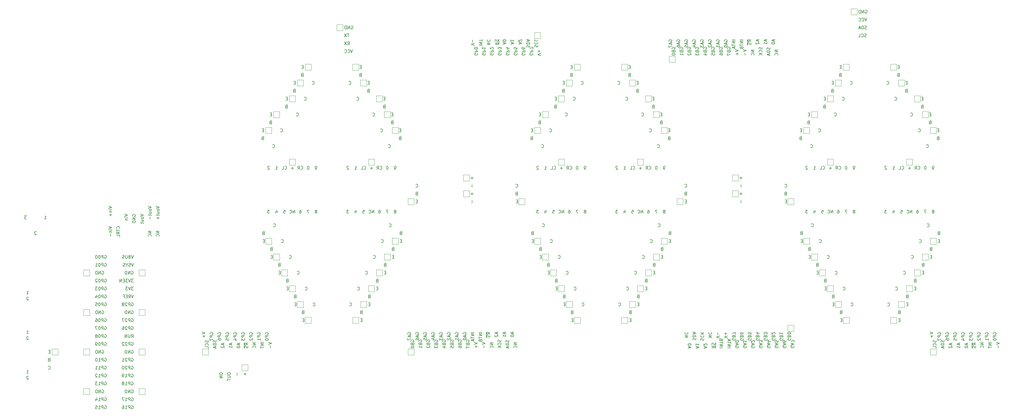
<source format=gbo>
G04 #@! TF.GenerationSoftware,KiCad,Pcbnew,8.0.7*
G04 #@! TF.CreationDate,2025-01-27T21:14:37+01:00*
G04 #@! TF.ProjectId,Main,4d61696e-2e6b-4696-9361-645f70636258,rev?*
G04 #@! TF.SameCoordinates,Original*
G04 #@! TF.FileFunction,Legend,Bot*
G04 #@! TF.FilePolarity,Positive*
%FSLAX46Y46*%
G04 Gerber Fmt 4.6, Leading zero omitted, Abs format (unit mm)*
G04 Created by KiCad (PCBNEW 8.0.7) date 2025-01-27 21:14:37*
%MOMM*%
%LPD*%
G01*
G04 APERTURE LIST*
G04 Aperture macros list*
%AMRoundRect*
0 Rectangle with rounded corners*
0 $1 Rounding radius*
0 $2 $3 $4 $5 $6 $7 $8 $9 X,Y pos of 4 corners*
0 Add a 4 corners polygon primitive as box body*
4,1,4,$2,$3,$4,$5,$6,$7,$8,$9,$2,$3,0*
0 Add four circle primitives for the rounded corners*
1,1,$1+$1,$2,$3*
1,1,$1+$1,$4,$5*
1,1,$1+$1,$6,$7*
1,1,$1+$1,$8,$9*
0 Add four rect primitives between the rounded corners*
20,1,$1+$1,$2,$3,$4,$5,0*
20,1,$1+$1,$4,$5,$6,$7,0*
20,1,$1+$1,$6,$7,$8,$9,0*
20,1,$1+$1,$8,$9,$2,$3,0*%
G04 Aperture macros list end*
%ADD10C,0.150000*%
%ADD11C,2.100000*%
%ADD12RoundRect,0.050000X1.000000X1.000000X-1.000000X1.000000X-1.000000X-1.000000X1.000000X-1.000000X0*%
%ADD13RoundRect,0.050000X-1.000000X-1.000000X1.000000X-1.000000X1.000000X1.000000X-1.000000X1.000000X0*%
%ADD14C,1.000000*%
%ADD15C,3.100000*%
%ADD16RoundRect,0.050000X-1.000000X1.000000X-1.000000X-1.000000X1.000000X-1.000000X1.000000X1.000000X0*%
%ADD17C,4.100000*%
G04 APERTURE END LIST*
D10*
X138093220Y-78671009D02*
X137759887Y-78671009D01*
X137617030Y-79194819D02*
X138093220Y-79194819D01*
X138093220Y-79194819D02*
X138093220Y-78194819D01*
X138093220Y-78194819D02*
X137617030Y-78194819D01*
X141005160Y-84179580D02*
X141052779Y-84227200D01*
X141052779Y-84227200D02*
X141195636Y-84274819D01*
X141195636Y-84274819D02*
X141290874Y-84274819D01*
X141290874Y-84274819D02*
X141433731Y-84227200D01*
X141433731Y-84227200D02*
X141528969Y-84131961D01*
X141528969Y-84131961D02*
X141576588Y-84036723D01*
X141576588Y-84036723D02*
X141624207Y-83846247D01*
X141624207Y-83846247D02*
X141624207Y-83703390D01*
X141624207Y-83703390D02*
X141576588Y-83512914D01*
X141576588Y-83512914D02*
X141528969Y-83417676D01*
X141528969Y-83417676D02*
X141433731Y-83322438D01*
X141433731Y-83322438D02*
X141290874Y-83274819D01*
X141290874Y-83274819D02*
X141195636Y-83274819D01*
X141195636Y-83274819D02*
X141052779Y-83322438D01*
X141052779Y-83322438D02*
X141005160Y-83370057D01*
X137759887Y-81211009D02*
X137617030Y-81258628D01*
X137617030Y-81258628D02*
X137569411Y-81306247D01*
X137569411Y-81306247D02*
X137521792Y-81401485D01*
X137521792Y-81401485D02*
X137521792Y-81544342D01*
X137521792Y-81544342D02*
X137569411Y-81639580D01*
X137569411Y-81639580D02*
X137617030Y-81687200D01*
X137617030Y-81687200D02*
X137712268Y-81734819D01*
X137712268Y-81734819D02*
X138093220Y-81734819D01*
X138093220Y-81734819D02*
X138093220Y-80734819D01*
X138093220Y-80734819D02*
X137759887Y-80734819D01*
X137759887Y-80734819D02*
X137664649Y-80782438D01*
X137664649Y-80782438D02*
X137617030Y-80830057D01*
X137617030Y-80830057D02*
X137569411Y-80925295D01*
X137569411Y-80925295D02*
X137569411Y-81020533D01*
X137569411Y-81020533D02*
X137617030Y-81115771D01*
X137617030Y-81115771D02*
X137664649Y-81163390D01*
X137664649Y-81163390D02*
X137759887Y-81211009D01*
X137759887Y-81211009D02*
X138093220Y-81211009D01*
X265719160Y-107039580D02*
X265766779Y-107087200D01*
X265766779Y-107087200D02*
X265909636Y-107134819D01*
X265909636Y-107134819D02*
X266004874Y-107134819D01*
X266004874Y-107134819D02*
X266147731Y-107087200D01*
X266147731Y-107087200D02*
X266242969Y-106991961D01*
X266242969Y-106991961D02*
X266290588Y-106896723D01*
X266290588Y-106896723D02*
X266338207Y-106706247D01*
X266338207Y-106706247D02*
X266338207Y-106563390D01*
X266338207Y-106563390D02*
X266290588Y-106372914D01*
X266290588Y-106372914D02*
X266242969Y-106277676D01*
X266242969Y-106277676D02*
X266147731Y-106182438D01*
X266147731Y-106182438D02*
X266004874Y-106134819D01*
X266004874Y-106134819D02*
X265909636Y-106134819D01*
X265909636Y-106134819D02*
X265766779Y-106182438D01*
X265766779Y-106182438D02*
X265719160Y-106230057D01*
X266195350Y-111691009D02*
X265862017Y-111691009D01*
X265719160Y-112214819D02*
X266195350Y-112214819D01*
X266195350Y-112214819D02*
X266195350Y-111214819D01*
X266195350Y-111214819D02*
X265719160Y-111214819D01*
X265957255Y-109151009D02*
X265814398Y-109198628D01*
X265814398Y-109198628D02*
X265766779Y-109246247D01*
X265766779Y-109246247D02*
X265719160Y-109341485D01*
X265719160Y-109341485D02*
X265719160Y-109484342D01*
X265719160Y-109484342D02*
X265766779Y-109579580D01*
X265766779Y-109579580D02*
X265814398Y-109627200D01*
X265814398Y-109627200D02*
X265909636Y-109674819D01*
X265909636Y-109674819D02*
X266290588Y-109674819D01*
X266290588Y-109674819D02*
X266290588Y-108674819D01*
X266290588Y-108674819D02*
X265957255Y-108674819D01*
X265957255Y-108674819D02*
X265862017Y-108722438D01*
X265862017Y-108722438D02*
X265814398Y-108770057D01*
X265814398Y-108770057D02*
X265766779Y-108865295D01*
X265766779Y-108865295D02*
X265766779Y-108960533D01*
X265766779Y-108960533D02*
X265814398Y-109055771D01*
X265814398Y-109055771D02*
X265862017Y-109103390D01*
X265862017Y-109103390D02*
X265957255Y-109151009D01*
X265957255Y-109151009D02*
X266290588Y-109151009D01*
X163175792Y-134979580D02*
X163223411Y-135027200D01*
X163223411Y-135027200D02*
X163366268Y-135074819D01*
X163366268Y-135074819D02*
X163461506Y-135074819D01*
X163461506Y-135074819D02*
X163604363Y-135027200D01*
X163604363Y-135027200D02*
X163699601Y-134931961D01*
X163699601Y-134931961D02*
X163747220Y-134836723D01*
X163747220Y-134836723D02*
X163794839Y-134646247D01*
X163794839Y-134646247D02*
X163794839Y-134503390D01*
X163794839Y-134503390D02*
X163747220Y-134312914D01*
X163747220Y-134312914D02*
X163699601Y-134217676D01*
X163699601Y-134217676D02*
X163604363Y-134122438D01*
X163604363Y-134122438D02*
X163461506Y-134074819D01*
X163461506Y-134074819D02*
X163366268Y-134074819D01*
X163366268Y-134074819D02*
X163223411Y-134122438D01*
X163223411Y-134122438D02*
X163175792Y-134170057D01*
X167135350Y-139631009D02*
X166802017Y-139631009D01*
X166659160Y-140154819D02*
X167135350Y-140154819D01*
X167135350Y-140154819D02*
X167135350Y-139154819D01*
X167135350Y-139154819D02*
X166659160Y-139154819D01*
X166897255Y-137091009D02*
X166754398Y-137138628D01*
X166754398Y-137138628D02*
X166706779Y-137186247D01*
X166706779Y-137186247D02*
X166659160Y-137281485D01*
X166659160Y-137281485D02*
X166659160Y-137424342D01*
X166659160Y-137424342D02*
X166706779Y-137519580D01*
X166706779Y-137519580D02*
X166754398Y-137567200D01*
X166754398Y-137567200D02*
X166849636Y-137614819D01*
X166849636Y-137614819D02*
X167230588Y-137614819D01*
X167230588Y-137614819D02*
X167230588Y-136614819D01*
X167230588Y-136614819D02*
X166897255Y-136614819D01*
X166897255Y-136614819D02*
X166802017Y-136662438D01*
X166802017Y-136662438D02*
X166754398Y-136710057D01*
X166754398Y-136710057D02*
X166706779Y-136805295D01*
X166706779Y-136805295D02*
X166706779Y-136900533D01*
X166706779Y-136900533D02*
X166754398Y-136995771D01*
X166754398Y-136995771D02*
X166802017Y-137043390D01*
X166802017Y-137043390D02*
X166897255Y-137091009D01*
X166897255Y-137091009D02*
X167230588Y-137091009D01*
X138719160Y-129899580D02*
X138766779Y-129947200D01*
X138766779Y-129947200D02*
X138909636Y-129994819D01*
X138909636Y-129994819D02*
X139004874Y-129994819D01*
X139004874Y-129994819D02*
X139147731Y-129947200D01*
X139147731Y-129947200D02*
X139242969Y-129851961D01*
X139242969Y-129851961D02*
X139290588Y-129756723D01*
X139290588Y-129756723D02*
X139338207Y-129566247D01*
X139338207Y-129566247D02*
X139338207Y-129423390D01*
X139338207Y-129423390D02*
X139290588Y-129232914D01*
X139290588Y-129232914D02*
X139242969Y-129137676D01*
X139242969Y-129137676D02*
X139147731Y-129042438D01*
X139147731Y-129042438D02*
X139004874Y-128994819D01*
X139004874Y-128994819D02*
X138909636Y-128994819D01*
X138909636Y-128994819D02*
X138766779Y-129042438D01*
X138766779Y-129042438D02*
X138719160Y-129090057D01*
X135807220Y-134551009D02*
X135473887Y-134551009D01*
X135331030Y-135074819D02*
X135807220Y-135074819D01*
X135807220Y-135074819D02*
X135807220Y-134074819D01*
X135807220Y-134074819D02*
X135331030Y-134074819D01*
X135473887Y-132011009D02*
X135331030Y-132058628D01*
X135331030Y-132058628D02*
X135283411Y-132106247D01*
X135283411Y-132106247D02*
X135235792Y-132201485D01*
X135235792Y-132201485D02*
X135235792Y-132344342D01*
X135235792Y-132344342D02*
X135283411Y-132439580D01*
X135283411Y-132439580D02*
X135331030Y-132487200D01*
X135331030Y-132487200D02*
X135426268Y-132534819D01*
X135426268Y-132534819D02*
X135807220Y-132534819D01*
X135807220Y-132534819D02*
X135807220Y-131534819D01*
X135807220Y-131534819D02*
X135473887Y-131534819D01*
X135473887Y-131534819D02*
X135378649Y-131582438D01*
X135378649Y-131582438D02*
X135331030Y-131630057D01*
X135331030Y-131630057D02*
X135283411Y-131725295D01*
X135283411Y-131725295D02*
X135283411Y-131820533D01*
X135283411Y-131820533D02*
X135331030Y-131915771D01*
X135331030Y-131915771D02*
X135378649Y-131963390D01*
X135378649Y-131963390D02*
X135473887Y-132011009D01*
X135473887Y-132011009D02*
X135807220Y-132011009D01*
X227365160Y-84179580D02*
X227412779Y-84227200D01*
X227412779Y-84227200D02*
X227555636Y-84274819D01*
X227555636Y-84274819D02*
X227650874Y-84274819D01*
X227650874Y-84274819D02*
X227793731Y-84227200D01*
X227793731Y-84227200D02*
X227888969Y-84131961D01*
X227888969Y-84131961D02*
X227936588Y-84036723D01*
X227936588Y-84036723D02*
X227984207Y-83846247D01*
X227984207Y-83846247D02*
X227984207Y-83703390D01*
X227984207Y-83703390D02*
X227936588Y-83512914D01*
X227936588Y-83512914D02*
X227888969Y-83417676D01*
X227888969Y-83417676D02*
X227793731Y-83322438D01*
X227793731Y-83322438D02*
X227650874Y-83274819D01*
X227650874Y-83274819D02*
X227555636Y-83274819D01*
X227555636Y-83274819D02*
X227412779Y-83322438D01*
X227412779Y-83322438D02*
X227365160Y-83370057D01*
X224453220Y-78671009D02*
X224119887Y-78671009D01*
X223977030Y-79194819D02*
X224453220Y-79194819D01*
X224453220Y-79194819D02*
X224453220Y-78194819D01*
X224453220Y-78194819D02*
X223977030Y-78194819D01*
X224119887Y-81211009D02*
X223977030Y-81258628D01*
X223977030Y-81258628D02*
X223929411Y-81306247D01*
X223929411Y-81306247D02*
X223881792Y-81401485D01*
X223881792Y-81401485D02*
X223881792Y-81544342D01*
X223881792Y-81544342D02*
X223929411Y-81639580D01*
X223929411Y-81639580D02*
X223977030Y-81687200D01*
X223977030Y-81687200D02*
X224072268Y-81734819D01*
X224072268Y-81734819D02*
X224453220Y-81734819D01*
X224453220Y-81734819D02*
X224453220Y-80734819D01*
X224453220Y-80734819D02*
X224119887Y-80734819D01*
X224119887Y-80734819D02*
X224024649Y-80782438D01*
X224024649Y-80782438D02*
X223977030Y-80830057D01*
X223977030Y-80830057D02*
X223929411Y-80925295D01*
X223929411Y-80925295D02*
X223929411Y-81020533D01*
X223929411Y-81020533D02*
X223977030Y-81115771D01*
X223977030Y-81115771D02*
X224024649Y-81163390D01*
X224024649Y-81163390D02*
X224119887Y-81211009D01*
X224119887Y-81211009D02*
X224453220Y-81211009D01*
X330815792Y-145139580D02*
X330863411Y-145187200D01*
X330863411Y-145187200D02*
X331006268Y-145234819D01*
X331006268Y-145234819D02*
X331101506Y-145234819D01*
X331101506Y-145234819D02*
X331244363Y-145187200D01*
X331244363Y-145187200D02*
X331339601Y-145091961D01*
X331339601Y-145091961D02*
X331387220Y-144996723D01*
X331387220Y-144996723D02*
X331434839Y-144806247D01*
X331434839Y-144806247D02*
X331434839Y-144663390D01*
X331434839Y-144663390D02*
X331387220Y-144472914D01*
X331387220Y-144472914D02*
X331339601Y-144377676D01*
X331339601Y-144377676D02*
X331244363Y-144282438D01*
X331244363Y-144282438D02*
X331101506Y-144234819D01*
X331101506Y-144234819D02*
X331006268Y-144234819D01*
X331006268Y-144234819D02*
X330863411Y-144282438D01*
X330863411Y-144282438D02*
X330815792Y-144330057D01*
X334775350Y-149791009D02*
X334442017Y-149791009D01*
X334299160Y-150314819D02*
X334775350Y-150314819D01*
X334775350Y-150314819D02*
X334775350Y-149314819D01*
X334775350Y-149314819D02*
X334299160Y-149314819D01*
X334537255Y-147251009D02*
X334394398Y-147298628D01*
X334394398Y-147298628D02*
X334346779Y-147346247D01*
X334346779Y-147346247D02*
X334299160Y-147441485D01*
X334299160Y-147441485D02*
X334299160Y-147584342D01*
X334299160Y-147584342D02*
X334346779Y-147679580D01*
X334346779Y-147679580D02*
X334394398Y-147727200D01*
X334394398Y-147727200D02*
X334489636Y-147774819D01*
X334489636Y-147774819D02*
X334870588Y-147774819D01*
X334870588Y-147774819D02*
X334870588Y-146774819D01*
X334870588Y-146774819D02*
X334537255Y-146774819D01*
X334537255Y-146774819D02*
X334442017Y-146822438D01*
X334442017Y-146822438D02*
X334394398Y-146870057D01*
X334394398Y-146870057D02*
X334346779Y-146965295D01*
X334346779Y-146965295D02*
X334346779Y-147060533D01*
X334346779Y-147060533D02*
X334394398Y-147155771D01*
X334394398Y-147155771D02*
X334442017Y-147203390D01*
X334442017Y-147203390D02*
X334537255Y-147251009D01*
X334537255Y-147251009D02*
X334870588Y-147251009D01*
X338605713Y-115439819D02*
X338605713Y-114439819D01*
X338605713Y-114439819D02*
X338034285Y-115439819D01*
X338034285Y-115439819D02*
X338034285Y-114439819D01*
X336986666Y-115344580D02*
X337034285Y-115392200D01*
X337034285Y-115392200D02*
X337177142Y-115439819D01*
X337177142Y-115439819D02*
X337272380Y-115439819D01*
X337272380Y-115439819D02*
X337415237Y-115392200D01*
X337415237Y-115392200D02*
X337510475Y-115296961D01*
X337510475Y-115296961D02*
X337558094Y-115201723D01*
X337558094Y-115201723D02*
X337605713Y-115011247D01*
X337605713Y-115011247D02*
X337605713Y-114868390D01*
X337605713Y-114868390D02*
X337558094Y-114677914D01*
X337558094Y-114677914D02*
X337510475Y-114582676D01*
X337510475Y-114582676D02*
X337415237Y-114487438D01*
X337415237Y-114487438D02*
X337272380Y-114439819D01*
X337272380Y-114439819D02*
X337177142Y-114439819D01*
X337177142Y-114439819D02*
X337034285Y-114487438D01*
X337034285Y-114487438D02*
X336986666Y-114535057D01*
X332454285Y-101369819D02*
X333025713Y-101369819D01*
X332739999Y-101369819D02*
X332739999Y-100369819D01*
X332739999Y-100369819D02*
X332835237Y-100512676D01*
X332835237Y-100512676D02*
X332930475Y-100607914D01*
X332930475Y-100607914D02*
X333025713Y-100655533D01*
X335375238Y-101274580D02*
X335422857Y-101322200D01*
X335422857Y-101322200D02*
X335565714Y-101369819D01*
X335565714Y-101369819D02*
X335660952Y-101369819D01*
X335660952Y-101369819D02*
X335803809Y-101322200D01*
X335803809Y-101322200D02*
X335899047Y-101226961D01*
X335899047Y-101226961D02*
X335946666Y-101131723D01*
X335946666Y-101131723D02*
X335994285Y-100941247D01*
X335994285Y-100941247D02*
X335994285Y-100798390D01*
X335994285Y-100798390D02*
X335946666Y-100607914D01*
X335946666Y-100607914D02*
X335899047Y-100512676D01*
X335899047Y-100512676D02*
X335803809Y-100417438D01*
X335803809Y-100417438D02*
X335660952Y-100369819D01*
X335660952Y-100369819D02*
X335565714Y-100369819D01*
X335565714Y-100369819D02*
X335422857Y-100417438D01*
X335422857Y-100417438D02*
X335375238Y-100465057D01*
X334470476Y-101369819D02*
X334946666Y-101369819D01*
X334946666Y-101369819D02*
X334946666Y-100369819D01*
X338200951Y-100988866D02*
X337439047Y-100988866D01*
X337819999Y-101369819D02*
X337819999Y-100607914D01*
X330485713Y-100465057D02*
X330438094Y-100417438D01*
X330438094Y-100417438D02*
X330342856Y-100369819D01*
X330342856Y-100369819D02*
X330104761Y-100369819D01*
X330104761Y-100369819D02*
X330009523Y-100417438D01*
X330009523Y-100417438D02*
X329961904Y-100465057D01*
X329961904Y-100465057D02*
X329914285Y-100560295D01*
X329914285Y-100560295D02*
X329914285Y-100655533D01*
X329914285Y-100655533D02*
X329961904Y-100798390D01*
X329961904Y-100798390D02*
X330533332Y-101369819D01*
X330533332Y-101369819D02*
X329914285Y-101369819D01*
X342947618Y-100369819D02*
X342852380Y-100369819D01*
X342852380Y-100369819D02*
X342757142Y-100417438D01*
X342757142Y-100417438D02*
X342709523Y-100465057D01*
X342709523Y-100465057D02*
X342661904Y-100560295D01*
X342661904Y-100560295D02*
X342614285Y-100750771D01*
X342614285Y-100750771D02*
X342614285Y-100988866D01*
X342614285Y-100988866D02*
X342661904Y-101179342D01*
X342661904Y-101179342D02*
X342709523Y-101274580D01*
X342709523Y-101274580D02*
X342757142Y-101322200D01*
X342757142Y-101322200D02*
X342852380Y-101369819D01*
X342852380Y-101369819D02*
X342947618Y-101369819D01*
X342947618Y-101369819D02*
X343042856Y-101322200D01*
X343042856Y-101322200D02*
X343090475Y-101274580D01*
X343090475Y-101274580D02*
X343138094Y-101179342D01*
X343138094Y-101179342D02*
X343185713Y-100988866D01*
X343185713Y-100988866D02*
X343185713Y-100750771D01*
X343185713Y-100750771D02*
X343138094Y-100560295D01*
X343138094Y-100560295D02*
X343090475Y-100465057D01*
X343090475Y-100465057D02*
X343042856Y-100417438D01*
X343042856Y-100417438D02*
X342947618Y-100369819D01*
X332549523Y-114773152D02*
X332549523Y-115439819D01*
X332787618Y-114392200D02*
X333025713Y-115106485D01*
X333025713Y-115106485D02*
X332406666Y-115106485D01*
X345630475Y-101369819D02*
X345439999Y-101369819D01*
X345439999Y-101369819D02*
X345344761Y-101322200D01*
X345344761Y-101322200D02*
X345297142Y-101274580D01*
X345297142Y-101274580D02*
X345201904Y-101131723D01*
X345201904Y-101131723D02*
X345154285Y-100941247D01*
X345154285Y-100941247D02*
X345154285Y-100560295D01*
X345154285Y-100560295D02*
X345201904Y-100465057D01*
X345201904Y-100465057D02*
X345249523Y-100417438D01*
X345249523Y-100417438D02*
X345344761Y-100369819D01*
X345344761Y-100369819D02*
X345535237Y-100369819D01*
X345535237Y-100369819D02*
X345630475Y-100417438D01*
X345630475Y-100417438D02*
X345678094Y-100465057D01*
X345678094Y-100465057D02*
X345725713Y-100560295D01*
X345725713Y-100560295D02*
X345725713Y-100798390D01*
X345725713Y-100798390D02*
X345678094Y-100893628D01*
X345678094Y-100893628D02*
X345630475Y-100941247D01*
X345630475Y-100941247D02*
X345535237Y-100988866D01*
X345535237Y-100988866D02*
X345344761Y-100988866D01*
X345344761Y-100988866D02*
X345249523Y-100941247D01*
X345249523Y-100941247D02*
X345201904Y-100893628D01*
X345201904Y-100893628D02*
X345154285Y-100798390D01*
X340169523Y-114439819D02*
X340359999Y-114439819D01*
X340359999Y-114439819D02*
X340455237Y-114487438D01*
X340455237Y-114487438D02*
X340502856Y-114535057D01*
X340502856Y-114535057D02*
X340598094Y-114677914D01*
X340598094Y-114677914D02*
X340645713Y-114868390D01*
X340645713Y-114868390D02*
X340645713Y-115249342D01*
X340645713Y-115249342D02*
X340598094Y-115344580D01*
X340598094Y-115344580D02*
X340550475Y-115392200D01*
X340550475Y-115392200D02*
X340455237Y-115439819D01*
X340455237Y-115439819D02*
X340264761Y-115439819D01*
X340264761Y-115439819D02*
X340169523Y-115392200D01*
X340169523Y-115392200D02*
X340121904Y-115344580D01*
X340121904Y-115344580D02*
X340074285Y-115249342D01*
X340074285Y-115249342D02*
X340074285Y-115011247D01*
X340074285Y-115011247D02*
X340121904Y-114916009D01*
X340121904Y-114916009D02*
X340169523Y-114868390D01*
X340169523Y-114868390D02*
X340264761Y-114820771D01*
X340264761Y-114820771D02*
X340455237Y-114820771D01*
X340455237Y-114820771D02*
X340550475Y-114868390D01*
X340550475Y-114868390D02*
X340598094Y-114916009D01*
X340598094Y-114916009D02*
X340645713Y-115011247D01*
X343233332Y-114439819D02*
X342566666Y-114439819D01*
X342566666Y-114439819D02*
X342995237Y-115439819D01*
X335041904Y-114439819D02*
X335518094Y-114439819D01*
X335518094Y-114439819D02*
X335565713Y-114916009D01*
X335565713Y-114916009D02*
X335518094Y-114868390D01*
X335518094Y-114868390D02*
X335422856Y-114820771D01*
X335422856Y-114820771D02*
X335184761Y-114820771D01*
X335184761Y-114820771D02*
X335089523Y-114868390D01*
X335089523Y-114868390D02*
X335041904Y-114916009D01*
X335041904Y-114916009D02*
X334994285Y-115011247D01*
X334994285Y-115011247D02*
X334994285Y-115249342D01*
X334994285Y-115249342D02*
X335041904Y-115344580D01*
X335041904Y-115344580D02*
X335089523Y-115392200D01*
X335089523Y-115392200D02*
X335184761Y-115439819D01*
X335184761Y-115439819D02*
X335422856Y-115439819D01*
X335422856Y-115439819D02*
X335518094Y-115392200D01*
X335518094Y-115392200D02*
X335565713Y-115344580D01*
X330533332Y-114439819D02*
X329914285Y-114439819D01*
X329914285Y-114439819D02*
X330247618Y-114820771D01*
X330247618Y-114820771D02*
X330104761Y-114820771D01*
X330104761Y-114820771D02*
X330009523Y-114868390D01*
X330009523Y-114868390D02*
X329961904Y-114916009D01*
X329961904Y-114916009D02*
X329914285Y-115011247D01*
X329914285Y-115011247D02*
X329914285Y-115249342D01*
X329914285Y-115249342D02*
X329961904Y-115344580D01*
X329961904Y-115344580D02*
X330009523Y-115392200D01*
X330009523Y-115392200D02*
X330104761Y-115439819D01*
X330104761Y-115439819D02*
X330390475Y-115439819D01*
X330390475Y-115439819D02*
X330485713Y-115392200D01*
X330485713Y-115392200D02*
X330533332Y-115344580D01*
X345535237Y-114868390D02*
X345630475Y-114820771D01*
X345630475Y-114820771D02*
X345678094Y-114773152D01*
X345678094Y-114773152D02*
X345725713Y-114677914D01*
X345725713Y-114677914D02*
X345725713Y-114630295D01*
X345725713Y-114630295D02*
X345678094Y-114535057D01*
X345678094Y-114535057D02*
X345630475Y-114487438D01*
X345630475Y-114487438D02*
X345535237Y-114439819D01*
X345535237Y-114439819D02*
X345344761Y-114439819D01*
X345344761Y-114439819D02*
X345249523Y-114487438D01*
X345249523Y-114487438D02*
X345201904Y-114535057D01*
X345201904Y-114535057D02*
X345154285Y-114630295D01*
X345154285Y-114630295D02*
X345154285Y-114677914D01*
X345154285Y-114677914D02*
X345201904Y-114773152D01*
X345201904Y-114773152D02*
X345249523Y-114820771D01*
X345249523Y-114820771D02*
X345344761Y-114868390D01*
X345344761Y-114868390D02*
X345535237Y-114868390D01*
X345535237Y-114868390D02*
X345630475Y-114916009D01*
X345630475Y-114916009D02*
X345678094Y-114963628D01*
X345678094Y-114963628D02*
X345725713Y-115058866D01*
X345725713Y-115058866D02*
X345725713Y-115249342D01*
X345725713Y-115249342D02*
X345678094Y-115344580D01*
X345678094Y-115344580D02*
X345630475Y-115392200D01*
X345630475Y-115392200D02*
X345535237Y-115439819D01*
X345535237Y-115439819D02*
X345344761Y-115439819D01*
X345344761Y-115439819D02*
X345249523Y-115392200D01*
X345249523Y-115392200D02*
X345201904Y-115344580D01*
X345201904Y-115344580D02*
X345154285Y-115249342D01*
X345154285Y-115249342D02*
X345154285Y-115058866D01*
X345154285Y-115058866D02*
X345201904Y-114963628D01*
X345201904Y-114963628D02*
X345249523Y-114916009D01*
X345249523Y-114916009D02*
X345344761Y-114868390D01*
X340550476Y-101274580D02*
X340598095Y-101322200D01*
X340598095Y-101322200D02*
X340740952Y-101369819D01*
X340740952Y-101369819D02*
X340836190Y-101369819D01*
X340836190Y-101369819D02*
X340979047Y-101322200D01*
X340979047Y-101322200D02*
X341074285Y-101226961D01*
X341074285Y-101226961D02*
X341121904Y-101131723D01*
X341121904Y-101131723D02*
X341169523Y-100941247D01*
X341169523Y-100941247D02*
X341169523Y-100798390D01*
X341169523Y-100798390D02*
X341121904Y-100607914D01*
X341121904Y-100607914D02*
X341074285Y-100512676D01*
X341074285Y-100512676D02*
X340979047Y-100417438D01*
X340979047Y-100417438D02*
X340836190Y-100369819D01*
X340836190Y-100369819D02*
X340740952Y-100369819D01*
X340740952Y-100369819D02*
X340598095Y-100417438D01*
X340598095Y-100417438D02*
X340550476Y-100465057D01*
X339550476Y-101369819D02*
X339883809Y-100893628D01*
X340121904Y-101369819D02*
X340121904Y-100369819D01*
X340121904Y-100369819D02*
X339740952Y-100369819D01*
X339740952Y-100369819D02*
X339645714Y-100417438D01*
X339645714Y-100417438D02*
X339598095Y-100465057D01*
X339598095Y-100465057D02*
X339550476Y-100560295D01*
X339550476Y-100560295D02*
X339550476Y-100703152D01*
X339550476Y-100703152D02*
X339598095Y-100798390D01*
X339598095Y-100798390D02*
X339645714Y-100846009D01*
X339645714Y-100846009D02*
X339740952Y-100893628D01*
X339740952Y-100893628D02*
X340121904Y-100893628D01*
X171977255Y-126931009D02*
X171834398Y-126978628D01*
X171834398Y-126978628D02*
X171786779Y-127026247D01*
X171786779Y-127026247D02*
X171739160Y-127121485D01*
X171739160Y-127121485D02*
X171739160Y-127264342D01*
X171739160Y-127264342D02*
X171786779Y-127359580D01*
X171786779Y-127359580D02*
X171834398Y-127407200D01*
X171834398Y-127407200D02*
X171929636Y-127454819D01*
X171929636Y-127454819D02*
X172310588Y-127454819D01*
X172310588Y-127454819D02*
X172310588Y-126454819D01*
X172310588Y-126454819D02*
X171977255Y-126454819D01*
X171977255Y-126454819D02*
X171882017Y-126502438D01*
X171882017Y-126502438D02*
X171834398Y-126550057D01*
X171834398Y-126550057D02*
X171786779Y-126645295D01*
X171786779Y-126645295D02*
X171786779Y-126740533D01*
X171786779Y-126740533D02*
X171834398Y-126835771D01*
X171834398Y-126835771D02*
X171882017Y-126883390D01*
X171882017Y-126883390D02*
X171977255Y-126931009D01*
X171977255Y-126931009D02*
X172310588Y-126931009D01*
X168255792Y-124819580D02*
X168303411Y-124867200D01*
X168303411Y-124867200D02*
X168446268Y-124914819D01*
X168446268Y-124914819D02*
X168541506Y-124914819D01*
X168541506Y-124914819D02*
X168684363Y-124867200D01*
X168684363Y-124867200D02*
X168779601Y-124771961D01*
X168779601Y-124771961D02*
X168827220Y-124676723D01*
X168827220Y-124676723D02*
X168874839Y-124486247D01*
X168874839Y-124486247D02*
X168874839Y-124343390D01*
X168874839Y-124343390D02*
X168827220Y-124152914D01*
X168827220Y-124152914D02*
X168779601Y-124057676D01*
X168779601Y-124057676D02*
X168684363Y-123962438D01*
X168684363Y-123962438D02*
X168541506Y-123914819D01*
X168541506Y-123914819D02*
X168446268Y-123914819D01*
X168446268Y-123914819D02*
X168303411Y-123962438D01*
X168303411Y-123962438D02*
X168255792Y-124010057D01*
X172215350Y-129471009D02*
X171882017Y-129471009D01*
X171739160Y-129994819D02*
X172215350Y-129994819D01*
X172215350Y-129994819D02*
X172215350Y-128994819D01*
X172215350Y-128994819D02*
X171739160Y-128994819D01*
X284426819Y-59772779D02*
X283426819Y-59772779D01*
X284426819Y-60248969D02*
X283426819Y-60248969D01*
X283426819Y-60248969D02*
X284426819Y-60820397D01*
X284426819Y-60820397D02*
X283426819Y-60820397D01*
X283426819Y-61153731D02*
X283426819Y-61725159D01*
X284426819Y-61439445D02*
X283426819Y-61439445D01*
X283903009Y-62391826D02*
X283950628Y-62534683D01*
X283950628Y-62534683D02*
X283998247Y-62582302D01*
X283998247Y-62582302D02*
X284093485Y-62629921D01*
X284093485Y-62629921D02*
X284236342Y-62629921D01*
X284236342Y-62629921D02*
X284331580Y-62582302D01*
X284331580Y-62582302D02*
X284379200Y-62534683D01*
X284379200Y-62534683D02*
X284426819Y-62439445D01*
X284426819Y-62439445D02*
X284426819Y-62058493D01*
X284426819Y-62058493D02*
X283426819Y-62058493D01*
X283426819Y-62058493D02*
X283426819Y-62391826D01*
X283426819Y-62391826D02*
X283474438Y-62487064D01*
X283474438Y-62487064D02*
X283522057Y-62534683D01*
X283522057Y-62534683D02*
X283617295Y-62582302D01*
X283617295Y-62582302D02*
X283712533Y-62582302D01*
X283712533Y-62582302D02*
X283807771Y-62534683D01*
X283807771Y-62534683D02*
X283855390Y-62487064D01*
X283855390Y-62487064D02*
X283903009Y-62391826D01*
X283903009Y-62391826D02*
X283903009Y-62058493D01*
X289221104Y-59725160D02*
X289221104Y-60201350D01*
X289506819Y-59629922D02*
X288506819Y-59963255D01*
X288506819Y-59963255D02*
X289506819Y-60296588D01*
X288602057Y-60582303D02*
X288554438Y-60629922D01*
X288554438Y-60629922D02*
X288506819Y-60725160D01*
X288506819Y-60725160D02*
X288506819Y-60963255D01*
X288506819Y-60963255D02*
X288554438Y-61058493D01*
X288554438Y-61058493D02*
X288602057Y-61106112D01*
X288602057Y-61106112D02*
X288697295Y-61153731D01*
X288697295Y-61153731D02*
X288792533Y-61153731D01*
X288792533Y-61153731D02*
X288935390Y-61106112D01*
X288935390Y-61106112D02*
X289506819Y-60534684D01*
X289506819Y-60534684D02*
X289506819Y-61153731D01*
X286966819Y-60344207D02*
X286490628Y-60010874D01*
X286966819Y-59772779D02*
X285966819Y-59772779D01*
X285966819Y-59772779D02*
X285966819Y-60153731D01*
X285966819Y-60153731D02*
X286014438Y-60248969D01*
X286014438Y-60248969D02*
X286062057Y-60296588D01*
X286062057Y-60296588D02*
X286157295Y-60344207D01*
X286157295Y-60344207D02*
X286300152Y-60344207D01*
X286300152Y-60344207D02*
X286395390Y-60296588D01*
X286395390Y-60296588D02*
X286443009Y-60248969D01*
X286443009Y-60248969D02*
X286490628Y-60153731D01*
X286490628Y-60153731D02*
X286490628Y-59772779D01*
X286919200Y-60725160D02*
X286966819Y-60868017D01*
X286966819Y-60868017D02*
X286966819Y-61106112D01*
X286966819Y-61106112D02*
X286919200Y-61201350D01*
X286919200Y-61201350D02*
X286871580Y-61248969D01*
X286871580Y-61248969D02*
X286776342Y-61296588D01*
X286776342Y-61296588D02*
X286681104Y-61296588D01*
X286681104Y-61296588D02*
X286585866Y-61248969D01*
X286585866Y-61248969D02*
X286538247Y-61201350D01*
X286538247Y-61201350D02*
X286490628Y-61106112D01*
X286490628Y-61106112D02*
X286443009Y-60915636D01*
X286443009Y-60915636D02*
X286395390Y-60820398D01*
X286395390Y-60820398D02*
X286347771Y-60772779D01*
X286347771Y-60772779D02*
X286252533Y-60725160D01*
X286252533Y-60725160D02*
X286157295Y-60725160D01*
X286157295Y-60725160D02*
X286062057Y-60772779D01*
X286062057Y-60772779D02*
X286014438Y-60820398D01*
X286014438Y-60820398D02*
X285966819Y-60915636D01*
X285966819Y-60915636D02*
X285966819Y-61153731D01*
X285966819Y-61153731D02*
X286014438Y-61296588D01*
X263154438Y-60296588D02*
X263106819Y-60201350D01*
X263106819Y-60201350D02*
X263106819Y-60058493D01*
X263106819Y-60058493D02*
X263154438Y-59915636D01*
X263154438Y-59915636D02*
X263249676Y-59820398D01*
X263249676Y-59820398D02*
X263344914Y-59772779D01*
X263344914Y-59772779D02*
X263535390Y-59725160D01*
X263535390Y-59725160D02*
X263678247Y-59725160D01*
X263678247Y-59725160D02*
X263868723Y-59772779D01*
X263868723Y-59772779D02*
X263963961Y-59820398D01*
X263963961Y-59820398D02*
X264059200Y-59915636D01*
X264059200Y-59915636D02*
X264106819Y-60058493D01*
X264106819Y-60058493D02*
X264106819Y-60153731D01*
X264106819Y-60153731D02*
X264059200Y-60296588D01*
X264059200Y-60296588D02*
X264011580Y-60344207D01*
X264011580Y-60344207D02*
X263678247Y-60344207D01*
X263678247Y-60344207D02*
X263678247Y-60153731D01*
X263821104Y-60725160D02*
X263821104Y-61201350D01*
X264106819Y-60629922D02*
X263106819Y-60963255D01*
X263106819Y-60963255D02*
X264106819Y-61296588D01*
X263106819Y-62058493D02*
X263106819Y-61868017D01*
X263106819Y-61868017D02*
X263154438Y-61772779D01*
X263154438Y-61772779D02*
X263202057Y-61725160D01*
X263202057Y-61725160D02*
X263344914Y-61629922D01*
X263344914Y-61629922D02*
X263535390Y-61582303D01*
X263535390Y-61582303D02*
X263916342Y-61582303D01*
X263916342Y-61582303D02*
X264011580Y-61629922D01*
X264011580Y-61629922D02*
X264059200Y-61677541D01*
X264059200Y-61677541D02*
X264106819Y-61772779D01*
X264106819Y-61772779D02*
X264106819Y-61963255D01*
X264106819Y-61963255D02*
X264059200Y-62058493D01*
X264059200Y-62058493D02*
X264011580Y-62106112D01*
X264011580Y-62106112D02*
X263916342Y-62153731D01*
X263916342Y-62153731D02*
X263678247Y-62153731D01*
X263678247Y-62153731D02*
X263583009Y-62106112D01*
X263583009Y-62106112D02*
X263535390Y-62058493D01*
X263535390Y-62058493D02*
X263487771Y-61963255D01*
X263487771Y-61963255D02*
X263487771Y-61772779D01*
X263487771Y-61772779D02*
X263535390Y-61677541D01*
X263535390Y-61677541D02*
X263583009Y-61629922D01*
X263583009Y-61629922D02*
X263678247Y-61582303D01*
X276870438Y-62734839D02*
X276822819Y-62639601D01*
X276822819Y-62639601D02*
X276822819Y-62496744D01*
X276822819Y-62496744D02*
X276870438Y-62353887D01*
X276870438Y-62353887D02*
X276965676Y-62258649D01*
X276965676Y-62258649D02*
X277060914Y-62211030D01*
X277060914Y-62211030D02*
X277251390Y-62163411D01*
X277251390Y-62163411D02*
X277394247Y-62163411D01*
X277394247Y-62163411D02*
X277584723Y-62211030D01*
X277584723Y-62211030D02*
X277679961Y-62258649D01*
X277679961Y-62258649D02*
X277775200Y-62353887D01*
X277775200Y-62353887D02*
X277822819Y-62496744D01*
X277822819Y-62496744D02*
X277822819Y-62591982D01*
X277822819Y-62591982D02*
X277775200Y-62734839D01*
X277775200Y-62734839D02*
X277727580Y-62782458D01*
X277727580Y-62782458D02*
X277394247Y-62782458D01*
X277394247Y-62782458D02*
X277394247Y-62591982D01*
X277299009Y-63544363D02*
X277346628Y-63687220D01*
X277346628Y-63687220D02*
X277394247Y-63734839D01*
X277394247Y-63734839D02*
X277489485Y-63782458D01*
X277489485Y-63782458D02*
X277632342Y-63782458D01*
X277632342Y-63782458D02*
X277727580Y-63734839D01*
X277727580Y-63734839D02*
X277775200Y-63687220D01*
X277775200Y-63687220D02*
X277822819Y-63591982D01*
X277822819Y-63591982D02*
X277822819Y-63211030D01*
X277822819Y-63211030D02*
X276822819Y-63211030D01*
X276822819Y-63211030D02*
X276822819Y-63544363D01*
X276822819Y-63544363D02*
X276870438Y-63639601D01*
X276870438Y-63639601D02*
X276918057Y-63687220D01*
X276918057Y-63687220D02*
X277013295Y-63734839D01*
X277013295Y-63734839D02*
X277108533Y-63734839D01*
X277108533Y-63734839D02*
X277203771Y-63687220D01*
X277203771Y-63687220D02*
X277251390Y-63639601D01*
X277251390Y-63639601D02*
X277299009Y-63544363D01*
X277299009Y-63544363D02*
X277299009Y-63211030D01*
X276822819Y-64639601D02*
X276822819Y-64449125D01*
X276822819Y-64449125D02*
X276870438Y-64353887D01*
X276870438Y-64353887D02*
X276918057Y-64306268D01*
X276918057Y-64306268D02*
X277060914Y-64211030D01*
X277060914Y-64211030D02*
X277251390Y-64163411D01*
X277251390Y-64163411D02*
X277632342Y-64163411D01*
X277632342Y-64163411D02*
X277727580Y-64211030D01*
X277727580Y-64211030D02*
X277775200Y-64258649D01*
X277775200Y-64258649D02*
X277822819Y-64353887D01*
X277822819Y-64353887D02*
X277822819Y-64544363D01*
X277822819Y-64544363D02*
X277775200Y-64639601D01*
X277775200Y-64639601D02*
X277727580Y-64687220D01*
X277727580Y-64687220D02*
X277632342Y-64734839D01*
X277632342Y-64734839D02*
X277394247Y-64734839D01*
X277394247Y-64734839D02*
X277299009Y-64687220D01*
X277299009Y-64687220D02*
X277251390Y-64639601D01*
X277251390Y-64639601D02*
X277203771Y-64544363D01*
X277203771Y-64544363D02*
X277203771Y-64353887D01*
X277203771Y-64353887D02*
X277251390Y-64258649D01*
X277251390Y-64258649D02*
X277299009Y-64211030D01*
X277299009Y-64211030D02*
X277394247Y-64163411D01*
X261630438Y-62734839D02*
X261582819Y-62639601D01*
X261582819Y-62639601D02*
X261582819Y-62496744D01*
X261582819Y-62496744D02*
X261630438Y-62353887D01*
X261630438Y-62353887D02*
X261725676Y-62258649D01*
X261725676Y-62258649D02*
X261820914Y-62211030D01*
X261820914Y-62211030D02*
X262011390Y-62163411D01*
X262011390Y-62163411D02*
X262154247Y-62163411D01*
X262154247Y-62163411D02*
X262344723Y-62211030D01*
X262344723Y-62211030D02*
X262439961Y-62258649D01*
X262439961Y-62258649D02*
X262535200Y-62353887D01*
X262535200Y-62353887D02*
X262582819Y-62496744D01*
X262582819Y-62496744D02*
X262582819Y-62591982D01*
X262582819Y-62591982D02*
X262535200Y-62734839D01*
X262535200Y-62734839D02*
X262487580Y-62782458D01*
X262487580Y-62782458D02*
X262154247Y-62782458D01*
X262154247Y-62782458D02*
X262154247Y-62591982D01*
X262059009Y-63544363D02*
X262106628Y-63687220D01*
X262106628Y-63687220D02*
X262154247Y-63734839D01*
X262154247Y-63734839D02*
X262249485Y-63782458D01*
X262249485Y-63782458D02*
X262392342Y-63782458D01*
X262392342Y-63782458D02*
X262487580Y-63734839D01*
X262487580Y-63734839D02*
X262535200Y-63687220D01*
X262535200Y-63687220D02*
X262582819Y-63591982D01*
X262582819Y-63591982D02*
X262582819Y-63211030D01*
X262582819Y-63211030D02*
X261582819Y-63211030D01*
X261582819Y-63211030D02*
X261582819Y-63544363D01*
X261582819Y-63544363D02*
X261630438Y-63639601D01*
X261630438Y-63639601D02*
X261678057Y-63687220D01*
X261678057Y-63687220D02*
X261773295Y-63734839D01*
X261773295Y-63734839D02*
X261868533Y-63734839D01*
X261868533Y-63734839D02*
X261963771Y-63687220D01*
X261963771Y-63687220D02*
X262011390Y-63639601D01*
X262011390Y-63639601D02*
X262059009Y-63544363D01*
X262059009Y-63544363D02*
X262059009Y-63211030D01*
X261582819Y-64401506D02*
X261582819Y-64496744D01*
X261582819Y-64496744D02*
X261630438Y-64591982D01*
X261630438Y-64591982D02*
X261678057Y-64639601D01*
X261678057Y-64639601D02*
X261773295Y-64687220D01*
X261773295Y-64687220D02*
X261963771Y-64734839D01*
X261963771Y-64734839D02*
X262201866Y-64734839D01*
X262201866Y-64734839D02*
X262392342Y-64687220D01*
X262392342Y-64687220D02*
X262487580Y-64639601D01*
X262487580Y-64639601D02*
X262535200Y-64591982D01*
X262535200Y-64591982D02*
X262582819Y-64496744D01*
X262582819Y-64496744D02*
X262582819Y-64401506D01*
X262582819Y-64401506D02*
X262535200Y-64306268D01*
X262535200Y-64306268D02*
X262487580Y-64258649D01*
X262487580Y-64258649D02*
X262392342Y-64211030D01*
X262392342Y-64211030D02*
X262201866Y-64163411D01*
X262201866Y-64163411D02*
X261963771Y-64163411D01*
X261963771Y-64163411D02*
X261773295Y-64211030D01*
X261773295Y-64211030D02*
X261678057Y-64258649D01*
X261678057Y-64258649D02*
X261630438Y-64306268D01*
X261630438Y-64306268D02*
X261582819Y-64401506D01*
X278394438Y-60296588D02*
X278346819Y-60201350D01*
X278346819Y-60201350D02*
X278346819Y-60058493D01*
X278346819Y-60058493D02*
X278394438Y-59915636D01*
X278394438Y-59915636D02*
X278489676Y-59820398D01*
X278489676Y-59820398D02*
X278584914Y-59772779D01*
X278584914Y-59772779D02*
X278775390Y-59725160D01*
X278775390Y-59725160D02*
X278918247Y-59725160D01*
X278918247Y-59725160D02*
X279108723Y-59772779D01*
X279108723Y-59772779D02*
X279203961Y-59820398D01*
X279203961Y-59820398D02*
X279299200Y-59915636D01*
X279299200Y-59915636D02*
X279346819Y-60058493D01*
X279346819Y-60058493D02*
X279346819Y-60153731D01*
X279346819Y-60153731D02*
X279299200Y-60296588D01*
X279299200Y-60296588D02*
X279251580Y-60344207D01*
X279251580Y-60344207D02*
X278918247Y-60344207D01*
X278918247Y-60344207D02*
X278918247Y-60153731D01*
X279061104Y-60725160D02*
X279061104Y-61201350D01*
X279346819Y-60629922D02*
X278346819Y-60963255D01*
X278346819Y-60963255D02*
X279346819Y-61296588D01*
X278346819Y-61820398D02*
X278346819Y-61915636D01*
X278346819Y-61915636D02*
X278394438Y-62010874D01*
X278394438Y-62010874D02*
X278442057Y-62058493D01*
X278442057Y-62058493D02*
X278537295Y-62106112D01*
X278537295Y-62106112D02*
X278727771Y-62153731D01*
X278727771Y-62153731D02*
X278965866Y-62153731D01*
X278965866Y-62153731D02*
X279156342Y-62106112D01*
X279156342Y-62106112D02*
X279251580Y-62058493D01*
X279251580Y-62058493D02*
X279299200Y-62010874D01*
X279299200Y-62010874D02*
X279346819Y-61915636D01*
X279346819Y-61915636D02*
X279346819Y-61820398D01*
X279346819Y-61820398D02*
X279299200Y-61725160D01*
X279299200Y-61725160D02*
X279251580Y-61677541D01*
X279251580Y-61677541D02*
X279156342Y-61629922D01*
X279156342Y-61629922D02*
X278965866Y-61582303D01*
X278965866Y-61582303D02*
X278727771Y-61582303D01*
X278727771Y-61582303D02*
X278537295Y-61629922D01*
X278537295Y-61629922D02*
X278442057Y-61677541D01*
X278442057Y-61677541D02*
X278394438Y-61725160D01*
X278394438Y-61725160D02*
X278346819Y-61820398D01*
X281902819Y-62925316D02*
X282902819Y-63258649D01*
X282902819Y-63258649D02*
X281902819Y-63591982D01*
X282521866Y-63925316D02*
X282521866Y-64687221D01*
X282902819Y-64306268D02*
X282140914Y-64306268D01*
X271790438Y-62734839D02*
X271742819Y-62639601D01*
X271742819Y-62639601D02*
X271742819Y-62496744D01*
X271742819Y-62496744D02*
X271790438Y-62353887D01*
X271790438Y-62353887D02*
X271885676Y-62258649D01*
X271885676Y-62258649D02*
X271980914Y-62211030D01*
X271980914Y-62211030D02*
X272171390Y-62163411D01*
X272171390Y-62163411D02*
X272314247Y-62163411D01*
X272314247Y-62163411D02*
X272504723Y-62211030D01*
X272504723Y-62211030D02*
X272599961Y-62258649D01*
X272599961Y-62258649D02*
X272695200Y-62353887D01*
X272695200Y-62353887D02*
X272742819Y-62496744D01*
X272742819Y-62496744D02*
X272742819Y-62591982D01*
X272742819Y-62591982D02*
X272695200Y-62734839D01*
X272695200Y-62734839D02*
X272647580Y-62782458D01*
X272647580Y-62782458D02*
X272314247Y-62782458D01*
X272314247Y-62782458D02*
X272314247Y-62591982D01*
X272219009Y-63544363D02*
X272266628Y-63687220D01*
X272266628Y-63687220D02*
X272314247Y-63734839D01*
X272314247Y-63734839D02*
X272409485Y-63782458D01*
X272409485Y-63782458D02*
X272552342Y-63782458D01*
X272552342Y-63782458D02*
X272647580Y-63734839D01*
X272647580Y-63734839D02*
X272695200Y-63687220D01*
X272695200Y-63687220D02*
X272742819Y-63591982D01*
X272742819Y-63591982D02*
X272742819Y-63211030D01*
X272742819Y-63211030D02*
X271742819Y-63211030D01*
X271742819Y-63211030D02*
X271742819Y-63544363D01*
X271742819Y-63544363D02*
X271790438Y-63639601D01*
X271790438Y-63639601D02*
X271838057Y-63687220D01*
X271838057Y-63687220D02*
X271933295Y-63734839D01*
X271933295Y-63734839D02*
X272028533Y-63734839D01*
X272028533Y-63734839D02*
X272123771Y-63687220D01*
X272123771Y-63687220D02*
X272171390Y-63639601D01*
X272171390Y-63639601D02*
X272219009Y-63544363D01*
X272219009Y-63544363D02*
X272219009Y-63211030D01*
X272076152Y-64639601D02*
X272742819Y-64639601D01*
X271695200Y-64401506D02*
X272409485Y-64163411D01*
X272409485Y-64163411D02*
X272409485Y-64782458D01*
X294301104Y-59725160D02*
X294301104Y-60201350D01*
X294586819Y-59629922D02*
X293586819Y-59963255D01*
X293586819Y-59963255D02*
X294586819Y-60296588D01*
X293586819Y-60820398D02*
X293586819Y-60915636D01*
X293586819Y-60915636D02*
X293634438Y-61010874D01*
X293634438Y-61010874D02*
X293682057Y-61058493D01*
X293682057Y-61058493D02*
X293777295Y-61106112D01*
X293777295Y-61106112D02*
X293967771Y-61153731D01*
X293967771Y-61153731D02*
X294205866Y-61153731D01*
X294205866Y-61153731D02*
X294396342Y-61106112D01*
X294396342Y-61106112D02*
X294491580Y-61058493D01*
X294491580Y-61058493D02*
X294539200Y-61010874D01*
X294539200Y-61010874D02*
X294586819Y-60915636D01*
X294586819Y-60915636D02*
X294586819Y-60820398D01*
X294586819Y-60820398D02*
X294539200Y-60725160D01*
X294539200Y-60725160D02*
X294491580Y-60677541D01*
X294491580Y-60677541D02*
X294396342Y-60629922D01*
X294396342Y-60629922D02*
X294205866Y-60582303D01*
X294205866Y-60582303D02*
X293967771Y-60582303D01*
X293967771Y-60582303D02*
X293777295Y-60629922D01*
X293777295Y-60629922D02*
X293682057Y-60677541D01*
X293682057Y-60677541D02*
X293634438Y-60725160D01*
X293634438Y-60725160D02*
X293586819Y-60820398D01*
X270774438Y-60296588D02*
X270726819Y-60201350D01*
X270726819Y-60201350D02*
X270726819Y-60058493D01*
X270726819Y-60058493D02*
X270774438Y-59915636D01*
X270774438Y-59915636D02*
X270869676Y-59820398D01*
X270869676Y-59820398D02*
X270964914Y-59772779D01*
X270964914Y-59772779D02*
X271155390Y-59725160D01*
X271155390Y-59725160D02*
X271298247Y-59725160D01*
X271298247Y-59725160D02*
X271488723Y-59772779D01*
X271488723Y-59772779D02*
X271583961Y-59820398D01*
X271583961Y-59820398D02*
X271679200Y-59915636D01*
X271679200Y-59915636D02*
X271726819Y-60058493D01*
X271726819Y-60058493D02*
X271726819Y-60153731D01*
X271726819Y-60153731D02*
X271679200Y-60296588D01*
X271679200Y-60296588D02*
X271631580Y-60344207D01*
X271631580Y-60344207D02*
X271298247Y-60344207D01*
X271298247Y-60344207D02*
X271298247Y-60153731D01*
X271441104Y-60725160D02*
X271441104Y-61201350D01*
X271726819Y-60629922D02*
X270726819Y-60963255D01*
X270726819Y-60963255D02*
X271726819Y-61296588D01*
X270726819Y-61534684D02*
X270726819Y-62153731D01*
X270726819Y-62153731D02*
X271107771Y-61820398D01*
X271107771Y-61820398D02*
X271107771Y-61963255D01*
X271107771Y-61963255D02*
X271155390Y-62058493D01*
X271155390Y-62058493D02*
X271203009Y-62106112D01*
X271203009Y-62106112D02*
X271298247Y-62153731D01*
X271298247Y-62153731D02*
X271536342Y-62153731D01*
X271536342Y-62153731D02*
X271631580Y-62106112D01*
X271631580Y-62106112D02*
X271679200Y-62058493D01*
X271679200Y-62058493D02*
X271726819Y-61963255D01*
X271726819Y-61963255D02*
X271726819Y-61677541D01*
X271726819Y-61677541D02*
X271679200Y-61582303D01*
X271679200Y-61582303D02*
X271631580Y-61534684D01*
X273314438Y-60296588D02*
X273266819Y-60201350D01*
X273266819Y-60201350D02*
X273266819Y-60058493D01*
X273266819Y-60058493D02*
X273314438Y-59915636D01*
X273314438Y-59915636D02*
X273409676Y-59820398D01*
X273409676Y-59820398D02*
X273504914Y-59772779D01*
X273504914Y-59772779D02*
X273695390Y-59725160D01*
X273695390Y-59725160D02*
X273838247Y-59725160D01*
X273838247Y-59725160D02*
X274028723Y-59772779D01*
X274028723Y-59772779D02*
X274123961Y-59820398D01*
X274123961Y-59820398D02*
X274219200Y-59915636D01*
X274219200Y-59915636D02*
X274266819Y-60058493D01*
X274266819Y-60058493D02*
X274266819Y-60153731D01*
X274266819Y-60153731D02*
X274219200Y-60296588D01*
X274219200Y-60296588D02*
X274171580Y-60344207D01*
X274171580Y-60344207D02*
X273838247Y-60344207D01*
X273838247Y-60344207D02*
X273838247Y-60153731D01*
X273981104Y-60725160D02*
X273981104Y-61201350D01*
X274266819Y-60629922D02*
X273266819Y-60963255D01*
X273266819Y-60963255D02*
X274266819Y-61296588D01*
X273362057Y-61582303D02*
X273314438Y-61629922D01*
X273314438Y-61629922D02*
X273266819Y-61725160D01*
X273266819Y-61725160D02*
X273266819Y-61963255D01*
X273266819Y-61963255D02*
X273314438Y-62058493D01*
X273314438Y-62058493D02*
X273362057Y-62106112D01*
X273362057Y-62106112D02*
X273457295Y-62153731D01*
X273457295Y-62153731D02*
X273552533Y-62153731D01*
X273552533Y-62153731D02*
X273695390Y-62106112D01*
X273695390Y-62106112D02*
X274266819Y-61534684D01*
X274266819Y-61534684D02*
X274266819Y-62153731D01*
X266710438Y-62734839D02*
X266662819Y-62639601D01*
X266662819Y-62639601D02*
X266662819Y-62496744D01*
X266662819Y-62496744D02*
X266710438Y-62353887D01*
X266710438Y-62353887D02*
X266805676Y-62258649D01*
X266805676Y-62258649D02*
X266900914Y-62211030D01*
X266900914Y-62211030D02*
X267091390Y-62163411D01*
X267091390Y-62163411D02*
X267234247Y-62163411D01*
X267234247Y-62163411D02*
X267424723Y-62211030D01*
X267424723Y-62211030D02*
X267519961Y-62258649D01*
X267519961Y-62258649D02*
X267615200Y-62353887D01*
X267615200Y-62353887D02*
X267662819Y-62496744D01*
X267662819Y-62496744D02*
X267662819Y-62591982D01*
X267662819Y-62591982D02*
X267615200Y-62734839D01*
X267615200Y-62734839D02*
X267567580Y-62782458D01*
X267567580Y-62782458D02*
X267234247Y-62782458D01*
X267234247Y-62782458D02*
X267234247Y-62591982D01*
X267139009Y-63544363D02*
X267186628Y-63687220D01*
X267186628Y-63687220D02*
X267234247Y-63734839D01*
X267234247Y-63734839D02*
X267329485Y-63782458D01*
X267329485Y-63782458D02*
X267472342Y-63782458D01*
X267472342Y-63782458D02*
X267567580Y-63734839D01*
X267567580Y-63734839D02*
X267615200Y-63687220D01*
X267615200Y-63687220D02*
X267662819Y-63591982D01*
X267662819Y-63591982D02*
X267662819Y-63211030D01*
X267662819Y-63211030D02*
X266662819Y-63211030D01*
X266662819Y-63211030D02*
X266662819Y-63544363D01*
X266662819Y-63544363D02*
X266710438Y-63639601D01*
X266710438Y-63639601D02*
X266758057Y-63687220D01*
X266758057Y-63687220D02*
X266853295Y-63734839D01*
X266853295Y-63734839D02*
X266948533Y-63734839D01*
X266948533Y-63734839D02*
X267043771Y-63687220D01*
X267043771Y-63687220D02*
X267091390Y-63639601D01*
X267091390Y-63639601D02*
X267139009Y-63544363D01*
X267139009Y-63544363D02*
X267139009Y-63211030D01*
X266758057Y-64163411D02*
X266710438Y-64211030D01*
X266710438Y-64211030D02*
X266662819Y-64306268D01*
X266662819Y-64306268D02*
X266662819Y-64544363D01*
X266662819Y-64544363D02*
X266710438Y-64639601D01*
X266710438Y-64639601D02*
X266758057Y-64687220D01*
X266758057Y-64687220D02*
X266853295Y-64734839D01*
X266853295Y-64734839D02*
X266948533Y-64734839D01*
X266948533Y-64734839D02*
X267091390Y-64687220D01*
X267091390Y-64687220D02*
X267662819Y-64115792D01*
X267662819Y-64115792D02*
X267662819Y-64734839D01*
X293015200Y-62306268D02*
X293062819Y-62449125D01*
X293062819Y-62449125D02*
X293062819Y-62687220D01*
X293062819Y-62687220D02*
X293015200Y-62782458D01*
X293015200Y-62782458D02*
X292967580Y-62830077D01*
X292967580Y-62830077D02*
X292872342Y-62877696D01*
X292872342Y-62877696D02*
X292777104Y-62877696D01*
X292777104Y-62877696D02*
X292681866Y-62830077D01*
X292681866Y-62830077D02*
X292634247Y-62782458D01*
X292634247Y-62782458D02*
X292586628Y-62687220D01*
X292586628Y-62687220D02*
X292539009Y-62496744D01*
X292539009Y-62496744D02*
X292491390Y-62401506D01*
X292491390Y-62401506D02*
X292443771Y-62353887D01*
X292443771Y-62353887D02*
X292348533Y-62306268D01*
X292348533Y-62306268D02*
X292253295Y-62306268D01*
X292253295Y-62306268D02*
X292158057Y-62353887D01*
X292158057Y-62353887D02*
X292110438Y-62401506D01*
X292110438Y-62401506D02*
X292062819Y-62496744D01*
X292062819Y-62496744D02*
X292062819Y-62734839D01*
X292062819Y-62734839D02*
X292110438Y-62877696D01*
X293062819Y-63306268D02*
X292062819Y-63306268D01*
X292062819Y-63306268D02*
X292062819Y-63544363D01*
X292062819Y-63544363D02*
X292110438Y-63687220D01*
X292110438Y-63687220D02*
X292205676Y-63782458D01*
X292205676Y-63782458D02*
X292300914Y-63830077D01*
X292300914Y-63830077D02*
X292491390Y-63877696D01*
X292491390Y-63877696D02*
X292634247Y-63877696D01*
X292634247Y-63877696D02*
X292824723Y-63830077D01*
X292824723Y-63830077D02*
X292919961Y-63782458D01*
X292919961Y-63782458D02*
X293015200Y-63687220D01*
X293015200Y-63687220D02*
X293062819Y-63544363D01*
X293062819Y-63544363D02*
X293062819Y-63306268D01*
X292777104Y-64258649D02*
X292777104Y-64734839D01*
X293062819Y-64163411D02*
X292062819Y-64496744D01*
X292062819Y-64496744D02*
X293062819Y-64830077D01*
X264170438Y-62734839D02*
X264122819Y-62639601D01*
X264122819Y-62639601D02*
X264122819Y-62496744D01*
X264122819Y-62496744D02*
X264170438Y-62353887D01*
X264170438Y-62353887D02*
X264265676Y-62258649D01*
X264265676Y-62258649D02*
X264360914Y-62211030D01*
X264360914Y-62211030D02*
X264551390Y-62163411D01*
X264551390Y-62163411D02*
X264694247Y-62163411D01*
X264694247Y-62163411D02*
X264884723Y-62211030D01*
X264884723Y-62211030D02*
X264979961Y-62258649D01*
X264979961Y-62258649D02*
X265075200Y-62353887D01*
X265075200Y-62353887D02*
X265122819Y-62496744D01*
X265122819Y-62496744D02*
X265122819Y-62591982D01*
X265122819Y-62591982D02*
X265075200Y-62734839D01*
X265075200Y-62734839D02*
X265027580Y-62782458D01*
X265027580Y-62782458D02*
X264694247Y-62782458D01*
X264694247Y-62782458D02*
X264694247Y-62591982D01*
X264599009Y-63544363D02*
X264646628Y-63687220D01*
X264646628Y-63687220D02*
X264694247Y-63734839D01*
X264694247Y-63734839D02*
X264789485Y-63782458D01*
X264789485Y-63782458D02*
X264932342Y-63782458D01*
X264932342Y-63782458D02*
X265027580Y-63734839D01*
X265027580Y-63734839D02*
X265075200Y-63687220D01*
X265075200Y-63687220D02*
X265122819Y-63591982D01*
X265122819Y-63591982D02*
X265122819Y-63211030D01*
X265122819Y-63211030D02*
X264122819Y-63211030D01*
X264122819Y-63211030D02*
X264122819Y-63544363D01*
X264122819Y-63544363D02*
X264170438Y-63639601D01*
X264170438Y-63639601D02*
X264218057Y-63687220D01*
X264218057Y-63687220D02*
X264313295Y-63734839D01*
X264313295Y-63734839D02*
X264408533Y-63734839D01*
X264408533Y-63734839D02*
X264503771Y-63687220D01*
X264503771Y-63687220D02*
X264551390Y-63639601D01*
X264551390Y-63639601D02*
X264599009Y-63544363D01*
X264599009Y-63544363D02*
X264599009Y-63211030D01*
X265122819Y-64734839D02*
X265122819Y-64163411D01*
X265122819Y-64449125D02*
X264122819Y-64449125D01*
X264122819Y-64449125D02*
X264265676Y-64353887D01*
X264265676Y-64353887D02*
X264360914Y-64258649D01*
X264360914Y-64258649D02*
X264408533Y-64163411D01*
X291761104Y-59725160D02*
X291761104Y-60201350D01*
X292046819Y-59629922D02*
X291046819Y-59963255D01*
X291046819Y-59963255D02*
X292046819Y-60296588D01*
X292046819Y-61153731D02*
X292046819Y-60582303D01*
X292046819Y-60868017D02*
X291046819Y-60868017D01*
X291046819Y-60868017D02*
X291189676Y-60772779D01*
X291189676Y-60772779D02*
X291284914Y-60677541D01*
X291284914Y-60677541D02*
X291332533Y-60582303D01*
X260614438Y-60296588D02*
X260566819Y-60201350D01*
X260566819Y-60201350D02*
X260566819Y-60058493D01*
X260566819Y-60058493D02*
X260614438Y-59915636D01*
X260614438Y-59915636D02*
X260709676Y-59820398D01*
X260709676Y-59820398D02*
X260804914Y-59772779D01*
X260804914Y-59772779D02*
X260995390Y-59725160D01*
X260995390Y-59725160D02*
X261138247Y-59725160D01*
X261138247Y-59725160D02*
X261328723Y-59772779D01*
X261328723Y-59772779D02*
X261423961Y-59820398D01*
X261423961Y-59820398D02*
X261519200Y-59915636D01*
X261519200Y-59915636D02*
X261566819Y-60058493D01*
X261566819Y-60058493D02*
X261566819Y-60153731D01*
X261566819Y-60153731D02*
X261519200Y-60296588D01*
X261519200Y-60296588D02*
X261471580Y-60344207D01*
X261471580Y-60344207D02*
X261138247Y-60344207D01*
X261138247Y-60344207D02*
X261138247Y-60153731D01*
X261281104Y-60725160D02*
X261281104Y-61201350D01*
X261566819Y-60629922D02*
X260566819Y-60963255D01*
X260566819Y-60963255D02*
X261566819Y-61296588D01*
X260566819Y-61534684D02*
X260566819Y-62201350D01*
X260566819Y-62201350D02*
X261566819Y-61772779D01*
X290475200Y-62163411D02*
X290522819Y-62306268D01*
X290522819Y-62306268D02*
X290522819Y-62544363D01*
X290522819Y-62544363D02*
X290475200Y-62639601D01*
X290475200Y-62639601D02*
X290427580Y-62687220D01*
X290427580Y-62687220D02*
X290332342Y-62734839D01*
X290332342Y-62734839D02*
X290237104Y-62734839D01*
X290237104Y-62734839D02*
X290141866Y-62687220D01*
X290141866Y-62687220D02*
X290094247Y-62639601D01*
X290094247Y-62639601D02*
X290046628Y-62544363D01*
X290046628Y-62544363D02*
X289999009Y-62353887D01*
X289999009Y-62353887D02*
X289951390Y-62258649D01*
X289951390Y-62258649D02*
X289903771Y-62211030D01*
X289903771Y-62211030D02*
X289808533Y-62163411D01*
X289808533Y-62163411D02*
X289713295Y-62163411D01*
X289713295Y-62163411D02*
X289618057Y-62211030D01*
X289618057Y-62211030D02*
X289570438Y-62258649D01*
X289570438Y-62258649D02*
X289522819Y-62353887D01*
X289522819Y-62353887D02*
X289522819Y-62591982D01*
X289522819Y-62591982D02*
X289570438Y-62734839D01*
X290427580Y-63734839D02*
X290475200Y-63687220D01*
X290475200Y-63687220D02*
X290522819Y-63544363D01*
X290522819Y-63544363D02*
X290522819Y-63449125D01*
X290522819Y-63449125D02*
X290475200Y-63306268D01*
X290475200Y-63306268D02*
X290379961Y-63211030D01*
X290379961Y-63211030D02*
X290284723Y-63163411D01*
X290284723Y-63163411D02*
X290094247Y-63115792D01*
X290094247Y-63115792D02*
X289951390Y-63115792D01*
X289951390Y-63115792D02*
X289760914Y-63163411D01*
X289760914Y-63163411D02*
X289665676Y-63211030D01*
X289665676Y-63211030D02*
X289570438Y-63306268D01*
X289570438Y-63306268D02*
X289522819Y-63449125D01*
X289522819Y-63449125D02*
X289522819Y-63544363D01*
X289522819Y-63544363D02*
X289570438Y-63687220D01*
X289570438Y-63687220D02*
X289618057Y-63734839D01*
X290522819Y-64163411D02*
X289522819Y-64163411D01*
X290522819Y-64734839D02*
X289951390Y-64306268D01*
X289522819Y-64734839D02*
X290094247Y-64163411D01*
X268234438Y-60296588D02*
X268186819Y-60201350D01*
X268186819Y-60201350D02*
X268186819Y-60058493D01*
X268186819Y-60058493D02*
X268234438Y-59915636D01*
X268234438Y-59915636D02*
X268329676Y-59820398D01*
X268329676Y-59820398D02*
X268424914Y-59772779D01*
X268424914Y-59772779D02*
X268615390Y-59725160D01*
X268615390Y-59725160D02*
X268758247Y-59725160D01*
X268758247Y-59725160D02*
X268948723Y-59772779D01*
X268948723Y-59772779D02*
X269043961Y-59820398D01*
X269043961Y-59820398D02*
X269139200Y-59915636D01*
X269139200Y-59915636D02*
X269186819Y-60058493D01*
X269186819Y-60058493D02*
X269186819Y-60153731D01*
X269186819Y-60153731D02*
X269139200Y-60296588D01*
X269139200Y-60296588D02*
X269091580Y-60344207D01*
X269091580Y-60344207D02*
X268758247Y-60344207D01*
X268758247Y-60344207D02*
X268758247Y-60153731D01*
X268901104Y-60725160D02*
X268901104Y-61201350D01*
X269186819Y-60629922D02*
X268186819Y-60963255D01*
X268186819Y-60963255D02*
X269186819Y-61296588D01*
X268520152Y-62058493D02*
X269186819Y-62058493D01*
X268139200Y-61820398D02*
X268853485Y-61582303D01*
X268853485Y-61582303D02*
X268853485Y-62201350D01*
X281886819Y-59772779D02*
X280886819Y-59772779D01*
X281886819Y-60248969D02*
X280886819Y-60248969D01*
X280886819Y-60248969D02*
X281886819Y-60820397D01*
X281886819Y-60820397D02*
X280886819Y-60820397D01*
X280886819Y-61153731D02*
X280886819Y-61725159D01*
X281886819Y-61439445D02*
X280886819Y-61439445D01*
X281601104Y-62010874D02*
X281601104Y-62487064D01*
X281886819Y-61915636D02*
X280886819Y-62248969D01*
X280886819Y-62248969D02*
X281886819Y-62582302D01*
X284442819Y-62925316D02*
X285442819Y-63258649D01*
X285442819Y-63258649D02*
X284442819Y-63591982D01*
X285061866Y-63925316D02*
X285061866Y-64687221D01*
X275854438Y-60296588D02*
X275806819Y-60201350D01*
X275806819Y-60201350D02*
X275806819Y-60058493D01*
X275806819Y-60058493D02*
X275854438Y-59915636D01*
X275854438Y-59915636D02*
X275949676Y-59820398D01*
X275949676Y-59820398D02*
X276044914Y-59772779D01*
X276044914Y-59772779D02*
X276235390Y-59725160D01*
X276235390Y-59725160D02*
X276378247Y-59725160D01*
X276378247Y-59725160D02*
X276568723Y-59772779D01*
X276568723Y-59772779D02*
X276663961Y-59820398D01*
X276663961Y-59820398D02*
X276759200Y-59915636D01*
X276759200Y-59915636D02*
X276806819Y-60058493D01*
X276806819Y-60058493D02*
X276806819Y-60153731D01*
X276806819Y-60153731D02*
X276759200Y-60296588D01*
X276759200Y-60296588D02*
X276711580Y-60344207D01*
X276711580Y-60344207D02*
X276378247Y-60344207D01*
X276378247Y-60344207D02*
X276378247Y-60153731D01*
X276521104Y-60725160D02*
X276521104Y-61201350D01*
X276806819Y-60629922D02*
X275806819Y-60963255D01*
X275806819Y-60963255D02*
X276806819Y-61296588D01*
X276806819Y-62153731D02*
X276806819Y-61582303D01*
X276806819Y-61868017D02*
X275806819Y-61868017D01*
X275806819Y-61868017D02*
X275949676Y-61772779D01*
X275949676Y-61772779D02*
X276044914Y-61677541D01*
X276044914Y-61677541D02*
X276092533Y-61582303D01*
X279410438Y-62734839D02*
X279362819Y-62639601D01*
X279362819Y-62639601D02*
X279362819Y-62496744D01*
X279362819Y-62496744D02*
X279410438Y-62353887D01*
X279410438Y-62353887D02*
X279505676Y-62258649D01*
X279505676Y-62258649D02*
X279600914Y-62211030D01*
X279600914Y-62211030D02*
X279791390Y-62163411D01*
X279791390Y-62163411D02*
X279934247Y-62163411D01*
X279934247Y-62163411D02*
X280124723Y-62211030D01*
X280124723Y-62211030D02*
X280219961Y-62258649D01*
X280219961Y-62258649D02*
X280315200Y-62353887D01*
X280315200Y-62353887D02*
X280362819Y-62496744D01*
X280362819Y-62496744D02*
X280362819Y-62591982D01*
X280362819Y-62591982D02*
X280315200Y-62734839D01*
X280315200Y-62734839D02*
X280267580Y-62782458D01*
X280267580Y-62782458D02*
X279934247Y-62782458D01*
X279934247Y-62782458D02*
X279934247Y-62591982D01*
X279839009Y-63544363D02*
X279886628Y-63687220D01*
X279886628Y-63687220D02*
X279934247Y-63734839D01*
X279934247Y-63734839D02*
X280029485Y-63782458D01*
X280029485Y-63782458D02*
X280172342Y-63782458D01*
X280172342Y-63782458D02*
X280267580Y-63734839D01*
X280267580Y-63734839D02*
X280315200Y-63687220D01*
X280315200Y-63687220D02*
X280362819Y-63591982D01*
X280362819Y-63591982D02*
X280362819Y-63211030D01*
X280362819Y-63211030D02*
X279362819Y-63211030D01*
X279362819Y-63211030D02*
X279362819Y-63544363D01*
X279362819Y-63544363D02*
X279410438Y-63639601D01*
X279410438Y-63639601D02*
X279458057Y-63687220D01*
X279458057Y-63687220D02*
X279553295Y-63734839D01*
X279553295Y-63734839D02*
X279648533Y-63734839D01*
X279648533Y-63734839D02*
X279743771Y-63687220D01*
X279743771Y-63687220D02*
X279791390Y-63639601D01*
X279791390Y-63639601D02*
X279839009Y-63544363D01*
X279839009Y-63544363D02*
X279839009Y-63211030D01*
X279362819Y-64115792D02*
X279362819Y-64782458D01*
X279362819Y-64782458D02*
X280362819Y-64353887D01*
X265694438Y-60296588D02*
X265646819Y-60201350D01*
X265646819Y-60201350D02*
X265646819Y-60058493D01*
X265646819Y-60058493D02*
X265694438Y-59915636D01*
X265694438Y-59915636D02*
X265789676Y-59820398D01*
X265789676Y-59820398D02*
X265884914Y-59772779D01*
X265884914Y-59772779D02*
X266075390Y-59725160D01*
X266075390Y-59725160D02*
X266218247Y-59725160D01*
X266218247Y-59725160D02*
X266408723Y-59772779D01*
X266408723Y-59772779D02*
X266503961Y-59820398D01*
X266503961Y-59820398D02*
X266599200Y-59915636D01*
X266599200Y-59915636D02*
X266646819Y-60058493D01*
X266646819Y-60058493D02*
X266646819Y-60153731D01*
X266646819Y-60153731D02*
X266599200Y-60296588D01*
X266599200Y-60296588D02*
X266551580Y-60344207D01*
X266551580Y-60344207D02*
X266218247Y-60344207D01*
X266218247Y-60344207D02*
X266218247Y-60153731D01*
X266361104Y-60725160D02*
X266361104Y-61201350D01*
X266646819Y-60629922D02*
X265646819Y-60963255D01*
X265646819Y-60963255D02*
X266646819Y-61296588D01*
X265646819Y-62106112D02*
X265646819Y-61629922D01*
X265646819Y-61629922D02*
X266123009Y-61582303D01*
X266123009Y-61582303D02*
X266075390Y-61629922D01*
X266075390Y-61629922D02*
X266027771Y-61725160D01*
X266027771Y-61725160D02*
X266027771Y-61963255D01*
X266027771Y-61963255D02*
X266075390Y-62058493D01*
X266075390Y-62058493D02*
X266123009Y-62106112D01*
X266123009Y-62106112D02*
X266218247Y-62153731D01*
X266218247Y-62153731D02*
X266456342Y-62153731D01*
X266456342Y-62153731D02*
X266551580Y-62106112D01*
X266551580Y-62106112D02*
X266599200Y-62058493D01*
X266599200Y-62058493D02*
X266646819Y-61963255D01*
X266646819Y-61963255D02*
X266646819Y-61725160D01*
X266646819Y-61725160D02*
X266599200Y-61629922D01*
X266599200Y-61629922D02*
X266551580Y-61582303D01*
X269250438Y-62734839D02*
X269202819Y-62639601D01*
X269202819Y-62639601D02*
X269202819Y-62496744D01*
X269202819Y-62496744D02*
X269250438Y-62353887D01*
X269250438Y-62353887D02*
X269345676Y-62258649D01*
X269345676Y-62258649D02*
X269440914Y-62211030D01*
X269440914Y-62211030D02*
X269631390Y-62163411D01*
X269631390Y-62163411D02*
X269774247Y-62163411D01*
X269774247Y-62163411D02*
X269964723Y-62211030D01*
X269964723Y-62211030D02*
X270059961Y-62258649D01*
X270059961Y-62258649D02*
X270155200Y-62353887D01*
X270155200Y-62353887D02*
X270202819Y-62496744D01*
X270202819Y-62496744D02*
X270202819Y-62591982D01*
X270202819Y-62591982D02*
X270155200Y-62734839D01*
X270155200Y-62734839D02*
X270107580Y-62782458D01*
X270107580Y-62782458D02*
X269774247Y-62782458D01*
X269774247Y-62782458D02*
X269774247Y-62591982D01*
X269679009Y-63544363D02*
X269726628Y-63687220D01*
X269726628Y-63687220D02*
X269774247Y-63734839D01*
X269774247Y-63734839D02*
X269869485Y-63782458D01*
X269869485Y-63782458D02*
X270012342Y-63782458D01*
X270012342Y-63782458D02*
X270107580Y-63734839D01*
X270107580Y-63734839D02*
X270155200Y-63687220D01*
X270155200Y-63687220D02*
X270202819Y-63591982D01*
X270202819Y-63591982D02*
X270202819Y-63211030D01*
X270202819Y-63211030D02*
X269202819Y-63211030D01*
X269202819Y-63211030D02*
X269202819Y-63544363D01*
X269202819Y-63544363D02*
X269250438Y-63639601D01*
X269250438Y-63639601D02*
X269298057Y-63687220D01*
X269298057Y-63687220D02*
X269393295Y-63734839D01*
X269393295Y-63734839D02*
X269488533Y-63734839D01*
X269488533Y-63734839D02*
X269583771Y-63687220D01*
X269583771Y-63687220D02*
X269631390Y-63639601D01*
X269631390Y-63639601D02*
X269679009Y-63544363D01*
X269679009Y-63544363D02*
X269679009Y-63211030D01*
X269202819Y-64115792D02*
X269202819Y-64734839D01*
X269202819Y-64734839D02*
X269583771Y-64401506D01*
X269583771Y-64401506D02*
X269583771Y-64544363D01*
X269583771Y-64544363D02*
X269631390Y-64639601D01*
X269631390Y-64639601D02*
X269679009Y-64687220D01*
X269679009Y-64687220D02*
X269774247Y-64734839D01*
X269774247Y-64734839D02*
X270012342Y-64734839D01*
X270012342Y-64734839D02*
X270107580Y-64687220D01*
X270107580Y-64687220D02*
X270155200Y-64639601D01*
X270155200Y-64639601D02*
X270202819Y-64544363D01*
X270202819Y-64544363D02*
X270202819Y-64258649D01*
X270202819Y-64258649D02*
X270155200Y-64163411D01*
X270155200Y-64163411D02*
X270107580Y-64115792D01*
X287982819Y-63115792D02*
X286982819Y-63115792D01*
X286982819Y-63115792D02*
X287982819Y-63687220D01*
X287982819Y-63687220D02*
X286982819Y-63687220D01*
X287887580Y-64734839D02*
X287935200Y-64687220D01*
X287935200Y-64687220D02*
X287982819Y-64544363D01*
X287982819Y-64544363D02*
X287982819Y-64449125D01*
X287982819Y-64449125D02*
X287935200Y-64306268D01*
X287935200Y-64306268D02*
X287839961Y-64211030D01*
X287839961Y-64211030D02*
X287744723Y-64163411D01*
X287744723Y-64163411D02*
X287554247Y-64115792D01*
X287554247Y-64115792D02*
X287411390Y-64115792D01*
X287411390Y-64115792D02*
X287220914Y-64163411D01*
X287220914Y-64163411D02*
X287125676Y-64211030D01*
X287125676Y-64211030D02*
X287030438Y-64306268D01*
X287030438Y-64306268D02*
X286982819Y-64449125D01*
X286982819Y-64449125D02*
X286982819Y-64544363D01*
X286982819Y-64544363D02*
X287030438Y-64687220D01*
X287030438Y-64687220D02*
X287078057Y-64734839D01*
X295602819Y-63115792D02*
X294602819Y-63115792D01*
X294602819Y-63115792D02*
X295602819Y-63687220D01*
X295602819Y-63687220D02*
X294602819Y-63687220D01*
X295507580Y-64734839D02*
X295555200Y-64687220D01*
X295555200Y-64687220D02*
X295602819Y-64544363D01*
X295602819Y-64544363D02*
X295602819Y-64449125D01*
X295602819Y-64449125D02*
X295555200Y-64306268D01*
X295555200Y-64306268D02*
X295459961Y-64211030D01*
X295459961Y-64211030D02*
X295364723Y-64163411D01*
X295364723Y-64163411D02*
X295174247Y-64115792D01*
X295174247Y-64115792D02*
X295031390Y-64115792D01*
X295031390Y-64115792D02*
X294840914Y-64163411D01*
X294840914Y-64163411D02*
X294745676Y-64211030D01*
X294745676Y-64211030D02*
X294650438Y-64306268D01*
X294650438Y-64306268D02*
X294602819Y-64449125D01*
X294602819Y-64449125D02*
X294602819Y-64544363D01*
X294602819Y-64544363D02*
X294650438Y-64687220D01*
X294650438Y-64687220D02*
X294698057Y-64734839D01*
X274330438Y-62734839D02*
X274282819Y-62639601D01*
X274282819Y-62639601D02*
X274282819Y-62496744D01*
X274282819Y-62496744D02*
X274330438Y-62353887D01*
X274330438Y-62353887D02*
X274425676Y-62258649D01*
X274425676Y-62258649D02*
X274520914Y-62211030D01*
X274520914Y-62211030D02*
X274711390Y-62163411D01*
X274711390Y-62163411D02*
X274854247Y-62163411D01*
X274854247Y-62163411D02*
X275044723Y-62211030D01*
X275044723Y-62211030D02*
X275139961Y-62258649D01*
X275139961Y-62258649D02*
X275235200Y-62353887D01*
X275235200Y-62353887D02*
X275282819Y-62496744D01*
X275282819Y-62496744D02*
X275282819Y-62591982D01*
X275282819Y-62591982D02*
X275235200Y-62734839D01*
X275235200Y-62734839D02*
X275187580Y-62782458D01*
X275187580Y-62782458D02*
X274854247Y-62782458D01*
X274854247Y-62782458D02*
X274854247Y-62591982D01*
X274759009Y-63544363D02*
X274806628Y-63687220D01*
X274806628Y-63687220D02*
X274854247Y-63734839D01*
X274854247Y-63734839D02*
X274949485Y-63782458D01*
X274949485Y-63782458D02*
X275092342Y-63782458D01*
X275092342Y-63782458D02*
X275187580Y-63734839D01*
X275187580Y-63734839D02*
X275235200Y-63687220D01*
X275235200Y-63687220D02*
X275282819Y-63591982D01*
X275282819Y-63591982D02*
X275282819Y-63211030D01*
X275282819Y-63211030D02*
X274282819Y-63211030D01*
X274282819Y-63211030D02*
X274282819Y-63544363D01*
X274282819Y-63544363D02*
X274330438Y-63639601D01*
X274330438Y-63639601D02*
X274378057Y-63687220D01*
X274378057Y-63687220D02*
X274473295Y-63734839D01*
X274473295Y-63734839D02*
X274568533Y-63734839D01*
X274568533Y-63734839D02*
X274663771Y-63687220D01*
X274663771Y-63687220D02*
X274711390Y-63639601D01*
X274711390Y-63639601D02*
X274759009Y-63544363D01*
X274759009Y-63544363D02*
X274759009Y-63211030D01*
X274282819Y-64687220D02*
X274282819Y-64211030D01*
X274282819Y-64211030D02*
X274759009Y-64163411D01*
X274759009Y-64163411D02*
X274711390Y-64211030D01*
X274711390Y-64211030D02*
X274663771Y-64306268D01*
X274663771Y-64306268D02*
X274663771Y-64544363D01*
X274663771Y-64544363D02*
X274711390Y-64639601D01*
X274711390Y-64639601D02*
X274759009Y-64687220D01*
X274759009Y-64687220D02*
X274854247Y-64734839D01*
X274854247Y-64734839D02*
X275092342Y-64734839D01*
X275092342Y-64734839D02*
X275187580Y-64687220D01*
X275187580Y-64687220D02*
X275235200Y-64639601D01*
X275235200Y-64639601D02*
X275282819Y-64544363D01*
X275282819Y-64544363D02*
X275282819Y-64306268D01*
X275282819Y-64306268D02*
X275235200Y-64211030D01*
X275235200Y-64211030D02*
X275187580Y-64163411D01*
X160381792Y-79099580D02*
X160429411Y-79147200D01*
X160429411Y-79147200D02*
X160572268Y-79194819D01*
X160572268Y-79194819D02*
X160667506Y-79194819D01*
X160667506Y-79194819D02*
X160810363Y-79147200D01*
X160810363Y-79147200D02*
X160905601Y-79051961D01*
X160905601Y-79051961D02*
X160953220Y-78956723D01*
X160953220Y-78956723D02*
X161000839Y-78766247D01*
X161000839Y-78766247D02*
X161000839Y-78623390D01*
X161000839Y-78623390D02*
X160953220Y-78432914D01*
X160953220Y-78432914D02*
X160905601Y-78337676D01*
X160905601Y-78337676D02*
X160810363Y-78242438D01*
X160810363Y-78242438D02*
X160667506Y-78194819D01*
X160667506Y-78194819D02*
X160572268Y-78194819D01*
X160572268Y-78194819D02*
X160429411Y-78242438D01*
X160429411Y-78242438D02*
X160381792Y-78290057D01*
X164103255Y-76131009D02*
X163960398Y-76178628D01*
X163960398Y-76178628D02*
X163912779Y-76226247D01*
X163912779Y-76226247D02*
X163865160Y-76321485D01*
X163865160Y-76321485D02*
X163865160Y-76464342D01*
X163865160Y-76464342D02*
X163912779Y-76559580D01*
X163912779Y-76559580D02*
X163960398Y-76607200D01*
X163960398Y-76607200D02*
X164055636Y-76654819D01*
X164055636Y-76654819D02*
X164436588Y-76654819D01*
X164436588Y-76654819D02*
X164436588Y-75654819D01*
X164436588Y-75654819D02*
X164103255Y-75654819D01*
X164103255Y-75654819D02*
X164008017Y-75702438D01*
X164008017Y-75702438D02*
X163960398Y-75750057D01*
X163960398Y-75750057D02*
X163912779Y-75845295D01*
X163912779Y-75845295D02*
X163912779Y-75940533D01*
X163912779Y-75940533D02*
X163960398Y-76035771D01*
X163960398Y-76035771D02*
X164008017Y-76083390D01*
X164008017Y-76083390D02*
X164103255Y-76131009D01*
X164103255Y-76131009D02*
X164436588Y-76131009D01*
X164341350Y-73591009D02*
X164008017Y-73591009D01*
X163865160Y-74114819D02*
X164341350Y-74114819D01*
X164341350Y-74114819D02*
X164341350Y-73114819D01*
X164341350Y-73114819D02*
X163865160Y-73114819D01*
X248161350Y-68511009D02*
X247828017Y-68511009D01*
X247685160Y-69034819D02*
X248161350Y-69034819D01*
X248161350Y-69034819D02*
X248161350Y-68034819D01*
X248161350Y-68034819D02*
X247685160Y-68034819D01*
X247923255Y-71051009D02*
X247780398Y-71098628D01*
X247780398Y-71098628D02*
X247732779Y-71146247D01*
X247732779Y-71146247D02*
X247685160Y-71241485D01*
X247685160Y-71241485D02*
X247685160Y-71384342D01*
X247685160Y-71384342D02*
X247732779Y-71479580D01*
X247732779Y-71479580D02*
X247780398Y-71527200D01*
X247780398Y-71527200D02*
X247875636Y-71574819D01*
X247875636Y-71574819D02*
X248256588Y-71574819D01*
X248256588Y-71574819D02*
X248256588Y-70574819D01*
X248256588Y-70574819D02*
X247923255Y-70574819D01*
X247923255Y-70574819D02*
X247828017Y-70622438D01*
X247828017Y-70622438D02*
X247780398Y-70670057D01*
X247780398Y-70670057D02*
X247732779Y-70765295D01*
X247732779Y-70765295D02*
X247732779Y-70860533D01*
X247732779Y-70860533D02*
X247780398Y-70955771D01*
X247780398Y-70955771D02*
X247828017Y-71003390D01*
X247828017Y-71003390D02*
X247923255Y-71051009D01*
X247923255Y-71051009D02*
X248256588Y-71051009D01*
X244201792Y-74019580D02*
X244249411Y-74067200D01*
X244249411Y-74067200D02*
X244392268Y-74114819D01*
X244392268Y-74114819D02*
X244487506Y-74114819D01*
X244487506Y-74114819D02*
X244630363Y-74067200D01*
X244630363Y-74067200D02*
X244725601Y-73971961D01*
X244725601Y-73971961D02*
X244773220Y-73876723D01*
X244773220Y-73876723D02*
X244820839Y-73686247D01*
X244820839Y-73686247D02*
X244820839Y-73543390D01*
X244820839Y-73543390D02*
X244773220Y-73352914D01*
X244773220Y-73352914D02*
X244725601Y-73257676D01*
X244725601Y-73257676D02*
X244630363Y-73162438D01*
X244630363Y-73162438D02*
X244487506Y-73114819D01*
X244487506Y-73114819D02*
X244392268Y-73114819D01*
X244392268Y-73114819D02*
X244249411Y-73162438D01*
X244249411Y-73162438D02*
X244201792Y-73210057D01*
X342395350Y-134551009D02*
X342062017Y-134551009D01*
X341919160Y-135074819D02*
X342395350Y-135074819D01*
X342395350Y-135074819D02*
X342395350Y-134074819D01*
X342395350Y-134074819D02*
X341919160Y-134074819D01*
X342157255Y-132011009D02*
X342014398Y-132058628D01*
X342014398Y-132058628D02*
X341966779Y-132106247D01*
X341966779Y-132106247D02*
X341919160Y-132201485D01*
X341919160Y-132201485D02*
X341919160Y-132344342D01*
X341919160Y-132344342D02*
X341966779Y-132439580D01*
X341966779Y-132439580D02*
X342014398Y-132487200D01*
X342014398Y-132487200D02*
X342109636Y-132534819D01*
X342109636Y-132534819D02*
X342490588Y-132534819D01*
X342490588Y-132534819D02*
X342490588Y-131534819D01*
X342490588Y-131534819D02*
X342157255Y-131534819D01*
X342157255Y-131534819D02*
X342062017Y-131582438D01*
X342062017Y-131582438D02*
X342014398Y-131630057D01*
X342014398Y-131630057D02*
X341966779Y-131725295D01*
X341966779Y-131725295D02*
X341966779Y-131820533D01*
X341966779Y-131820533D02*
X342014398Y-131915771D01*
X342014398Y-131915771D02*
X342062017Y-131963390D01*
X342062017Y-131963390D02*
X342157255Y-132011009D01*
X342157255Y-132011009D02*
X342490588Y-132011009D01*
X338435792Y-129899580D02*
X338483411Y-129947200D01*
X338483411Y-129947200D02*
X338626268Y-129994819D01*
X338626268Y-129994819D02*
X338721506Y-129994819D01*
X338721506Y-129994819D02*
X338864363Y-129947200D01*
X338864363Y-129947200D02*
X338959601Y-129851961D01*
X338959601Y-129851961D02*
X339007220Y-129756723D01*
X339007220Y-129756723D02*
X339054839Y-129566247D01*
X339054839Y-129566247D02*
X339054839Y-129423390D01*
X339054839Y-129423390D02*
X339007220Y-129232914D01*
X339007220Y-129232914D02*
X338959601Y-129137676D01*
X338959601Y-129137676D02*
X338864363Y-129042438D01*
X338864363Y-129042438D02*
X338721506Y-128994819D01*
X338721506Y-128994819D02*
X338626268Y-128994819D01*
X338626268Y-128994819D02*
X338483411Y-129042438D01*
X338483411Y-129042438D02*
X338435792Y-129090057D01*
X171961350Y-83751009D02*
X171628017Y-83751009D01*
X171485160Y-84274819D02*
X171961350Y-84274819D01*
X171961350Y-84274819D02*
X171961350Y-83274819D01*
X171961350Y-83274819D02*
X171485160Y-83274819D01*
X171723255Y-86291009D02*
X171580398Y-86338628D01*
X171580398Y-86338628D02*
X171532779Y-86386247D01*
X171532779Y-86386247D02*
X171485160Y-86481485D01*
X171485160Y-86481485D02*
X171485160Y-86624342D01*
X171485160Y-86624342D02*
X171532779Y-86719580D01*
X171532779Y-86719580D02*
X171580398Y-86767200D01*
X171580398Y-86767200D02*
X171675636Y-86814819D01*
X171675636Y-86814819D02*
X172056588Y-86814819D01*
X172056588Y-86814819D02*
X172056588Y-85814819D01*
X172056588Y-85814819D02*
X171723255Y-85814819D01*
X171723255Y-85814819D02*
X171628017Y-85862438D01*
X171628017Y-85862438D02*
X171580398Y-85910057D01*
X171580398Y-85910057D02*
X171532779Y-86005295D01*
X171532779Y-86005295D02*
X171532779Y-86100533D01*
X171532779Y-86100533D02*
X171580398Y-86195771D01*
X171580398Y-86195771D02*
X171628017Y-86243390D01*
X171628017Y-86243390D02*
X171723255Y-86291009D01*
X171723255Y-86291009D02*
X172056588Y-86291009D01*
X168001792Y-89259580D02*
X168049411Y-89307200D01*
X168049411Y-89307200D02*
X168192268Y-89354819D01*
X168192268Y-89354819D02*
X168287506Y-89354819D01*
X168287506Y-89354819D02*
X168430363Y-89307200D01*
X168430363Y-89307200D02*
X168525601Y-89211961D01*
X168525601Y-89211961D02*
X168573220Y-89116723D01*
X168573220Y-89116723D02*
X168620839Y-88926247D01*
X168620839Y-88926247D02*
X168620839Y-88783390D01*
X168620839Y-88783390D02*
X168573220Y-88592914D01*
X168573220Y-88592914D02*
X168525601Y-88497676D01*
X168525601Y-88497676D02*
X168430363Y-88402438D01*
X168430363Y-88402438D02*
X168287506Y-88354819D01*
X168287506Y-88354819D02*
X168192268Y-88354819D01*
X168192268Y-88354819D02*
X168049411Y-88402438D01*
X168049411Y-88402438D02*
X168001792Y-88450057D01*
X54364285Y-141424819D02*
X54935713Y-141424819D01*
X54649999Y-141424819D02*
X54649999Y-140424819D01*
X54649999Y-140424819D02*
X54745237Y-140567676D01*
X54745237Y-140567676D02*
X54840475Y-140662914D01*
X54840475Y-140662914D02*
X54935713Y-140710533D01*
X54935713Y-142480057D02*
X54888094Y-142432438D01*
X54888094Y-142432438D02*
X54792856Y-142384819D01*
X54792856Y-142384819D02*
X54554761Y-142384819D01*
X54554761Y-142384819D02*
X54459523Y-142432438D01*
X54459523Y-142432438D02*
X54411904Y-142480057D01*
X54411904Y-142480057D02*
X54364285Y-142575295D01*
X54364285Y-142575295D02*
X54364285Y-142670533D01*
X54364285Y-142670533D02*
X54411904Y-142813390D01*
X54411904Y-142813390D02*
X54983332Y-143384819D01*
X54983332Y-143384819D02*
X54364285Y-143384819D01*
X287009561Y-155705160D02*
X287057180Y-155800398D01*
X287057180Y-155800398D02*
X287057180Y-155943255D01*
X287057180Y-155943255D02*
X287009561Y-156086112D01*
X287009561Y-156086112D02*
X286914323Y-156181350D01*
X286914323Y-156181350D02*
X286819085Y-156228969D01*
X286819085Y-156228969D02*
X286628609Y-156276588D01*
X286628609Y-156276588D02*
X286485752Y-156276588D01*
X286485752Y-156276588D02*
X286295276Y-156228969D01*
X286295276Y-156228969D02*
X286200038Y-156181350D01*
X286200038Y-156181350D02*
X286104800Y-156086112D01*
X286104800Y-156086112D02*
X286057180Y-155943255D01*
X286057180Y-155943255D02*
X286057180Y-155848017D01*
X286057180Y-155848017D02*
X286104800Y-155705160D01*
X286104800Y-155705160D02*
X286152419Y-155657541D01*
X286152419Y-155657541D02*
X286485752Y-155657541D01*
X286485752Y-155657541D02*
X286485752Y-155848017D01*
X286580990Y-154895636D02*
X286533371Y-154752779D01*
X286533371Y-154752779D02*
X286485752Y-154705160D01*
X286485752Y-154705160D02*
X286390514Y-154657541D01*
X286390514Y-154657541D02*
X286247657Y-154657541D01*
X286247657Y-154657541D02*
X286152419Y-154705160D01*
X286152419Y-154705160D02*
X286104800Y-154752779D01*
X286104800Y-154752779D02*
X286057180Y-154848017D01*
X286057180Y-154848017D02*
X286057180Y-155228969D01*
X286057180Y-155228969D02*
X287057180Y-155228969D01*
X287057180Y-155228969D02*
X287057180Y-154895636D01*
X287057180Y-154895636D02*
X287009561Y-154800398D01*
X287009561Y-154800398D02*
X286961942Y-154752779D01*
X286961942Y-154752779D02*
X286866704Y-154705160D01*
X286866704Y-154705160D02*
X286771466Y-154705160D01*
X286771466Y-154705160D02*
X286676228Y-154752779D01*
X286676228Y-154752779D02*
X286628609Y-154800398D01*
X286628609Y-154800398D02*
X286580990Y-154895636D01*
X286580990Y-154895636D02*
X286580990Y-155228969D01*
X287057180Y-153752779D02*
X287057180Y-154228969D01*
X287057180Y-154228969D02*
X286580990Y-154276588D01*
X286580990Y-154276588D02*
X286628609Y-154228969D01*
X286628609Y-154228969D02*
X286676228Y-154133731D01*
X286676228Y-154133731D02*
X286676228Y-153895636D01*
X286676228Y-153895636D02*
X286628609Y-153800398D01*
X286628609Y-153800398D02*
X286580990Y-153752779D01*
X286580990Y-153752779D02*
X286485752Y-153705160D01*
X286485752Y-153705160D02*
X286247657Y-153705160D01*
X286247657Y-153705160D02*
X286152419Y-153752779D01*
X286152419Y-153752779D02*
X286104800Y-153800398D01*
X286104800Y-153800398D02*
X286057180Y-153895636D01*
X286057180Y-153895636D02*
X286057180Y-154133731D01*
X286057180Y-154133731D02*
X286104800Y-154228969D01*
X286104800Y-154228969D02*
X286152419Y-154276588D01*
X297169561Y-155705160D02*
X297217180Y-155800398D01*
X297217180Y-155800398D02*
X297217180Y-155943255D01*
X297217180Y-155943255D02*
X297169561Y-156086112D01*
X297169561Y-156086112D02*
X297074323Y-156181350D01*
X297074323Y-156181350D02*
X296979085Y-156228969D01*
X296979085Y-156228969D02*
X296788609Y-156276588D01*
X296788609Y-156276588D02*
X296645752Y-156276588D01*
X296645752Y-156276588D02*
X296455276Y-156228969D01*
X296455276Y-156228969D02*
X296360038Y-156181350D01*
X296360038Y-156181350D02*
X296264800Y-156086112D01*
X296264800Y-156086112D02*
X296217180Y-155943255D01*
X296217180Y-155943255D02*
X296217180Y-155848017D01*
X296217180Y-155848017D02*
X296264800Y-155705160D01*
X296264800Y-155705160D02*
X296312419Y-155657541D01*
X296312419Y-155657541D02*
X296645752Y-155657541D01*
X296645752Y-155657541D02*
X296645752Y-155848017D01*
X296740990Y-154895636D02*
X296693371Y-154752779D01*
X296693371Y-154752779D02*
X296645752Y-154705160D01*
X296645752Y-154705160D02*
X296550514Y-154657541D01*
X296550514Y-154657541D02*
X296407657Y-154657541D01*
X296407657Y-154657541D02*
X296312419Y-154705160D01*
X296312419Y-154705160D02*
X296264800Y-154752779D01*
X296264800Y-154752779D02*
X296217180Y-154848017D01*
X296217180Y-154848017D02*
X296217180Y-155228969D01*
X296217180Y-155228969D02*
X297217180Y-155228969D01*
X297217180Y-155228969D02*
X297217180Y-154895636D01*
X297217180Y-154895636D02*
X297169561Y-154800398D01*
X297169561Y-154800398D02*
X297121942Y-154752779D01*
X297121942Y-154752779D02*
X297026704Y-154705160D01*
X297026704Y-154705160D02*
X296931466Y-154705160D01*
X296931466Y-154705160D02*
X296836228Y-154752779D01*
X296836228Y-154752779D02*
X296788609Y-154800398D01*
X296788609Y-154800398D02*
X296740990Y-154895636D01*
X296740990Y-154895636D02*
X296740990Y-155228969D01*
X296217180Y-153705160D02*
X296217180Y-154276588D01*
X296217180Y-153990874D02*
X297217180Y-153990874D01*
X297217180Y-153990874D02*
X297074323Y-154086112D01*
X297074323Y-154086112D02*
X296979085Y-154181350D01*
X296979085Y-154181350D02*
X296931466Y-154276588D01*
X290565561Y-158143411D02*
X290613180Y-158238649D01*
X290613180Y-158238649D02*
X290613180Y-158381506D01*
X290613180Y-158381506D02*
X290565561Y-158524363D01*
X290565561Y-158524363D02*
X290470323Y-158619601D01*
X290470323Y-158619601D02*
X290375085Y-158667220D01*
X290375085Y-158667220D02*
X290184609Y-158714839D01*
X290184609Y-158714839D02*
X290041752Y-158714839D01*
X290041752Y-158714839D02*
X289851276Y-158667220D01*
X289851276Y-158667220D02*
X289756038Y-158619601D01*
X289756038Y-158619601D02*
X289660800Y-158524363D01*
X289660800Y-158524363D02*
X289613180Y-158381506D01*
X289613180Y-158381506D02*
X289613180Y-158286268D01*
X289613180Y-158286268D02*
X289660800Y-158143411D01*
X289660800Y-158143411D02*
X289708419Y-158095792D01*
X289708419Y-158095792D02*
X290041752Y-158095792D01*
X290041752Y-158095792D02*
X290041752Y-158286268D01*
X289898895Y-157714839D02*
X289898895Y-157238649D01*
X289613180Y-157810077D02*
X290613180Y-157476744D01*
X290613180Y-157476744D02*
X289613180Y-157143411D01*
X290613180Y-156905315D02*
X290613180Y-156286268D01*
X290613180Y-156286268D02*
X290232228Y-156619601D01*
X290232228Y-156619601D02*
X290232228Y-156476744D01*
X290232228Y-156476744D02*
X290184609Y-156381506D01*
X290184609Y-156381506D02*
X290136990Y-156333887D01*
X290136990Y-156333887D02*
X290041752Y-156286268D01*
X290041752Y-156286268D02*
X289803657Y-156286268D01*
X289803657Y-156286268D02*
X289708419Y-156333887D01*
X289708419Y-156333887D02*
X289660800Y-156381506D01*
X289660800Y-156381506D02*
X289613180Y-156476744D01*
X289613180Y-156476744D02*
X289613180Y-156762458D01*
X289613180Y-156762458D02*
X289660800Y-156857696D01*
X289660800Y-156857696D02*
X289708419Y-156905315D01*
X265737180Y-155324207D02*
X266737180Y-155324207D01*
X266737180Y-155324207D02*
X265737180Y-154752779D01*
X265737180Y-154752779D02*
X266737180Y-154752779D01*
X265832419Y-153705160D02*
X265784800Y-153752779D01*
X265784800Y-153752779D02*
X265737180Y-153895636D01*
X265737180Y-153895636D02*
X265737180Y-153990874D01*
X265737180Y-153990874D02*
X265784800Y-154133731D01*
X265784800Y-154133731D02*
X265880038Y-154228969D01*
X265880038Y-154228969D02*
X265975276Y-154276588D01*
X265975276Y-154276588D02*
X266165752Y-154324207D01*
X266165752Y-154324207D02*
X266308609Y-154324207D01*
X266308609Y-154324207D02*
X266499085Y-154276588D01*
X266499085Y-154276588D02*
X266594323Y-154228969D01*
X266594323Y-154228969D02*
X266689561Y-154133731D01*
X266689561Y-154133731D02*
X266737180Y-153990874D01*
X266737180Y-153990874D02*
X266737180Y-153895636D01*
X266737180Y-153895636D02*
X266689561Y-153752779D01*
X266689561Y-153752779D02*
X266641942Y-153705160D01*
X274373180Y-158095792D02*
X274849371Y-158429125D01*
X274373180Y-158667220D02*
X275373180Y-158667220D01*
X275373180Y-158667220D02*
X275373180Y-158286268D01*
X275373180Y-158286268D02*
X275325561Y-158191030D01*
X275325561Y-158191030D02*
X275277942Y-158143411D01*
X275277942Y-158143411D02*
X275182704Y-158095792D01*
X275182704Y-158095792D02*
X275039847Y-158095792D01*
X275039847Y-158095792D02*
X274944609Y-158143411D01*
X274944609Y-158143411D02*
X274896990Y-158191030D01*
X274896990Y-158191030D02*
X274849371Y-158286268D01*
X274849371Y-158286268D02*
X274849371Y-158667220D01*
X274420800Y-157714839D02*
X274373180Y-157571982D01*
X274373180Y-157571982D02*
X274373180Y-157333887D01*
X274373180Y-157333887D02*
X274420800Y-157238649D01*
X274420800Y-157238649D02*
X274468419Y-157191030D01*
X274468419Y-157191030D02*
X274563657Y-157143411D01*
X274563657Y-157143411D02*
X274658895Y-157143411D01*
X274658895Y-157143411D02*
X274754133Y-157191030D01*
X274754133Y-157191030D02*
X274801752Y-157238649D01*
X274801752Y-157238649D02*
X274849371Y-157333887D01*
X274849371Y-157333887D02*
X274896990Y-157524363D01*
X274896990Y-157524363D02*
X274944609Y-157619601D01*
X274944609Y-157619601D02*
X274992228Y-157667220D01*
X274992228Y-157667220D02*
X275087466Y-157714839D01*
X275087466Y-157714839D02*
X275182704Y-157714839D01*
X275182704Y-157714839D02*
X275277942Y-157667220D01*
X275277942Y-157667220D02*
X275325561Y-157619601D01*
X275325561Y-157619601D02*
X275373180Y-157524363D01*
X275373180Y-157524363D02*
X275373180Y-157286268D01*
X275373180Y-157286268D02*
X275325561Y-157143411D01*
X293105561Y-158143411D02*
X293153180Y-158238649D01*
X293153180Y-158238649D02*
X293153180Y-158381506D01*
X293153180Y-158381506D02*
X293105561Y-158524363D01*
X293105561Y-158524363D02*
X293010323Y-158619601D01*
X293010323Y-158619601D02*
X292915085Y-158667220D01*
X292915085Y-158667220D02*
X292724609Y-158714839D01*
X292724609Y-158714839D02*
X292581752Y-158714839D01*
X292581752Y-158714839D02*
X292391276Y-158667220D01*
X292391276Y-158667220D02*
X292296038Y-158619601D01*
X292296038Y-158619601D02*
X292200800Y-158524363D01*
X292200800Y-158524363D02*
X292153180Y-158381506D01*
X292153180Y-158381506D02*
X292153180Y-158286268D01*
X292153180Y-158286268D02*
X292200800Y-158143411D01*
X292200800Y-158143411D02*
X292248419Y-158095792D01*
X292248419Y-158095792D02*
X292581752Y-158095792D01*
X292581752Y-158095792D02*
X292581752Y-158286268D01*
X292438895Y-157714839D02*
X292438895Y-157238649D01*
X292153180Y-157810077D02*
X293153180Y-157476744D01*
X293153180Y-157476744D02*
X292153180Y-157143411D01*
X292819847Y-156381506D02*
X292153180Y-156381506D01*
X293200800Y-156619601D02*
X292486514Y-156857696D01*
X292486514Y-156857696D02*
X292486514Y-156238649D01*
X289549561Y-155705160D02*
X289597180Y-155800398D01*
X289597180Y-155800398D02*
X289597180Y-155943255D01*
X289597180Y-155943255D02*
X289549561Y-156086112D01*
X289549561Y-156086112D02*
X289454323Y-156181350D01*
X289454323Y-156181350D02*
X289359085Y-156228969D01*
X289359085Y-156228969D02*
X289168609Y-156276588D01*
X289168609Y-156276588D02*
X289025752Y-156276588D01*
X289025752Y-156276588D02*
X288835276Y-156228969D01*
X288835276Y-156228969D02*
X288740038Y-156181350D01*
X288740038Y-156181350D02*
X288644800Y-156086112D01*
X288644800Y-156086112D02*
X288597180Y-155943255D01*
X288597180Y-155943255D02*
X288597180Y-155848017D01*
X288597180Y-155848017D02*
X288644800Y-155705160D01*
X288644800Y-155705160D02*
X288692419Y-155657541D01*
X288692419Y-155657541D02*
X289025752Y-155657541D01*
X289025752Y-155657541D02*
X289025752Y-155848017D01*
X289120990Y-154895636D02*
X289073371Y-154752779D01*
X289073371Y-154752779D02*
X289025752Y-154705160D01*
X289025752Y-154705160D02*
X288930514Y-154657541D01*
X288930514Y-154657541D02*
X288787657Y-154657541D01*
X288787657Y-154657541D02*
X288692419Y-154705160D01*
X288692419Y-154705160D02*
X288644800Y-154752779D01*
X288644800Y-154752779D02*
X288597180Y-154848017D01*
X288597180Y-154848017D02*
X288597180Y-155228969D01*
X288597180Y-155228969D02*
X289597180Y-155228969D01*
X289597180Y-155228969D02*
X289597180Y-154895636D01*
X289597180Y-154895636D02*
X289549561Y-154800398D01*
X289549561Y-154800398D02*
X289501942Y-154752779D01*
X289501942Y-154752779D02*
X289406704Y-154705160D01*
X289406704Y-154705160D02*
X289311466Y-154705160D01*
X289311466Y-154705160D02*
X289216228Y-154752779D01*
X289216228Y-154752779D02*
X289168609Y-154800398D01*
X289168609Y-154800398D02*
X289120990Y-154895636D01*
X289120990Y-154895636D02*
X289120990Y-155228969D01*
X289263847Y-153800398D02*
X288597180Y-153800398D01*
X289644800Y-154038493D02*
X288930514Y-154276588D01*
X288930514Y-154276588D02*
X288930514Y-153657541D01*
X285485561Y-158143411D02*
X285533180Y-158238649D01*
X285533180Y-158238649D02*
X285533180Y-158381506D01*
X285533180Y-158381506D02*
X285485561Y-158524363D01*
X285485561Y-158524363D02*
X285390323Y-158619601D01*
X285390323Y-158619601D02*
X285295085Y-158667220D01*
X285295085Y-158667220D02*
X285104609Y-158714839D01*
X285104609Y-158714839D02*
X284961752Y-158714839D01*
X284961752Y-158714839D02*
X284771276Y-158667220D01*
X284771276Y-158667220D02*
X284676038Y-158619601D01*
X284676038Y-158619601D02*
X284580800Y-158524363D01*
X284580800Y-158524363D02*
X284533180Y-158381506D01*
X284533180Y-158381506D02*
X284533180Y-158286268D01*
X284533180Y-158286268D02*
X284580800Y-158143411D01*
X284580800Y-158143411D02*
X284628419Y-158095792D01*
X284628419Y-158095792D02*
X284961752Y-158095792D01*
X284961752Y-158095792D02*
X284961752Y-158286268D01*
X284818895Y-157714839D02*
X284818895Y-157238649D01*
X284533180Y-157810077D02*
X285533180Y-157476744D01*
X285533180Y-157476744D02*
X284533180Y-157143411D01*
X284533180Y-156286268D02*
X284533180Y-156857696D01*
X284533180Y-156571982D02*
X285533180Y-156571982D01*
X285533180Y-156571982D02*
X285390323Y-156667220D01*
X285390323Y-156667220D02*
X285295085Y-156762458D01*
X285295085Y-156762458D02*
X285247466Y-156857696D01*
X276897180Y-155514683D02*
X275897180Y-155181350D01*
X275897180Y-155181350D02*
X276897180Y-154848017D01*
X276278133Y-154514683D02*
X276278133Y-153752779D01*
X268324800Y-156133731D02*
X268277180Y-155990874D01*
X268277180Y-155990874D02*
X268277180Y-155752779D01*
X268277180Y-155752779D02*
X268324800Y-155657541D01*
X268324800Y-155657541D02*
X268372419Y-155609922D01*
X268372419Y-155609922D02*
X268467657Y-155562303D01*
X268467657Y-155562303D02*
X268562895Y-155562303D01*
X268562895Y-155562303D02*
X268658133Y-155609922D01*
X268658133Y-155609922D02*
X268705752Y-155657541D01*
X268705752Y-155657541D02*
X268753371Y-155752779D01*
X268753371Y-155752779D02*
X268800990Y-155943255D01*
X268800990Y-155943255D02*
X268848609Y-156038493D01*
X268848609Y-156038493D02*
X268896228Y-156086112D01*
X268896228Y-156086112D02*
X268991466Y-156133731D01*
X268991466Y-156133731D02*
X269086704Y-156133731D01*
X269086704Y-156133731D02*
X269181942Y-156086112D01*
X269181942Y-156086112D02*
X269229561Y-156038493D01*
X269229561Y-156038493D02*
X269277180Y-155943255D01*
X269277180Y-155943255D02*
X269277180Y-155705160D01*
X269277180Y-155705160D02*
X269229561Y-155562303D01*
X268277180Y-155133731D02*
X269277180Y-155133731D01*
X269277180Y-155133731D02*
X269277180Y-154895636D01*
X269277180Y-154895636D02*
X269229561Y-154752779D01*
X269229561Y-154752779D02*
X269134323Y-154657541D01*
X269134323Y-154657541D02*
X269039085Y-154609922D01*
X269039085Y-154609922D02*
X268848609Y-154562303D01*
X268848609Y-154562303D02*
X268705752Y-154562303D01*
X268705752Y-154562303D02*
X268515276Y-154609922D01*
X268515276Y-154609922D02*
X268420038Y-154657541D01*
X268420038Y-154657541D02*
X268324800Y-154752779D01*
X268324800Y-154752779D02*
X268277180Y-154895636D01*
X268277180Y-154895636D02*
X268277180Y-155133731D01*
X268562895Y-154181350D02*
X268562895Y-153705160D01*
X268277180Y-154276588D02*
X269277180Y-153943255D01*
X269277180Y-153943255D02*
X268277180Y-153609922D01*
X272118895Y-158714839D02*
X272118895Y-158238649D01*
X271833180Y-158810077D02*
X272833180Y-158476744D01*
X272833180Y-158476744D02*
X271833180Y-158143411D01*
X272737942Y-157857696D02*
X272785561Y-157810077D01*
X272785561Y-157810077D02*
X272833180Y-157714839D01*
X272833180Y-157714839D02*
X272833180Y-157476744D01*
X272833180Y-157476744D02*
X272785561Y-157381506D01*
X272785561Y-157381506D02*
X272737942Y-157333887D01*
X272737942Y-157333887D02*
X272642704Y-157286268D01*
X272642704Y-157286268D02*
X272547466Y-157286268D01*
X272547466Y-157286268D02*
X272404609Y-157333887D01*
X272404609Y-157333887D02*
X271833180Y-157905315D01*
X271833180Y-157905315D02*
X271833180Y-157286268D01*
X282945561Y-158143411D02*
X282993180Y-158238649D01*
X282993180Y-158238649D02*
X282993180Y-158381506D01*
X282993180Y-158381506D02*
X282945561Y-158524363D01*
X282945561Y-158524363D02*
X282850323Y-158619601D01*
X282850323Y-158619601D02*
X282755085Y-158667220D01*
X282755085Y-158667220D02*
X282564609Y-158714839D01*
X282564609Y-158714839D02*
X282421752Y-158714839D01*
X282421752Y-158714839D02*
X282231276Y-158667220D01*
X282231276Y-158667220D02*
X282136038Y-158619601D01*
X282136038Y-158619601D02*
X282040800Y-158524363D01*
X282040800Y-158524363D02*
X281993180Y-158381506D01*
X281993180Y-158381506D02*
X281993180Y-158286268D01*
X281993180Y-158286268D02*
X282040800Y-158143411D01*
X282040800Y-158143411D02*
X282088419Y-158095792D01*
X282088419Y-158095792D02*
X282421752Y-158095792D01*
X282421752Y-158095792D02*
X282421752Y-158286268D01*
X282278895Y-157714839D02*
X282278895Y-157238649D01*
X281993180Y-157810077D02*
X282993180Y-157476744D01*
X282993180Y-157476744D02*
X281993180Y-157143411D01*
X282993180Y-156619601D02*
X282993180Y-156524363D01*
X282993180Y-156524363D02*
X282945561Y-156429125D01*
X282945561Y-156429125D02*
X282897942Y-156381506D01*
X282897942Y-156381506D02*
X282802704Y-156333887D01*
X282802704Y-156333887D02*
X282612228Y-156286268D01*
X282612228Y-156286268D02*
X282374133Y-156286268D01*
X282374133Y-156286268D02*
X282183657Y-156333887D01*
X282183657Y-156333887D02*
X282088419Y-156381506D01*
X282088419Y-156381506D02*
X282040800Y-156429125D01*
X282040800Y-156429125D02*
X281993180Y-156524363D01*
X281993180Y-156524363D02*
X281993180Y-156619601D01*
X281993180Y-156619601D02*
X282040800Y-156714839D01*
X282040800Y-156714839D02*
X282088419Y-156762458D01*
X282088419Y-156762458D02*
X282183657Y-156810077D01*
X282183657Y-156810077D02*
X282374133Y-156857696D01*
X282374133Y-156857696D02*
X282612228Y-156857696D01*
X282612228Y-156857696D02*
X282802704Y-156810077D01*
X282802704Y-156810077D02*
X282897942Y-156762458D01*
X282897942Y-156762458D02*
X282945561Y-156714839D01*
X282945561Y-156714839D02*
X282993180Y-156619601D01*
X288025561Y-158143411D02*
X288073180Y-158238649D01*
X288073180Y-158238649D02*
X288073180Y-158381506D01*
X288073180Y-158381506D02*
X288025561Y-158524363D01*
X288025561Y-158524363D02*
X287930323Y-158619601D01*
X287930323Y-158619601D02*
X287835085Y-158667220D01*
X287835085Y-158667220D02*
X287644609Y-158714839D01*
X287644609Y-158714839D02*
X287501752Y-158714839D01*
X287501752Y-158714839D02*
X287311276Y-158667220D01*
X287311276Y-158667220D02*
X287216038Y-158619601D01*
X287216038Y-158619601D02*
X287120800Y-158524363D01*
X287120800Y-158524363D02*
X287073180Y-158381506D01*
X287073180Y-158381506D02*
X287073180Y-158286268D01*
X287073180Y-158286268D02*
X287120800Y-158143411D01*
X287120800Y-158143411D02*
X287168419Y-158095792D01*
X287168419Y-158095792D02*
X287501752Y-158095792D01*
X287501752Y-158095792D02*
X287501752Y-158286268D01*
X287358895Y-157714839D02*
X287358895Y-157238649D01*
X287073180Y-157810077D02*
X288073180Y-157476744D01*
X288073180Y-157476744D02*
X287073180Y-157143411D01*
X287977942Y-156857696D02*
X288025561Y-156810077D01*
X288025561Y-156810077D02*
X288073180Y-156714839D01*
X288073180Y-156714839D02*
X288073180Y-156476744D01*
X288073180Y-156476744D02*
X288025561Y-156381506D01*
X288025561Y-156381506D02*
X287977942Y-156333887D01*
X287977942Y-156333887D02*
X287882704Y-156286268D01*
X287882704Y-156286268D02*
X287787466Y-156286268D01*
X287787466Y-156286268D02*
X287644609Y-156333887D01*
X287644609Y-156333887D02*
X287073180Y-156905315D01*
X287073180Y-156905315D02*
X287073180Y-156286268D01*
X284469561Y-155705160D02*
X284517180Y-155800398D01*
X284517180Y-155800398D02*
X284517180Y-155943255D01*
X284517180Y-155943255D02*
X284469561Y-156086112D01*
X284469561Y-156086112D02*
X284374323Y-156181350D01*
X284374323Y-156181350D02*
X284279085Y-156228969D01*
X284279085Y-156228969D02*
X284088609Y-156276588D01*
X284088609Y-156276588D02*
X283945752Y-156276588D01*
X283945752Y-156276588D02*
X283755276Y-156228969D01*
X283755276Y-156228969D02*
X283660038Y-156181350D01*
X283660038Y-156181350D02*
X283564800Y-156086112D01*
X283564800Y-156086112D02*
X283517180Y-155943255D01*
X283517180Y-155943255D02*
X283517180Y-155848017D01*
X283517180Y-155848017D02*
X283564800Y-155705160D01*
X283564800Y-155705160D02*
X283612419Y-155657541D01*
X283612419Y-155657541D02*
X283945752Y-155657541D01*
X283945752Y-155657541D02*
X283945752Y-155848017D01*
X284040990Y-154895636D02*
X283993371Y-154752779D01*
X283993371Y-154752779D02*
X283945752Y-154705160D01*
X283945752Y-154705160D02*
X283850514Y-154657541D01*
X283850514Y-154657541D02*
X283707657Y-154657541D01*
X283707657Y-154657541D02*
X283612419Y-154705160D01*
X283612419Y-154705160D02*
X283564800Y-154752779D01*
X283564800Y-154752779D02*
X283517180Y-154848017D01*
X283517180Y-154848017D02*
X283517180Y-155228969D01*
X283517180Y-155228969D02*
X284517180Y-155228969D01*
X284517180Y-155228969D02*
X284517180Y-154895636D01*
X284517180Y-154895636D02*
X284469561Y-154800398D01*
X284469561Y-154800398D02*
X284421942Y-154752779D01*
X284421942Y-154752779D02*
X284326704Y-154705160D01*
X284326704Y-154705160D02*
X284231466Y-154705160D01*
X284231466Y-154705160D02*
X284136228Y-154752779D01*
X284136228Y-154752779D02*
X284088609Y-154800398D01*
X284088609Y-154800398D02*
X284040990Y-154895636D01*
X284040990Y-154895636D02*
X284040990Y-155228969D01*
X284517180Y-153800398D02*
X284517180Y-153990874D01*
X284517180Y-153990874D02*
X284469561Y-154086112D01*
X284469561Y-154086112D02*
X284421942Y-154133731D01*
X284421942Y-154133731D02*
X284279085Y-154228969D01*
X284279085Y-154228969D02*
X284088609Y-154276588D01*
X284088609Y-154276588D02*
X283707657Y-154276588D01*
X283707657Y-154276588D02*
X283612419Y-154228969D01*
X283612419Y-154228969D02*
X283564800Y-154181350D01*
X283564800Y-154181350D02*
X283517180Y-154086112D01*
X283517180Y-154086112D02*
X283517180Y-153895636D01*
X283517180Y-153895636D02*
X283564800Y-153800398D01*
X283564800Y-153800398D02*
X283612419Y-153752779D01*
X283612419Y-153752779D02*
X283707657Y-153705160D01*
X283707657Y-153705160D02*
X283945752Y-153705160D01*
X283945752Y-153705160D02*
X284040990Y-153752779D01*
X284040990Y-153752779D02*
X284088609Y-153800398D01*
X284088609Y-153800398D02*
X284136228Y-153895636D01*
X284136228Y-153895636D02*
X284136228Y-154086112D01*
X284136228Y-154086112D02*
X284088609Y-154181350D01*
X284088609Y-154181350D02*
X284040990Y-154228969D01*
X284040990Y-154228969D02*
X283945752Y-154276588D01*
X273357180Y-155324207D02*
X274357180Y-155324207D01*
X274357180Y-155324207D02*
X273357180Y-154752779D01*
X273357180Y-154752779D02*
X274357180Y-154752779D01*
X273452419Y-153705160D02*
X273404800Y-153752779D01*
X273404800Y-153752779D02*
X273357180Y-153895636D01*
X273357180Y-153895636D02*
X273357180Y-153990874D01*
X273357180Y-153990874D02*
X273404800Y-154133731D01*
X273404800Y-154133731D02*
X273500038Y-154228969D01*
X273500038Y-154228969D02*
X273595276Y-154276588D01*
X273595276Y-154276588D02*
X273785752Y-154324207D01*
X273785752Y-154324207D02*
X273928609Y-154324207D01*
X273928609Y-154324207D02*
X274119085Y-154276588D01*
X274119085Y-154276588D02*
X274214323Y-154228969D01*
X274214323Y-154228969D02*
X274309561Y-154133731D01*
X274309561Y-154133731D02*
X274357180Y-153990874D01*
X274357180Y-153990874D02*
X274357180Y-153895636D01*
X274357180Y-153895636D02*
X274309561Y-153752779D01*
X274309561Y-153752779D02*
X274261942Y-153705160D01*
X270864800Y-156276588D02*
X270817180Y-156133731D01*
X270817180Y-156133731D02*
X270817180Y-155895636D01*
X270817180Y-155895636D02*
X270864800Y-155800398D01*
X270864800Y-155800398D02*
X270912419Y-155752779D01*
X270912419Y-155752779D02*
X271007657Y-155705160D01*
X271007657Y-155705160D02*
X271102895Y-155705160D01*
X271102895Y-155705160D02*
X271198133Y-155752779D01*
X271198133Y-155752779D02*
X271245752Y-155800398D01*
X271245752Y-155800398D02*
X271293371Y-155895636D01*
X271293371Y-155895636D02*
X271340990Y-156086112D01*
X271340990Y-156086112D02*
X271388609Y-156181350D01*
X271388609Y-156181350D02*
X271436228Y-156228969D01*
X271436228Y-156228969D02*
X271531466Y-156276588D01*
X271531466Y-156276588D02*
X271626704Y-156276588D01*
X271626704Y-156276588D02*
X271721942Y-156228969D01*
X271721942Y-156228969D02*
X271769561Y-156181350D01*
X271769561Y-156181350D02*
X271817180Y-156086112D01*
X271817180Y-156086112D02*
X271817180Y-155848017D01*
X271817180Y-155848017D02*
X271769561Y-155705160D01*
X270912419Y-154705160D02*
X270864800Y-154752779D01*
X270864800Y-154752779D02*
X270817180Y-154895636D01*
X270817180Y-154895636D02*
X270817180Y-154990874D01*
X270817180Y-154990874D02*
X270864800Y-155133731D01*
X270864800Y-155133731D02*
X270960038Y-155228969D01*
X270960038Y-155228969D02*
X271055276Y-155276588D01*
X271055276Y-155276588D02*
X271245752Y-155324207D01*
X271245752Y-155324207D02*
X271388609Y-155324207D01*
X271388609Y-155324207D02*
X271579085Y-155276588D01*
X271579085Y-155276588D02*
X271674323Y-155228969D01*
X271674323Y-155228969D02*
X271769561Y-155133731D01*
X271769561Y-155133731D02*
X271817180Y-154990874D01*
X271817180Y-154990874D02*
X271817180Y-154895636D01*
X271817180Y-154895636D02*
X271769561Y-154752779D01*
X271769561Y-154752779D02*
X271721942Y-154705160D01*
X270817180Y-154276588D02*
X271817180Y-154276588D01*
X270817180Y-153705160D02*
X271388609Y-154133731D01*
X271817180Y-153705160D02*
X271245752Y-154276588D01*
X276913180Y-158667220D02*
X277913180Y-158667220D01*
X276913180Y-158191030D02*
X277913180Y-158191030D01*
X277913180Y-158191030D02*
X276913180Y-157619602D01*
X276913180Y-157619602D02*
X277913180Y-157619602D01*
X277913180Y-157286268D02*
X277913180Y-156714840D01*
X276913180Y-157000554D02*
X277913180Y-157000554D01*
X277436990Y-156048173D02*
X277389371Y-155905316D01*
X277389371Y-155905316D02*
X277341752Y-155857697D01*
X277341752Y-155857697D02*
X277246514Y-155810078D01*
X277246514Y-155810078D02*
X277103657Y-155810078D01*
X277103657Y-155810078D02*
X277008419Y-155857697D01*
X277008419Y-155857697D02*
X276960800Y-155905316D01*
X276960800Y-155905316D02*
X276913180Y-156000554D01*
X276913180Y-156000554D02*
X276913180Y-156381506D01*
X276913180Y-156381506D02*
X277913180Y-156381506D01*
X277913180Y-156381506D02*
X277913180Y-156048173D01*
X277913180Y-156048173D02*
X277865561Y-155952935D01*
X277865561Y-155952935D02*
X277817942Y-155905316D01*
X277817942Y-155905316D02*
X277722704Y-155857697D01*
X277722704Y-155857697D02*
X277627466Y-155857697D01*
X277627466Y-155857697D02*
X277532228Y-155905316D01*
X277532228Y-155905316D02*
X277484609Y-155952935D01*
X277484609Y-155952935D02*
X277436990Y-156048173D01*
X277436990Y-156048173D02*
X277436990Y-156381506D01*
X299709561Y-155705160D02*
X299757180Y-155800398D01*
X299757180Y-155800398D02*
X299757180Y-155943255D01*
X299757180Y-155943255D02*
X299709561Y-156086112D01*
X299709561Y-156086112D02*
X299614323Y-156181350D01*
X299614323Y-156181350D02*
X299519085Y-156228969D01*
X299519085Y-156228969D02*
X299328609Y-156276588D01*
X299328609Y-156276588D02*
X299185752Y-156276588D01*
X299185752Y-156276588D02*
X298995276Y-156228969D01*
X298995276Y-156228969D02*
X298900038Y-156181350D01*
X298900038Y-156181350D02*
X298804800Y-156086112D01*
X298804800Y-156086112D02*
X298757180Y-155943255D01*
X298757180Y-155943255D02*
X298757180Y-155848017D01*
X298757180Y-155848017D02*
X298804800Y-155705160D01*
X298804800Y-155705160D02*
X298852419Y-155657541D01*
X298852419Y-155657541D02*
X299185752Y-155657541D01*
X299185752Y-155657541D02*
X299185752Y-155848017D01*
X299280990Y-154895636D02*
X299233371Y-154752779D01*
X299233371Y-154752779D02*
X299185752Y-154705160D01*
X299185752Y-154705160D02*
X299090514Y-154657541D01*
X299090514Y-154657541D02*
X298947657Y-154657541D01*
X298947657Y-154657541D02*
X298852419Y-154705160D01*
X298852419Y-154705160D02*
X298804800Y-154752779D01*
X298804800Y-154752779D02*
X298757180Y-154848017D01*
X298757180Y-154848017D02*
X298757180Y-155228969D01*
X298757180Y-155228969D02*
X299757180Y-155228969D01*
X299757180Y-155228969D02*
X299757180Y-154895636D01*
X299757180Y-154895636D02*
X299709561Y-154800398D01*
X299709561Y-154800398D02*
X299661942Y-154752779D01*
X299661942Y-154752779D02*
X299566704Y-154705160D01*
X299566704Y-154705160D02*
X299471466Y-154705160D01*
X299471466Y-154705160D02*
X299376228Y-154752779D01*
X299376228Y-154752779D02*
X299328609Y-154800398D01*
X299328609Y-154800398D02*
X299280990Y-154895636D01*
X299280990Y-154895636D02*
X299280990Y-155228969D01*
X299757180Y-154038493D02*
X299757180Y-153943255D01*
X299757180Y-153943255D02*
X299709561Y-153848017D01*
X299709561Y-153848017D02*
X299661942Y-153800398D01*
X299661942Y-153800398D02*
X299566704Y-153752779D01*
X299566704Y-153752779D02*
X299376228Y-153705160D01*
X299376228Y-153705160D02*
X299138133Y-153705160D01*
X299138133Y-153705160D02*
X298947657Y-153752779D01*
X298947657Y-153752779D02*
X298852419Y-153800398D01*
X298852419Y-153800398D02*
X298804800Y-153848017D01*
X298804800Y-153848017D02*
X298757180Y-153943255D01*
X298757180Y-153943255D02*
X298757180Y-154038493D01*
X298757180Y-154038493D02*
X298804800Y-154133731D01*
X298804800Y-154133731D02*
X298852419Y-154181350D01*
X298852419Y-154181350D02*
X298947657Y-154228969D01*
X298947657Y-154228969D02*
X299138133Y-154276588D01*
X299138133Y-154276588D02*
X299376228Y-154276588D01*
X299376228Y-154276588D02*
X299566704Y-154228969D01*
X299566704Y-154228969D02*
X299661942Y-154181350D01*
X299661942Y-154181350D02*
X299709561Y-154133731D01*
X299709561Y-154133731D02*
X299757180Y-154038493D01*
X267038895Y-158714839D02*
X267038895Y-158238649D01*
X266753180Y-158810077D02*
X267753180Y-158476744D01*
X267753180Y-158476744D02*
X266753180Y-158143411D01*
X267753180Y-157619601D02*
X267753180Y-157524363D01*
X267753180Y-157524363D02*
X267705561Y-157429125D01*
X267705561Y-157429125D02*
X267657942Y-157381506D01*
X267657942Y-157381506D02*
X267562704Y-157333887D01*
X267562704Y-157333887D02*
X267372228Y-157286268D01*
X267372228Y-157286268D02*
X267134133Y-157286268D01*
X267134133Y-157286268D02*
X266943657Y-157333887D01*
X266943657Y-157333887D02*
X266848419Y-157381506D01*
X266848419Y-157381506D02*
X266800800Y-157429125D01*
X266800800Y-157429125D02*
X266753180Y-157524363D01*
X266753180Y-157524363D02*
X266753180Y-157619601D01*
X266753180Y-157619601D02*
X266800800Y-157714839D01*
X266800800Y-157714839D02*
X266848419Y-157762458D01*
X266848419Y-157762458D02*
X266943657Y-157810077D01*
X266943657Y-157810077D02*
X267134133Y-157857696D01*
X267134133Y-157857696D02*
X267372228Y-157857696D01*
X267372228Y-157857696D02*
X267562704Y-157810077D01*
X267562704Y-157810077D02*
X267657942Y-157762458D01*
X267657942Y-157762458D02*
X267705561Y-157714839D01*
X267705561Y-157714839D02*
X267753180Y-157619601D01*
X295645561Y-158143411D02*
X295693180Y-158238649D01*
X295693180Y-158238649D02*
X295693180Y-158381506D01*
X295693180Y-158381506D02*
X295645561Y-158524363D01*
X295645561Y-158524363D02*
X295550323Y-158619601D01*
X295550323Y-158619601D02*
X295455085Y-158667220D01*
X295455085Y-158667220D02*
X295264609Y-158714839D01*
X295264609Y-158714839D02*
X295121752Y-158714839D01*
X295121752Y-158714839D02*
X294931276Y-158667220D01*
X294931276Y-158667220D02*
X294836038Y-158619601D01*
X294836038Y-158619601D02*
X294740800Y-158524363D01*
X294740800Y-158524363D02*
X294693180Y-158381506D01*
X294693180Y-158381506D02*
X294693180Y-158286268D01*
X294693180Y-158286268D02*
X294740800Y-158143411D01*
X294740800Y-158143411D02*
X294788419Y-158095792D01*
X294788419Y-158095792D02*
X295121752Y-158095792D01*
X295121752Y-158095792D02*
X295121752Y-158286268D01*
X294978895Y-157714839D02*
X294978895Y-157238649D01*
X294693180Y-157810077D02*
X295693180Y-157476744D01*
X295693180Y-157476744D02*
X294693180Y-157143411D01*
X295693180Y-156333887D02*
X295693180Y-156810077D01*
X295693180Y-156810077D02*
X295216990Y-156857696D01*
X295216990Y-156857696D02*
X295264609Y-156810077D01*
X295264609Y-156810077D02*
X295312228Y-156714839D01*
X295312228Y-156714839D02*
X295312228Y-156476744D01*
X295312228Y-156476744D02*
X295264609Y-156381506D01*
X295264609Y-156381506D02*
X295216990Y-156333887D01*
X295216990Y-156333887D02*
X295121752Y-156286268D01*
X295121752Y-156286268D02*
X294883657Y-156286268D01*
X294883657Y-156286268D02*
X294788419Y-156333887D01*
X294788419Y-156333887D02*
X294740800Y-156381506D01*
X294740800Y-156381506D02*
X294693180Y-156476744D01*
X294693180Y-156476744D02*
X294693180Y-156714839D01*
X294693180Y-156714839D02*
X294740800Y-156810077D01*
X294740800Y-156810077D02*
X294788419Y-156857696D01*
X292089561Y-155705160D02*
X292137180Y-155800398D01*
X292137180Y-155800398D02*
X292137180Y-155943255D01*
X292137180Y-155943255D02*
X292089561Y-156086112D01*
X292089561Y-156086112D02*
X291994323Y-156181350D01*
X291994323Y-156181350D02*
X291899085Y-156228969D01*
X291899085Y-156228969D02*
X291708609Y-156276588D01*
X291708609Y-156276588D02*
X291565752Y-156276588D01*
X291565752Y-156276588D02*
X291375276Y-156228969D01*
X291375276Y-156228969D02*
X291280038Y-156181350D01*
X291280038Y-156181350D02*
X291184800Y-156086112D01*
X291184800Y-156086112D02*
X291137180Y-155943255D01*
X291137180Y-155943255D02*
X291137180Y-155848017D01*
X291137180Y-155848017D02*
X291184800Y-155705160D01*
X291184800Y-155705160D02*
X291232419Y-155657541D01*
X291232419Y-155657541D02*
X291565752Y-155657541D01*
X291565752Y-155657541D02*
X291565752Y-155848017D01*
X291660990Y-154895636D02*
X291613371Y-154752779D01*
X291613371Y-154752779D02*
X291565752Y-154705160D01*
X291565752Y-154705160D02*
X291470514Y-154657541D01*
X291470514Y-154657541D02*
X291327657Y-154657541D01*
X291327657Y-154657541D02*
X291232419Y-154705160D01*
X291232419Y-154705160D02*
X291184800Y-154752779D01*
X291184800Y-154752779D02*
X291137180Y-154848017D01*
X291137180Y-154848017D02*
X291137180Y-155228969D01*
X291137180Y-155228969D02*
X292137180Y-155228969D01*
X292137180Y-155228969D02*
X292137180Y-154895636D01*
X292137180Y-154895636D02*
X292089561Y-154800398D01*
X292089561Y-154800398D02*
X292041942Y-154752779D01*
X292041942Y-154752779D02*
X291946704Y-154705160D01*
X291946704Y-154705160D02*
X291851466Y-154705160D01*
X291851466Y-154705160D02*
X291756228Y-154752779D01*
X291756228Y-154752779D02*
X291708609Y-154800398D01*
X291708609Y-154800398D02*
X291660990Y-154895636D01*
X291660990Y-154895636D02*
X291660990Y-155228969D01*
X292137180Y-154324207D02*
X292137180Y-153705160D01*
X292137180Y-153705160D02*
X291756228Y-154038493D01*
X291756228Y-154038493D02*
X291756228Y-153895636D01*
X291756228Y-153895636D02*
X291708609Y-153800398D01*
X291708609Y-153800398D02*
X291660990Y-153752779D01*
X291660990Y-153752779D02*
X291565752Y-153705160D01*
X291565752Y-153705160D02*
X291327657Y-153705160D01*
X291327657Y-153705160D02*
X291232419Y-153752779D01*
X291232419Y-153752779D02*
X291184800Y-153800398D01*
X291184800Y-153800398D02*
X291137180Y-153895636D01*
X291137180Y-153895636D02*
X291137180Y-154181350D01*
X291137180Y-154181350D02*
X291184800Y-154276588D01*
X291184800Y-154276588D02*
X291232419Y-154324207D01*
X281929561Y-155705160D02*
X281977180Y-155800398D01*
X281977180Y-155800398D02*
X281977180Y-155943255D01*
X281977180Y-155943255D02*
X281929561Y-156086112D01*
X281929561Y-156086112D02*
X281834323Y-156181350D01*
X281834323Y-156181350D02*
X281739085Y-156228969D01*
X281739085Y-156228969D02*
X281548609Y-156276588D01*
X281548609Y-156276588D02*
X281405752Y-156276588D01*
X281405752Y-156276588D02*
X281215276Y-156228969D01*
X281215276Y-156228969D02*
X281120038Y-156181350D01*
X281120038Y-156181350D02*
X281024800Y-156086112D01*
X281024800Y-156086112D02*
X280977180Y-155943255D01*
X280977180Y-155943255D02*
X280977180Y-155848017D01*
X280977180Y-155848017D02*
X281024800Y-155705160D01*
X281024800Y-155705160D02*
X281072419Y-155657541D01*
X281072419Y-155657541D02*
X281405752Y-155657541D01*
X281405752Y-155657541D02*
X281405752Y-155848017D01*
X281500990Y-154895636D02*
X281453371Y-154752779D01*
X281453371Y-154752779D02*
X281405752Y-154705160D01*
X281405752Y-154705160D02*
X281310514Y-154657541D01*
X281310514Y-154657541D02*
X281167657Y-154657541D01*
X281167657Y-154657541D02*
X281072419Y-154705160D01*
X281072419Y-154705160D02*
X281024800Y-154752779D01*
X281024800Y-154752779D02*
X280977180Y-154848017D01*
X280977180Y-154848017D02*
X280977180Y-155228969D01*
X280977180Y-155228969D02*
X281977180Y-155228969D01*
X281977180Y-155228969D02*
X281977180Y-154895636D01*
X281977180Y-154895636D02*
X281929561Y-154800398D01*
X281929561Y-154800398D02*
X281881942Y-154752779D01*
X281881942Y-154752779D02*
X281786704Y-154705160D01*
X281786704Y-154705160D02*
X281691466Y-154705160D01*
X281691466Y-154705160D02*
X281596228Y-154752779D01*
X281596228Y-154752779D02*
X281548609Y-154800398D01*
X281548609Y-154800398D02*
X281500990Y-154895636D01*
X281500990Y-154895636D02*
X281500990Y-155228969D01*
X281977180Y-154324207D02*
X281977180Y-153657541D01*
X281977180Y-153657541D02*
X280977180Y-154086112D01*
X269578895Y-158714839D02*
X269578895Y-158238649D01*
X269293180Y-158810077D02*
X270293180Y-158476744D01*
X270293180Y-158476744D02*
X269293180Y-158143411D01*
X269293180Y-157286268D02*
X269293180Y-157857696D01*
X269293180Y-157571982D02*
X270293180Y-157571982D01*
X270293180Y-157571982D02*
X270150323Y-157667220D01*
X270150323Y-157667220D02*
X270055085Y-157762458D01*
X270055085Y-157762458D02*
X270007466Y-157857696D01*
X298185561Y-158143411D02*
X298233180Y-158238649D01*
X298233180Y-158238649D02*
X298233180Y-158381506D01*
X298233180Y-158381506D02*
X298185561Y-158524363D01*
X298185561Y-158524363D02*
X298090323Y-158619601D01*
X298090323Y-158619601D02*
X297995085Y-158667220D01*
X297995085Y-158667220D02*
X297804609Y-158714839D01*
X297804609Y-158714839D02*
X297661752Y-158714839D01*
X297661752Y-158714839D02*
X297471276Y-158667220D01*
X297471276Y-158667220D02*
X297376038Y-158619601D01*
X297376038Y-158619601D02*
X297280800Y-158524363D01*
X297280800Y-158524363D02*
X297233180Y-158381506D01*
X297233180Y-158381506D02*
X297233180Y-158286268D01*
X297233180Y-158286268D02*
X297280800Y-158143411D01*
X297280800Y-158143411D02*
X297328419Y-158095792D01*
X297328419Y-158095792D02*
X297661752Y-158095792D01*
X297661752Y-158095792D02*
X297661752Y-158286268D01*
X297518895Y-157714839D02*
X297518895Y-157238649D01*
X297233180Y-157810077D02*
X298233180Y-157476744D01*
X298233180Y-157476744D02*
X297233180Y-157143411D01*
X298233180Y-156381506D02*
X298233180Y-156571982D01*
X298233180Y-156571982D02*
X298185561Y-156667220D01*
X298185561Y-156667220D02*
X298137942Y-156714839D01*
X298137942Y-156714839D02*
X297995085Y-156810077D01*
X297995085Y-156810077D02*
X297804609Y-156857696D01*
X297804609Y-156857696D02*
X297423657Y-156857696D01*
X297423657Y-156857696D02*
X297328419Y-156810077D01*
X297328419Y-156810077D02*
X297280800Y-156762458D01*
X297280800Y-156762458D02*
X297233180Y-156667220D01*
X297233180Y-156667220D02*
X297233180Y-156476744D01*
X297233180Y-156476744D02*
X297280800Y-156381506D01*
X297280800Y-156381506D02*
X297328419Y-156333887D01*
X297328419Y-156333887D02*
X297423657Y-156286268D01*
X297423657Y-156286268D02*
X297661752Y-156286268D01*
X297661752Y-156286268D02*
X297756990Y-156333887D01*
X297756990Y-156333887D02*
X297804609Y-156381506D01*
X297804609Y-156381506D02*
X297852228Y-156476744D01*
X297852228Y-156476744D02*
X297852228Y-156667220D01*
X297852228Y-156667220D02*
X297804609Y-156762458D01*
X297804609Y-156762458D02*
X297756990Y-156810077D01*
X297756990Y-156810077D02*
X297661752Y-156857696D01*
X294629561Y-155705160D02*
X294677180Y-155800398D01*
X294677180Y-155800398D02*
X294677180Y-155943255D01*
X294677180Y-155943255D02*
X294629561Y-156086112D01*
X294629561Y-156086112D02*
X294534323Y-156181350D01*
X294534323Y-156181350D02*
X294439085Y-156228969D01*
X294439085Y-156228969D02*
X294248609Y-156276588D01*
X294248609Y-156276588D02*
X294105752Y-156276588D01*
X294105752Y-156276588D02*
X293915276Y-156228969D01*
X293915276Y-156228969D02*
X293820038Y-156181350D01*
X293820038Y-156181350D02*
X293724800Y-156086112D01*
X293724800Y-156086112D02*
X293677180Y-155943255D01*
X293677180Y-155943255D02*
X293677180Y-155848017D01*
X293677180Y-155848017D02*
X293724800Y-155705160D01*
X293724800Y-155705160D02*
X293772419Y-155657541D01*
X293772419Y-155657541D02*
X294105752Y-155657541D01*
X294105752Y-155657541D02*
X294105752Y-155848017D01*
X294200990Y-154895636D02*
X294153371Y-154752779D01*
X294153371Y-154752779D02*
X294105752Y-154705160D01*
X294105752Y-154705160D02*
X294010514Y-154657541D01*
X294010514Y-154657541D02*
X293867657Y-154657541D01*
X293867657Y-154657541D02*
X293772419Y-154705160D01*
X293772419Y-154705160D02*
X293724800Y-154752779D01*
X293724800Y-154752779D02*
X293677180Y-154848017D01*
X293677180Y-154848017D02*
X293677180Y-155228969D01*
X293677180Y-155228969D02*
X294677180Y-155228969D01*
X294677180Y-155228969D02*
X294677180Y-154895636D01*
X294677180Y-154895636D02*
X294629561Y-154800398D01*
X294629561Y-154800398D02*
X294581942Y-154752779D01*
X294581942Y-154752779D02*
X294486704Y-154705160D01*
X294486704Y-154705160D02*
X294391466Y-154705160D01*
X294391466Y-154705160D02*
X294296228Y-154752779D01*
X294296228Y-154752779D02*
X294248609Y-154800398D01*
X294248609Y-154800398D02*
X294200990Y-154895636D01*
X294200990Y-154895636D02*
X294200990Y-155228969D01*
X294581942Y-154276588D02*
X294629561Y-154228969D01*
X294629561Y-154228969D02*
X294677180Y-154133731D01*
X294677180Y-154133731D02*
X294677180Y-153895636D01*
X294677180Y-153895636D02*
X294629561Y-153800398D01*
X294629561Y-153800398D02*
X294581942Y-153752779D01*
X294581942Y-153752779D02*
X294486704Y-153705160D01*
X294486704Y-153705160D02*
X294391466Y-153705160D01*
X294391466Y-153705160D02*
X294248609Y-153752779D01*
X294248609Y-153752779D02*
X293677180Y-154324207D01*
X293677180Y-154324207D02*
X293677180Y-153705160D01*
X279437180Y-155514683D02*
X278437180Y-155181350D01*
X278437180Y-155181350D02*
X279437180Y-154848017D01*
X278818133Y-154514683D02*
X278818133Y-153752779D01*
X278437180Y-154133731D02*
X279199085Y-154133731D01*
X300725561Y-158143411D02*
X300773180Y-158238649D01*
X300773180Y-158238649D02*
X300773180Y-158381506D01*
X300773180Y-158381506D02*
X300725561Y-158524363D01*
X300725561Y-158524363D02*
X300630323Y-158619601D01*
X300630323Y-158619601D02*
X300535085Y-158667220D01*
X300535085Y-158667220D02*
X300344609Y-158714839D01*
X300344609Y-158714839D02*
X300201752Y-158714839D01*
X300201752Y-158714839D02*
X300011276Y-158667220D01*
X300011276Y-158667220D02*
X299916038Y-158619601D01*
X299916038Y-158619601D02*
X299820800Y-158524363D01*
X299820800Y-158524363D02*
X299773180Y-158381506D01*
X299773180Y-158381506D02*
X299773180Y-158286268D01*
X299773180Y-158286268D02*
X299820800Y-158143411D01*
X299820800Y-158143411D02*
X299868419Y-158095792D01*
X299868419Y-158095792D02*
X300201752Y-158095792D01*
X300201752Y-158095792D02*
X300201752Y-158286268D01*
X300058895Y-157714839D02*
X300058895Y-157238649D01*
X299773180Y-157810077D02*
X300773180Y-157476744D01*
X300773180Y-157476744D02*
X299773180Y-157143411D01*
X300773180Y-156905315D02*
X300773180Y-156238649D01*
X300773180Y-156238649D02*
X299773180Y-156667220D01*
X279453180Y-158667220D02*
X280453180Y-158667220D01*
X279453180Y-158191030D02*
X280453180Y-158191030D01*
X280453180Y-158191030D02*
X279453180Y-157619602D01*
X279453180Y-157619602D02*
X280453180Y-157619602D01*
X280453180Y-157286268D02*
X280453180Y-156714840D01*
X279453180Y-157000554D02*
X280453180Y-157000554D01*
X279738895Y-156429125D02*
X279738895Y-155952935D01*
X279453180Y-156524363D02*
X280453180Y-156191030D01*
X280453180Y-156191030D02*
X279453180Y-155857697D01*
X343261792Y-94339580D02*
X343309411Y-94387200D01*
X343309411Y-94387200D02*
X343452268Y-94434819D01*
X343452268Y-94434819D02*
X343547506Y-94434819D01*
X343547506Y-94434819D02*
X343690363Y-94387200D01*
X343690363Y-94387200D02*
X343785601Y-94291961D01*
X343785601Y-94291961D02*
X343833220Y-94196723D01*
X343833220Y-94196723D02*
X343880839Y-94006247D01*
X343880839Y-94006247D02*
X343880839Y-93863390D01*
X343880839Y-93863390D02*
X343833220Y-93672914D01*
X343833220Y-93672914D02*
X343785601Y-93577676D01*
X343785601Y-93577676D02*
X343690363Y-93482438D01*
X343690363Y-93482438D02*
X343547506Y-93434819D01*
X343547506Y-93434819D02*
X343452268Y-93434819D01*
X343452268Y-93434819D02*
X343309411Y-93482438D01*
X343309411Y-93482438D02*
X343261792Y-93530057D01*
X347221350Y-88831009D02*
X346888017Y-88831009D01*
X346745160Y-89354819D02*
X347221350Y-89354819D01*
X347221350Y-89354819D02*
X347221350Y-88354819D01*
X347221350Y-88354819D02*
X346745160Y-88354819D01*
X346983255Y-91371009D02*
X346840398Y-91418628D01*
X346840398Y-91418628D02*
X346792779Y-91466247D01*
X346792779Y-91466247D02*
X346745160Y-91561485D01*
X346745160Y-91561485D02*
X346745160Y-91704342D01*
X346745160Y-91704342D02*
X346792779Y-91799580D01*
X346792779Y-91799580D02*
X346840398Y-91847200D01*
X346840398Y-91847200D02*
X346935636Y-91894819D01*
X346935636Y-91894819D02*
X347316588Y-91894819D01*
X347316588Y-91894819D02*
X347316588Y-90894819D01*
X347316588Y-90894819D02*
X346983255Y-90894819D01*
X346983255Y-90894819D02*
X346888017Y-90942438D01*
X346888017Y-90942438D02*
X346840398Y-90990057D01*
X346840398Y-90990057D02*
X346792779Y-91085295D01*
X346792779Y-91085295D02*
X346792779Y-91180533D01*
X346792779Y-91180533D02*
X346840398Y-91275771D01*
X346840398Y-91275771D02*
X346888017Y-91323390D01*
X346888017Y-91323390D02*
X346983255Y-91371009D01*
X346983255Y-91371009D02*
X347316588Y-91371009D01*
X313353220Y-73591009D02*
X313019887Y-73591009D01*
X312877030Y-74114819D02*
X313353220Y-74114819D01*
X313353220Y-74114819D02*
X313353220Y-73114819D01*
X313353220Y-73114819D02*
X312877030Y-73114819D01*
X316265160Y-79099580D02*
X316312779Y-79147200D01*
X316312779Y-79147200D02*
X316455636Y-79194819D01*
X316455636Y-79194819D02*
X316550874Y-79194819D01*
X316550874Y-79194819D02*
X316693731Y-79147200D01*
X316693731Y-79147200D02*
X316788969Y-79051961D01*
X316788969Y-79051961D02*
X316836588Y-78956723D01*
X316836588Y-78956723D02*
X316884207Y-78766247D01*
X316884207Y-78766247D02*
X316884207Y-78623390D01*
X316884207Y-78623390D02*
X316836588Y-78432914D01*
X316836588Y-78432914D02*
X316788969Y-78337676D01*
X316788969Y-78337676D02*
X316693731Y-78242438D01*
X316693731Y-78242438D02*
X316550874Y-78194819D01*
X316550874Y-78194819D02*
X316455636Y-78194819D01*
X316455636Y-78194819D02*
X316312779Y-78242438D01*
X316312779Y-78242438D02*
X316265160Y-78290057D01*
X313019887Y-76131009D02*
X312877030Y-76178628D01*
X312877030Y-76178628D02*
X312829411Y-76226247D01*
X312829411Y-76226247D02*
X312781792Y-76321485D01*
X312781792Y-76321485D02*
X312781792Y-76464342D01*
X312781792Y-76464342D02*
X312829411Y-76559580D01*
X312829411Y-76559580D02*
X312877030Y-76607200D01*
X312877030Y-76607200D02*
X312972268Y-76654819D01*
X312972268Y-76654819D02*
X313353220Y-76654819D01*
X313353220Y-76654819D02*
X313353220Y-75654819D01*
X313353220Y-75654819D02*
X313019887Y-75654819D01*
X313019887Y-75654819D02*
X312924649Y-75702438D01*
X312924649Y-75702438D02*
X312877030Y-75750057D01*
X312877030Y-75750057D02*
X312829411Y-75845295D01*
X312829411Y-75845295D02*
X312829411Y-75940533D01*
X312829411Y-75940533D02*
X312877030Y-76035771D01*
X312877030Y-76035771D02*
X312924649Y-76083390D01*
X312924649Y-76083390D02*
X313019887Y-76131009D01*
X313019887Y-76131009D02*
X313353220Y-76131009D01*
X224373887Y-137091009D02*
X224231030Y-137138628D01*
X224231030Y-137138628D02*
X224183411Y-137186247D01*
X224183411Y-137186247D02*
X224135792Y-137281485D01*
X224135792Y-137281485D02*
X224135792Y-137424342D01*
X224135792Y-137424342D02*
X224183411Y-137519580D01*
X224183411Y-137519580D02*
X224231030Y-137567200D01*
X224231030Y-137567200D02*
X224326268Y-137614819D01*
X224326268Y-137614819D02*
X224707220Y-137614819D01*
X224707220Y-137614819D02*
X224707220Y-136614819D01*
X224707220Y-136614819D02*
X224373887Y-136614819D01*
X224373887Y-136614819D02*
X224278649Y-136662438D01*
X224278649Y-136662438D02*
X224231030Y-136710057D01*
X224231030Y-136710057D02*
X224183411Y-136805295D01*
X224183411Y-136805295D02*
X224183411Y-136900533D01*
X224183411Y-136900533D02*
X224231030Y-136995771D01*
X224231030Y-136995771D02*
X224278649Y-137043390D01*
X224278649Y-137043390D02*
X224373887Y-137091009D01*
X224373887Y-137091009D02*
X224707220Y-137091009D01*
X227619160Y-134979580D02*
X227666779Y-135027200D01*
X227666779Y-135027200D02*
X227809636Y-135074819D01*
X227809636Y-135074819D02*
X227904874Y-135074819D01*
X227904874Y-135074819D02*
X228047731Y-135027200D01*
X228047731Y-135027200D02*
X228142969Y-134931961D01*
X228142969Y-134931961D02*
X228190588Y-134836723D01*
X228190588Y-134836723D02*
X228238207Y-134646247D01*
X228238207Y-134646247D02*
X228238207Y-134503390D01*
X228238207Y-134503390D02*
X228190588Y-134312914D01*
X228190588Y-134312914D02*
X228142969Y-134217676D01*
X228142969Y-134217676D02*
X228047731Y-134122438D01*
X228047731Y-134122438D02*
X227904874Y-134074819D01*
X227904874Y-134074819D02*
X227809636Y-134074819D01*
X227809636Y-134074819D02*
X227666779Y-134122438D01*
X227666779Y-134122438D02*
X227619160Y-134170057D01*
X224707220Y-139631009D02*
X224373887Y-139631009D01*
X224231030Y-140154819D02*
X224707220Y-140154819D01*
X224707220Y-140154819D02*
X224707220Y-139154819D01*
X224707220Y-139154819D02*
X224231030Y-139154819D01*
X54935713Y-155180057D02*
X54888094Y-155132438D01*
X54888094Y-155132438D02*
X54792856Y-155084819D01*
X54792856Y-155084819D02*
X54554761Y-155084819D01*
X54554761Y-155084819D02*
X54459523Y-155132438D01*
X54459523Y-155132438D02*
X54411904Y-155180057D01*
X54411904Y-155180057D02*
X54364285Y-155275295D01*
X54364285Y-155275295D02*
X54364285Y-155370533D01*
X54364285Y-155370533D02*
X54411904Y-155513390D01*
X54411904Y-155513390D02*
X54983332Y-156084819D01*
X54983332Y-156084819D02*
X54364285Y-156084819D01*
X54364285Y-154124819D02*
X54935713Y-154124819D01*
X54649999Y-154124819D02*
X54649999Y-153124819D01*
X54649999Y-153124819D02*
X54745237Y-153267676D01*
X54745237Y-153267676D02*
X54840475Y-153362914D01*
X54840475Y-153362914D02*
X54935713Y-153410533D01*
X310479887Y-81211009D02*
X310337030Y-81258628D01*
X310337030Y-81258628D02*
X310289411Y-81306247D01*
X310289411Y-81306247D02*
X310241792Y-81401485D01*
X310241792Y-81401485D02*
X310241792Y-81544342D01*
X310241792Y-81544342D02*
X310289411Y-81639580D01*
X310289411Y-81639580D02*
X310337030Y-81687200D01*
X310337030Y-81687200D02*
X310432268Y-81734819D01*
X310432268Y-81734819D02*
X310813220Y-81734819D01*
X310813220Y-81734819D02*
X310813220Y-80734819D01*
X310813220Y-80734819D02*
X310479887Y-80734819D01*
X310479887Y-80734819D02*
X310384649Y-80782438D01*
X310384649Y-80782438D02*
X310337030Y-80830057D01*
X310337030Y-80830057D02*
X310289411Y-80925295D01*
X310289411Y-80925295D02*
X310289411Y-81020533D01*
X310289411Y-81020533D02*
X310337030Y-81115771D01*
X310337030Y-81115771D02*
X310384649Y-81163390D01*
X310384649Y-81163390D02*
X310479887Y-81211009D01*
X310479887Y-81211009D02*
X310813220Y-81211009D01*
X313725160Y-84179580D02*
X313772779Y-84227200D01*
X313772779Y-84227200D02*
X313915636Y-84274819D01*
X313915636Y-84274819D02*
X314010874Y-84274819D01*
X314010874Y-84274819D02*
X314153731Y-84227200D01*
X314153731Y-84227200D02*
X314248969Y-84131961D01*
X314248969Y-84131961D02*
X314296588Y-84036723D01*
X314296588Y-84036723D02*
X314344207Y-83846247D01*
X314344207Y-83846247D02*
X314344207Y-83703390D01*
X314344207Y-83703390D02*
X314296588Y-83512914D01*
X314296588Y-83512914D02*
X314248969Y-83417676D01*
X314248969Y-83417676D02*
X314153731Y-83322438D01*
X314153731Y-83322438D02*
X314010874Y-83274819D01*
X314010874Y-83274819D02*
X313915636Y-83274819D01*
X313915636Y-83274819D02*
X313772779Y-83322438D01*
X313772779Y-83322438D02*
X313725160Y-83370057D01*
X310813220Y-78671009D02*
X310479887Y-78671009D01*
X310337030Y-79194819D02*
X310813220Y-79194819D01*
X310813220Y-79194819D02*
X310813220Y-78194819D01*
X310813220Y-78194819D02*
X310337030Y-78194819D01*
X61321792Y-165459580D02*
X61369411Y-165507200D01*
X61369411Y-165507200D02*
X61512268Y-165554819D01*
X61512268Y-165554819D02*
X61607506Y-165554819D01*
X61607506Y-165554819D02*
X61750363Y-165507200D01*
X61750363Y-165507200D02*
X61845601Y-165411961D01*
X61845601Y-165411961D02*
X61893220Y-165316723D01*
X61893220Y-165316723D02*
X61940839Y-165126247D01*
X61940839Y-165126247D02*
X61940839Y-164983390D01*
X61940839Y-164983390D02*
X61893220Y-164792914D01*
X61893220Y-164792914D02*
X61845601Y-164697676D01*
X61845601Y-164697676D02*
X61750363Y-164602438D01*
X61750363Y-164602438D02*
X61607506Y-164554819D01*
X61607506Y-164554819D02*
X61512268Y-164554819D01*
X61512268Y-164554819D02*
X61369411Y-164602438D01*
X61369411Y-164602438D02*
X61321792Y-164650057D01*
X61559887Y-162491009D02*
X61417030Y-162538628D01*
X61417030Y-162538628D02*
X61369411Y-162586247D01*
X61369411Y-162586247D02*
X61321792Y-162681485D01*
X61321792Y-162681485D02*
X61321792Y-162824342D01*
X61321792Y-162824342D02*
X61369411Y-162919580D01*
X61369411Y-162919580D02*
X61417030Y-162967200D01*
X61417030Y-162967200D02*
X61512268Y-163014819D01*
X61512268Y-163014819D02*
X61893220Y-163014819D01*
X61893220Y-163014819D02*
X61893220Y-162014819D01*
X61893220Y-162014819D02*
X61559887Y-162014819D01*
X61559887Y-162014819D02*
X61464649Y-162062438D01*
X61464649Y-162062438D02*
X61417030Y-162110057D01*
X61417030Y-162110057D02*
X61369411Y-162205295D01*
X61369411Y-162205295D02*
X61369411Y-162300533D01*
X61369411Y-162300533D02*
X61417030Y-162395771D01*
X61417030Y-162395771D02*
X61464649Y-162443390D01*
X61464649Y-162443390D02*
X61559887Y-162491009D01*
X61559887Y-162491009D02*
X61893220Y-162491009D01*
X61893220Y-159951009D02*
X61559887Y-159951009D01*
X61417030Y-160474819D02*
X61893220Y-160474819D01*
X61893220Y-160474819D02*
X61893220Y-159474819D01*
X61893220Y-159474819D02*
X61417030Y-159474819D01*
X316147220Y-149791009D02*
X315813887Y-149791009D01*
X315671030Y-150314819D02*
X316147220Y-150314819D01*
X316147220Y-150314819D02*
X316147220Y-149314819D01*
X316147220Y-149314819D02*
X315671030Y-149314819D01*
X319059160Y-145139580D02*
X319106779Y-145187200D01*
X319106779Y-145187200D02*
X319249636Y-145234819D01*
X319249636Y-145234819D02*
X319344874Y-145234819D01*
X319344874Y-145234819D02*
X319487731Y-145187200D01*
X319487731Y-145187200D02*
X319582969Y-145091961D01*
X319582969Y-145091961D02*
X319630588Y-144996723D01*
X319630588Y-144996723D02*
X319678207Y-144806247D01*
X319678207Y-144806247D02*
X319678207Y-144663390D01*
X319678207Y-144663390D02*
X319630588Y-144472914D01*
X319630588Y-144472914D02*
X319582969Y-144377676D01*
X319582969Y-144377676D02*
X319487731Y-144282438D01*
X319487731Y-144282438D02*
X319344874Y-144234819D01*
X319344874Y-144234819D02*
X319249636Y-144234819D01*
X319249636Y-144234819D02*
X319106779Y-144282438D01*
X319106779Y-144282438D02*
X319059160Y-144330057D01*
X315813887Y-147251009D02*
X315671030Y-147298628D01*
X315671030Y-147298628D02*
X315623411Y-147346247D01*
X315623411Y-147346247D02*
X315575792Y-147441485D01*
X315575792Y-147441485D02*
X315575792Y-147584342D01*
X315575792Y-147584342D02*
X315623411Y-147679580D01*
X315623411Y-147679580D02*
X315671030Y-147727200D01*
X315671030Y-147727200D02*
X315766268Y-147774819D01*
X315766268Y-147774819D02*
X316147220Y-147774819D01*
X316147220Y-147774819D02*
X316147220Y-146774819D01*
X316147220Y-146774819D02*
X315813887Y-146774819D01*
X315813887Y-146774819D02*
X315718649Y-146822438D01*
X315718649Y-146822438D02*
X315671030Y-146870057D01*
X315671030Y-146870057D02*
X315623411Y-146965295D01*
X315623411Y-146965295D02*
X315623411Y-147060533D01*
X315623411Y-147060533D02*
X315671030Y-147155771D01*
X315671030Y-147155771D02*
X315718649Y-147203390D01*
X315718649Y-147203390D02*
X315813887Y-147251009D01*
X315813887Y-147251009D02*
X316147220Y-147251009D01*
X211673887Y-109151009D02*
X211531030Y-109198628D01*
X211531030Y-109198628D02*
X211483411Y-109246247D01*
X211483411Y-109246247D02*
X211435792Y-109341485D01*
X211435792Y-109341485D02*
X211435792Y-109484342D01*
X211435792Y-109484342D02*
X211483411Y-109579580D01*
X211483411Y-109579580D02*
X211531030Y-109627200D01*
X211531030Y-109627200D02*
X211626268Y-109674819D01*
X211626268Y-109674819D02*
X212007220Y-109674819D01*
X212007220Y-109674819D02*
X212007220Y-108674819D01*
X212007220Y-108674819D02*
X211673887Y-108674819D01*
X211673887Y-108674819D02*
X211578649Y-108722438D01*
X211578649Y-108722438D02*
X211531030Y-108770057D01*
X211531030Y-108770057D02*
X211483411Y-108865295D01*
X211483411Y-108865295D02*
X211483411Y-108960533D01*
X211483411Y-108960533D02*
X211531030Y-109055771D01*
X211531030Y-109055771D02*
X211578649Y-109103390D01*
X211578649Y-109103390D02*
X211673887Y-109151009D01*
X211673887Y-109151009D02*
X212007220Y-109151009D01*
X211435792Y-107039580D02*
X211483411Y-107087200D01*
X211483411Y-107087200D02*
X211626268Y-107134819D01*
X211626268Y-107134819D02*
X211721506Y-107134819D01*
X211721506Y-107134819D02*
X211864363Y-107087200D01*
X211864363Y-107087200D02*
X211959601Y-106991961D01*
X211959601Y-106991961D02*
X212007220Y-106896723D01*
X212007220Y-106896723D02*
X212054839Y-106706247D01*
X212054839Y-106706247D02*
X212054839Y-106563390D01*
X212054839Y-106563390D02*
X212007220Y-106372914D01*
X212007220Y-106372914D02*
X211959601Y-106277676D01*
X211959601Y-106277676D02*
X211864363Y-106182438D01*
X211864363Y-106182438D02*
X211721506Y-106134819D01*
X211721506Y-106134819D02*
X211626268Y-106134819D01*
X211626268Y-106134819D02*
X211483411Y-106182438D01*
X211483411Y-106182438D02*
X211435792Y-106230057D01*
X212007220Y-111691009D02*
X211673887Y-111691009D01*
X211531030Y-112214819D02*
X212007220Y-112214819D01*
X212007220Y-112214819D02*
X212007220Y-111214819D01*
X212007220Y-111214819D02*
X211531030Y-111214819D01*
X308899160Y-124819580D02*
X308946779Y-124867200D01*
X308946779Y-124867200D02*
X309089636Y-124914819D01*
X309089636Y-124914819D02*
X309184874Y-124914819D01*
X309184874Y-124914819D02*
X309327731Y-124867200D01*
X309327731Y-124867200D02*
X309422969Y-124771961D01*
X309422969Y-124771961D02*
X309470588Y-124676723D01*
X309470588Y-124676723D02*
X309518207Y-124486247D01*
X309518207Y-124486247D02*
X309518207Y-124343390D01*
X309518207Y-124343390D02*
X309470588Y-124152914D01*
X309470588Y-124152914D02*
X309422969Y-124057676D01*
X309422969Y-124057676D02*
X309327731Y-123962438D01*
X309327731Y-123962438D02*
X309184874Y-123914819D01*
X309184874Y-123914819D02*
X309089636Y-123914819D01*
X309089636Y-123914819D02*
X308946779Y-123962438D01*
X308946779Y-123962438D02*
X308899160Y-124010057D01*
X305987220Y-129471009D02*
X305653887Y-129471009D01*
X305511030Y-129994819D02*
X305987220Y-129994819D01*
X305987220Y-129994819D02*
X305987220Y-128994819D01*
X305987220Y-128994819D02*
X305511030Y-128994819D01*
X305653887Y-126931009D02*
X305511030Y-126978628D01*
X305511030Y-126978628D02*
X305463411Y-127026247D01*
X305463411Y-127026247D02*
X305415792Y-127121485D01*
X305415792Y-127121485D02*
X305415792Y-127264342D01*
X305415792Y-127264342D02*
X305463411Y-127359580D01*
X305463411Y-127359580D02*
X305511030Y-127407200D01*
X305511030Y-127407200D02*
X305606268Y-127454819D01*
X305606268Y-127454819D02*
X305987220Y-127454819D01*
X305987220Y-127454819D02*
X305987220Y-126454819D01*
X305987220Y-126454819D02*
X305653887Y-126454819D01*
X305653887Y-126454819D02*
X305558649Y-126502438D01*
X305558649Y-126502438D02*
X305511030Y-126550057D01*
X305511030Y-126550057D02*
X305463411Y-126645295D01*
X305463411Y-126645295D02*
X305463411Y-126740533D01*
X305463411Y-126740533D02*
X305511030Y-126835771D01*
X305511030Y-126835771D02*
X305558649Y-126883390D01*
X305558649Y-126883390D02*
X305653887Y-126931009D01*
X305653887Y-126931009D02*
X305987220Y-126931009D01*
X255781350Y-78671009D02*
X255448017Y-78671009D01*
X255305160Y-79194819D02*
X255781350Y-79194819D01*
X255781350Y-79194819D02*
X255781350Y-78194819D01*
X255781350Y-78194819D02*
X255305160Y-78194819D01*
X251821792Y-84179580D02*
X251869411Y-84227200D01*
X251869411Y-84227200D02*
X252012268Y-84274819D01*
X252012268Y-84274819D02*
X252107506Y-84274819D01*
X252107506Y-84274819D02*
X252250363Y-84227200D01*
X252250363Y-84227200D02*
X252345601Y-84131961D01*
X252345601Y-84131961D02*
X252393220Y-84036723D01*
X252393220Y-84036723D02*
X252440839Y-83846247D01*
X252440839Y-83846247D02*
X252440839Y-83703390D01*
X252440839Y-83703390D02*
X252393220Y-83512914D01*
X252393220Y-83512914D02*
X252345601Y-83417676D01*
X252345601Y-83417676D02*
X252250363Y-83322438D01*
X252250363Y-83322438D02*
X252107506Y-83274819D01*
X252107506Y-83274819D02*
X252012268Y-83274819D01*
X252012268Y-83274819D02*
X251869411Y-83322438D01*
X251869411Y-83322438D02*
X251821792Y-83370057D01*
X255543255Y-81211009D02*
X255400398Y-81258628D01*
X255400398Y-81258628D02*
X255352779Y-81306247D01*
X255352779Y-81306247D02*
X255305160Y-81401485D01*
X255305160Y-81401485D02*
X255305160Y-81544342D01*
X255305160Y-81544342D02*
X255352779Y-81639580D01*
X255352779Y-81639580D02*
X255400398Y-81687200D01*
X255400398Y-81687200D02*
X255495636Y-81734819D01*
X255495636Y-81734819D02*
X255876588Y-81734819D01*
X255876588Y-81734819D02*
X255876588Y-80734819D01*
X255876588Y-80734819D02*
X255543255Y-80734819D01*
X255543255Y-80734819D02*
X255448017Y-80782438D01*
X255448017Y-80782438D02*
X255400398Y-80830057D01*
X255400398Y-80830057D02*
X255352779Y-80925295D01*
X255352779Y-80925295D02*
X255352779Y-81020533D01*
X255352779Y-81020533D02*
X255400398Y-81115771D01*
X255400398Y-81115771D02*
X255448017Y-81163390D01*
X255448017Y-81163390D02*
X255543255Y-81211009D01*
X255543255Y-81211009D02*
X255876588Y-81211009D01*
X313979160Y-134979580D02*
X314026779Y-135027200D01*
X314026779Y-135027200D02*
X314169636Y-135074819D01*
X314169636Y-135074819D02*
X314264874Y-135074819D01*
X314264874Y-135074819D02*
X314407731Y-135027200D01*
X314407731Y-135027200D02*
X314502969Y-134931961D01*
X314502969Y-134931961D02*
X314550588Y-134836723D01*
X314550588Y-134836723D02*
X314598207Y-134646247D01*
X314598207Y-134646247D02*
X314598207Y-134503390D01*
X314598207Y-134503390D02*
X314550588Y-134312914D01*
X314550588Y-134312914D02*
X314502969Y-134217676D01*
X314502969Y-134217676D02*
X314407731Y-134122438D01*
X314407731Y-134122438D02*
X314264874Y-134074819D01*
X314264874Y-134074819D02*
X314169636Y-134074819D01*
X314169636Y-134074819D02*
X314026779Y-134122438D01*
X314026779Y-134122438D02*
X313979160Y-134170057D01*
X310733887Y-137091009D02*
X310591030Y-137138628D01*
X310591030Y-137138628D02*
X310543411Y-137186247D01*
X310543411Y-137186247D02*
X310495792Y-137281485D01*
X310495792Y-137281485D02*
X310495792Y-137424342D01*
X310495792Y-137424342D02*
X310543411Y-137519580D01*
X310543411Y-137519580D02*
X310591030Y-137567200D01*
X310591030Y-137567200D02*
X310686268Y-137614819D01*
X310686268Y-137614819D02*
X311067220Y-137614819D01*
X311067220Y-137614819D02*
X311067220Y-136614819D01*
X311067220Y-136614819D02*
X310733887Y-136614819D01*
X310733887Y-136614819D02*
X310638649Y-136662438D01*
X310638649Y-136662438D02*
X310591030Y-136710057D01*
X310591030Y-136710057D02*
X310543411Y-136805295D01*
X310543411Y-136805295D02*
X310543411Y-136900533D01*
X310543411Y-136900533D02*
X310591030Y-136995771D01*
X310591030Y-136995771D02*
X310638649Y-137043390D01*
X310638649Y-137043390D02*
X310733887Y-137091009D01*
X310733887Y-137091009D02*
X311067220Y-137091009D01*
X311067220Y-139631009D02*
X310733887Y-139631009D01*
X310591030Y-140154819D02*
X311067220Y-140154819D01*
X311067220Y-140154819D02*
X311067220Y-139154819D01*
X311067220Y-139154819D02*
X310591030Y-139154819D01*
X339617255Y-137091009D02*
X339474398Y-137138628D01*
X339474398Y-137138628D02*
X339426779Y-137186247D01*
X339426779Y-137186247D02*
X339379160Y-137281485D01*
X339379160Y-137281485D02*
X339379160Y-137424342D01*
X339379160Y-137424342D02*
X339426779Y-137519580D01*
X339426779Y-137519580D02*
X339474398Y-137567200D01*
X339474398Y-137567200D02*
X339569636Y-137614819D01*
X339569636Y-137614819D02*
X339950588Y-137614819D01*
X339950588Y-137614819D02*
X339950588Y-136614819D01*
X339950588Y-136614819D02*
X339617255Y-136614819D01*
X339617255Y-136614819D02*
X339522017Y-136662438D01*
X339522017Y-136662438D02*
X339474398Y-136710057D01*
X339474398Y-136710057D02*
X339426779Y-136805295D01*
X339426779Y-136805295D02*
X339426779Y-136900533D01*
X339426779Y-136900533D02*
X339474398Y-136995771D01*
X339474398Y-136995771D02*
X339522017Y-137043390D01*
X339522017Y-137043390D02*
X339617255Y-137091009D01*
X339617255Y-137091009D02*
X339950588Y-137091009D01*
X339855350Y-139631009D02*
X339522017Y-139631009D01*
X339379160Y-140154819D02*
X339855350Y-140154819D01*
X339855350Y-140154819D02*
X339855350Y-139154819D01*
X339855350Y-139154819D02*
X339379160Y-139154819D01*
X335895792Y-134979580D02*
X335943411Y-135027200D01*
X335943411Y-135027200D02*
X336086268Y-135074819D01*
X336086268Y-135074819D02*
X336181506Y-135074819D01*
X336181506Y-135074819D02*
X336324363Y-135027200D01*
X336324363Y-135027200D02*
X336419601Y-134931961D01*
X336419601Y-134931961D02*
X336467220Y-134836723D01*
X336467220Y-134836723D02*
X336514839Y-134646247D01*
X336514839Y-134646247D02*
X336514839Y-134503390D01*
X336514839Y-134503390D02*
X336467220Y-134312914D01*
X336467220Y-134312914D02*
X336419601Y-134217676D01*
X336419601Y-134217676D02*
X336324363Y-134122438D01*
X336324363Y-134122438D02*
X336181506Y-134074819D01*
X336181506Y-134074819D02*
X336086268Y-134074819D01*
X336086268Y-134074819D02*
X335943411Y-134122438D01*
X335943411Y-134122438D02*
X335895792Y-134170057D01*
X334283255Y-71051009D02*
X334140398Y-71098628D01*
X334140398Y-71098628D02*
X334092779Y-71146247D01*
X334092779Y-71146247D02*
X334045160Y-71241485D01*
X334045160Y-71241485D02*
X334045160Y-71384342D01*
X334045160Y-71384342D02*
X334092779Y-71479580D01*
X334092779Y-71479580D02*
X334140398Y-71527200D01*
X334140398Y-71527200D02*
X334235636Y-71574819D01*
X334235636Y-71574819D02*
X334616588Y-71574819D01*
X334616588Y-71574819D02*
X334616588Y-70574819D01*
X334616588Y-70574819D02*
X334283255Y-70574819D01*
X334283255Y-70574819D02*
X334188017Y-70622438D01*
X334188017Y-70622438D02*
X334140398Y-70670057D01*
X334140398Y-70670057D02*
X334092779Y-70765295D01*
X334092779Y-70765295D02*
X334092779Y-70860533D01*
X334092779Y-70860533D02*
X334140398Y-70955771D01*
X334140398Y-70955771D02*
X334188017Y-71003390D01*
X334188017Y-71003390D02*
X334283255Y-71051009D01*
X334283255Y-71051009D02*
X334616588Y-71051009D01*
X334521350Y-68511009D02*
X334188017Y-68511009D01*
X334045160Y-69034819D02*
X334521350Y-69034819D01*
X334521350Y-69034819D02*
X334521350Y-68034819D01*
X334521350Y-68034819D02*
X334045160Y-68034819D01*
X330561792Y-74019580D02*
X330609411Y-74067200D01*
X330609411Y-74067200D02*
X330752268Y-74114819D01*
X330752268Y-74114819D02*
X330847506Y-74114819D01*
X330847506Y-74114819D02*
X330990363Y-74067200D01*
X330990363Y-74067200D02*
X331085601Y-73971961D01*
X331085601Y-73971961D02*
X331133220Y-73876723D01*
X331133220Y-73876723D02*
X331180839Y-73686247D01*
X331180839Y-73686247D02*
X331180839Y-73543390D01*
X331180839Y-73543390D02*
X331133220Y-73352914D01*
X331133220Y-73352914D02*
X331085601Y-73257676D01*
X331085601Y-73257676D02*
X330990363Y-73162438D01*
X330990363Y-73162438D02*
X330847506Y-73114819D01*
X330847506Y-73114819D02*
X330752268Y-73114819D01*
X330752268Y-73114819D02*
X330609411Y-73162438D01*
X330609411Y-73162438D02*
X330561792Y-73210057D01*
X140633220Y-73591009D02*
X140299887Y-73591009D01*
X140157030Y-74114819D02*
X140633220Y-74114819D01*
X140633220Y-74114819D02*
X140633220Y-73114819D01*
X140633220Y-73114819D02*
X140157030Y-73114819D01*
X143545160Y-79099580D02*
X143592779Y-79147200D01*
X143592779Y-79147200D02*
X143735636Y-79194819D01*
X143735636Y-79194819D02*
X143830874Y-79194819D01*
X143830874Y-79194819D02*
X143973731Y-79147200D01*
X143973731Y-79147200D02*
X144068969Y-79051961D01*
X144068969Y-79051961D02*
X144116588Y-78956723D01*
X144116588Y-78956723D02*
X144164207Y-78766247D01*
X144164207Y-78766247D02*
X144164207Y-78623390D01*
X144164207Y-78623390D02*
X144116588Y-78432914D01*
X144116588Y-78432914D02*
X144068969Y-78337676D01*
X144068969Y-78337676D02*
X143973731Y-78242438D01*
X143973731Y-78242438D02*
X143830874Y-78194819D01*
X143830874Y-78194819D02*
X143735636Y-78194819D01*
X143735636Y-78194819D02*
X143592779Y-78242438D01*
X143592779Y-78242438D02*
X143545160Y-78290057D01*
X140299887Y-76131009D02*
X140157030Y-76178628D01*
X140157030Y-76178628D02*
X140109411Y-76226247D01*
X140109411Y-76226247D02*
X140061792Y-76321485D01*
X140061792Y-76321485D02*
X140061792Y-76464342D01*
X140061792Y-76464342D02*
X140109411Y-76559580D01*
X140109411Y-76559580D02*
X140157030Y-76607200D01*
X140157030Y-76607200D02*
X140252268Y-76654819D01*
X140252268Y-76654819D02*
X140633220Y-76654819D01*
X140633220Y-76654819D02*
X140633220Y-75654819D01*
X140633220Y-75654819D02*
X140299887Y-75654819D01*
X140299887Y-75654819D02*
X140204649Y-75702438D01*
X140204649Y-75702438D02*
X140157030Y-75750057D01*
X140157030Y-75750057D02*
X140109411Y-75845295D01*
X140109411Y-75845295D02*
X140109411Y-75940533D01*
X140109411Y-75940533D02*
X140157030Y-76035771D01*
X140157030Y-76035771D02*
X140204649Y-76083390D01*
X140204649Y-76083390D02*
X140299887Y-76131009D01*
X140299887Y-76131009D02*
X140633220Y-76131009D01*
X123454438Y-154276588D02*
X123406819Y-154181350D01*
X123406819Y-154181350D02*
X123406819Y-154038493D01*
X123406819Y-154038493D02*
X123454438Y-153895636D01*
X123454438Y-153895636D02*
X123549676Y-153800398D01*
X123549676Y-153800398D02*
X123644914Y-153752779D01*
X123644914Y-153752779D02*
X123835390Y-153705160D01*
X123835390Y-153705160D02*
X123978247Y-153705160D01*
X123978247Y-153705160D02*
X124168723Y-153752779D01*
X124168723Y-153752779D02*
X124263961Y-153800398D01*
X124263961Y-153800398D02*
X124359200Y-153895636D01*
X124359200Y-153895636D02*
X124406819Y-154038493D01*
X124406819Y-154038493D02*
X124406819Y-154133731D01*
X124406819Y-154133731D02*
X124359200Y-154276588D01*
X124359200Y-154276588D02*
X124311580Y-154324207D01*
X124311580Y-154324207D02*
X123978247Y-154324207D01*
X123978247Y-154324207D02*
X123978247Y-154133731D01*
X124406819Y-154752779D02*
X123406819Y-154752779D01*
X123406819Y-154752779D02*
X123406819Y-155133731D01*
X123406819Y-155133731D02*
X123454438Y-155228969D01*
X123454438Y-155228969D02*
X123502057Y-155276588D01*
X123502057Y-155276588D02*
X123597295Y-155324207D01*
X123597295Y-155324207D02*
X123740152Y-155324207D01*
X123740152Y-155324207D02*
X123835390Y-155276588D01*
X123835390Y-155276588D02*
X123883009Y-155228969D01*
X123883009Y-155228969D02*
X123930628Y-155133731D01*
X123930628Y-155133731D02*
X123930628Y-154752779D01*
X123406819Y-155657541D02*
X123406819Y-156276588D01*
X123406819Y-156276588D02*
X123787771Y-155943255D01*
X123787771Y-155943255D02*
X123787771Y-156086112D01*
X123787771Y-156086112D02*
X123835390Y-156181350D01*
X123835390Y-156181350D02*
X123883009Y-156228969D01*
X123883009Y-156228969D02*
X123978247Y-156276588D01*
X123978247Y-156276588D02*
X124216342Y-156276588D01*
X124216342Y-156276588D02*
X124311580Y-156228969D01*
X124311580Y-156228969D02*
X124359200Y-156181350D01*
X124359200Y-156181350D02*
X124406819Y-156086112D01*
X124406819Y-156086112D02*
X124406819Y-155800398D01*
X124406819Y-155800398D02*
X124359200Y-155705160D01*
X124359200Y-155705160D02*
X124311580Y-155657541D01*
X115834438Y-154276588D02*
X115786819Y-154181350D01*
X115786819Y-154181350D02*
X115786819Y-154038493D01*
X115786819Y-154038493D02*
X115834438Y-153895636D01*
X115834438Y-153895636D02*
X115929676Y-153800398D01*
X115929676Y-153800398D02*
X116024914Y-153752779D01*
X116024914Y-153752779D02*
X116215390Y-153705160D01*
X116215390Y-153705160D02*
X116358247Y-153705160D01*
X116358247Y-153705160D02*
X116548723Y-153752779D01*
X116548723Y-153752779D02*
X116643961Y-153800398D01*
X116643961Y-153800398D02*
X116739200Y-153895636D01*
X116739200Y-153895636D02*
X116786819Y-154038493D01*
X116786819Y-154038493D02*
X116786819Y-154133731D01*
X116786819Y-154133731D02*
X116739200Y-154276588D01*
X116739200Y-154276588D02*
X116691580Y-154324207D01*
X116691580Y-154324207D02*
X116358247Y-154324207D01*
X116358247Y-154324207D02*
X116358247Y-154133731D01*
X116786819Y-154752779D02*
X115786819Y-154752779D01*
X115786819Y-154752779D02*
X115786819Y-155133731D01*
X115786819Y-155133731D02*
X115834438Y-155228969D01*
X115834438Y-155228969D02*
X115882057Y-155276588D01*
X115882057Y-155276588D02*
X115977295Y-155324207D01*
X115977295Y-155324207D02*
X116120152Y-155324207D01*
X116120152Y-155324207D02*
X116215390Y-155276588D01*
X116215390Y-155276588D02*
X116263009Y-155228969D01*
X116263009Y-155228969D02*
X116310628Y-155133731D01*
X116310628Y-155133731D02*
X116310628Y-154752779D01*
X115786819Y-156181350D02*
X115786819Y-155990874D01*
X115786819Y-155990874D02*
X115834438Y-155895636D01*
X115834438Y-155895636D02*
X115882057Y-155848017D01*
X115882057Y-155848017D02*
X116024914Y-155752779D01*
X116024914Y-155752779D02*
X116215390Y-155705160D01*
X116215390Y-155705160D02*
X116596342Y-155705160D01*
X116596342Y-155705160D02*
X116691580Y-155752779D01*
X116691580Y-155752779D02*
X116739200Y-155800398D01*
X116739200Y-155800398D02*
X116786819Y-155895636D01*
X116786819Y-155895636D02*
X116786819Y-156086112D01*
X116786819Y-156086112D02*
X116739200Y-156181350D01*
X116739200Y-156181350D02*
X116691580Y-156228969D01*
X116691580Y-156228969D02*
X116596342Y-156276588D01*
X116596342Y-156276588D02*
X116358247Y-156276588D01*
X116358247Y-156276588D02*
X116263009Y-156228969D01*
X116263009Y-156228969D02*
X116215390Y-156181350D01*
X116215390Y-156181350D02*
X116167771Y-156086112D01*
X116167771Y-156086112D02*
X116167771Y-155895636D01*
X116167771Y-155895636D02*
X116215390Y-155800398D01*
X116215390Y-155800398D02*
X116263009Y-155752779D01*
X116263009Y-155752779D02*
X116358247Y-155705160D01*
X127962819Y-157095792D02*
X126962819Y-157095792D01*
X126962819Y-157095792D02*
X127962819Y-157667220D01*
X127962819Y-157667220D02*
X126962819Y-157667220D01*
X127867580Y-158714839D02*
X127915200Y-158667220D01*
X127915200Y-158667220D02*
X127962819Y-158524363D01*
X127962819Y-158524363D02*
X127962819Y-158429125D01*
X127962819Y-158429125D02*
X127915200Y-158286268D01*
X127915200Y-158286268D02*
X127819961Y-158191030D01*
X127819961Y-158191030D02*
X127724723Y-158143411D01*
X127724723Y-158143411D02*
X127534247Y-158095792D01*
X127534247Y-158095792D02*
X127391390Y-158095792D01*
X127391390Y-158095792D02*
X127200914Y-158143411D01*
X127200914Y-158143411D02*
X127105676Y-158191030D01*
X127105676Y-158191030D02*
X127010438Y-158286268D01*
X127010438Y-158286268D02*
X126962819Y-158429125D01*
X126962819Y-158429125D02*
X126962819Y-158524363D01*
X126962819Y-158524363D02*
X127010438Y-158667220D01*
X127010438Y-158667220D02*
X127058057Y-158714839D01*
X118374438Y-154276588D02*
X118326819Y-154181350D01*
X118326819Y-154181350D02*
X118326819Y-154038493D01*
X118326819Y-154038493D02*
X118374438Y-153895636D01*
X118374438Y-153895636D02*
X118469676Y-153800398D01*
X118469676Y-153800398D02*
X118564914Y-153752779D01*
X118564914Y-153752779D02*
X118755390Y-153705160D01*
X118755390Y-153705160D02*
X118898247Y-153705160D01*
X118898247Y-153705160D02*
X119088723Y-153752779D01*
X119088723Y-153752779D02*
X119183961Y-153800398D01*
X119183961Y-153800398D02*
X119279200Y-153895636D01*
X119279200Y-153895636D02*
X119326819Y-154038493D01*
X119326819Y-154038493D02*
X119326819Y-154133731D01*
X119326819Y-154133731D02*
X119279200Y-154276588D01*
X119279200Y-154276588D02*
X119231580Y-154324207D01*
X119231580Y-154324207D02*
X118898247Y-154324207D01*
X118898247Y-154324207D02*
X118898247Y-154133731D01*
X119326819Y-154752779D02*
X118326819Y-154752779D01*
X118326819Y-154752779D02*
X118326819Y-155133731D01*
X118326819Y-155133731D02*
X118374438Y-155228969D01*
X118374438Y-155228969D02*
X118422057Y-155276588D01*
X118422057Y-155276588D02*
X118517295Y-155324207D01*
X118517295Y-155324207D02*
X118660152Y-155324207D01*
X118660152Y-155324207D02*
X118755390Y-155276588D01*
X118755390Y-155276588D02*
X118803009Y-155228969D01*
X118803009Y-155228969D02*
X118850628Y-155133731D01*
X118850628Y-155133731D02*
X118850628Y-154752779D01*
X118326819Y-156228969D02*
X118326819Y-155752779D01*
X118326819Y-155752779D02*
X118803009Y-155705160D01*
X118803009Y-155705160D02*
X118755390Y-155752779D01*
X118755390Y-155752779D02*
X118707771Y-155848017D01*
X118707771Y-155848017D02*
X118707771Y-156086112D01*
X118707771Y-156086112D02*
X118755390Y-156181350D01*
X118755390Y-156181350D02*
X118803009Y-156228969D01*
X118803009Y-156228969D02*
X118898247Y-156276588D01*
X118898247Y-156276588D02*
X119136342Y-156276588D01*
X119136342Y-156276588D02*
X119231580Y-156228969D01*
X119231580Y-156228969D02*
X119279200Y-156181350D01*
X119279200Y-156181350D02*
X119326819Y-156086112D01*
X119326819Y-156086112D02*
X119326819Y-155848017D01*
X119326819Y-155848017D02*
X119279200Y-155752779D01*
X119279200Y-155752779D02*
X119231580Y-155705160D01*
X110706819Y-153609922D02*
X111706819Y-153943255D01*
X111706819Y-153943255D02*
X110706819Y-154276588D01*
X111325866Y-154609922D02*
X111325866Y-155371827D01*
X111706819Y-154990874D02*
X110944914Y-154990874D01*
X125422819Y-157762458D02*
X124946628Y-157429125D01*
X125422819Y-157191030D02*
X124422819Y-157191030D01*
X124422819Y-157191030D02*
X124422819Y-157571982D01*
X124422819Y-157571982D02*
X124470438Y-157667220D01*
X124470438Y-157667220D02*
X124518057Y-157714839D01*
X124518057Y-157714839D02*
X124613295Y-157762458D01*
X124613295Y-157762458D02*
X124756152Y-157762458D01*
X124756152Y-157762458D02*
X124851390Y-157714839D01*
X124851390Y-157714839D02*
X124899009Y-157667220D01*
X124899009Y-157667220D02*
X124946628Y-157571982D01*
X124946628Y-157571982D02*
X124946628Y-157191030D01*
X125375200Y-158143411D02*
X125422819Y-158286268D01*
X125422819Y-158286268D02*
X125422819Y-158524363D01*
X125422819Y-158524363D02*
X125375200Y-158619601D01*
X125375200Y-158619601D02*
X125327580Y-158667220D01*
X125327580Y-158667220D02*
X125232342Y-158714839D01*
X125232342Y-158714839D02*
X125137104Y-158714839D01*
X125137104Y-158714839D02*
X125041866Y-158667220D01*
X125041866Y-158667220D02*
X124994247Y-158619601D01*
X124994247Y-158619601D02*
X124946628Y-158524363D01*
X124946628Y-158524363D02*
X124899009Y-158333887D01*
X124899009Y-158333887D02*
X124851390Y-158238649D01*
X124851390Y-158238649D02*
X124803771Y-158191030D01*
X124803771Y-158191030D02*
X124708533Y-158143411D01*
X124708533Y-158143411D02*
X124613295Y-158143411D01*
X124613295Y-158143411D02*
X124518057Y-158191030D01*
X124518057Y-158191030D02*
X124470438Y-158238649D01*
X124470438Y-158238649D02*
X124422819Y-158333887D01*
X124422819Y-158333887D02*
X124422819Y-158571982D01*
X124422819Y-158571982D02*
X124470438Y-158714839D01*
X125994438Y-154276588D02*
X125946819Y-154181350D01*
X125946819Y-154181350D02*
X125946819Y-154038493D01*
X125946819Y-154038493D02*
X125994438Y-153895636D01*
X125994438Y-153895636D02*
X126089676Y-153800398D01*
X126089676Y-153800398D02*
X126184914Y-153752779D01*
X126184914Y-153752779D02*
X126375390Y-153705160D01*
X126375390Y-153705160D02*
X126518247Y-153705160D01*
X126518247Y-153705160D02*
X126708723Y-153752779D01*
X126708723Y-153752779D02*
X126803961Y-153800398D01*
X126803961Y-153800398D02*
X126899200Y-153895636D01*
X126899200Y-153895636D02*
X126946819Y-154038493D01*
X126946819Y-154038493D02*
X126946819Y-154133731D01*
X126946819Y-154133731D02*
X126899200Y-154276588D01*
X126899200Y-154276588D02*
X126851580Y-154324207D01*
X126851580Y-154324207D02*
X126518247Y-154324207D01*
X126518247Y-154324207D02*
X126518247Y-154133731D01*
X126946819Y-154752779D02*
X125946819Y-154752779D01*
X125946819Y-154752779D02*
X125946819Y-155133731D01*
X125946819Y-155133731D02*
X125994438Y-155228969D01*
X125994438Y-155228969D02*
X126042057Y-155276588D01*
X126042057Y-155276588D02*
X126137295Y-155324207D01*
X126137295Y-155324207D02*
X126280152Y-155324207D01*
X126280152Y-155324207D02*
X126375390Y-155276588D01*
X126375390Y-155276588D02*
X126423009Y-155228969D01*
X126423009Y-155228969D02*
X126470628Y-155133731D01*
X126470628Y-155133731D02*
X126470628Y-154752779D01*
X126042057Y-155705160D02*
X125994438Y-155752779D01*
X125994438Y-155752779D02*
X125946819Y-155848017D01*
X125946819Y-155848017D02*
X125946819Y-156086112D01*
X125946819Y-156086112D02*
X125994438Y-156181350D01*
X125994438Y-156181350D02*
X126042057Y-156228969D01*
X126042057Y-156228969D02*
X126137295Y-156276588D01*
X126137295Y-156276588D02*
X126232533Y-156276588D01*
X126232533Y-156276588D02*
X126375390Y-156228969D01*
X126375390Y-156228969D02*
X126946819Y-155657541D01*
X126946819Y-155657541D02*
X126946819Y-156276588D01*
X132042819Y-156905316D02*
X133042819Y-157238649D01*
X133042819Y-157238649D02*
X132042819Y-157571982D01*
X132661866Y-157905316D02*
X132661866Y-158667221D01*
X113294438Y-154276588D02*
X113246819Y-154181350D01*
X113246819Y-154181350D02*
X113246819Y-154038493D01*
X113246819Y-154038493D02*
X113294438Y-153895636D01*
X113294438Y-153895636D02*
X113389676Y-153800398D01*
X113389676Y-153800398D02*
X113484914Y-153752779D01*
X113484914Y-153752779D02*
X113675390Y-153705160D01*
X113675390Y-153705160D02*
X113818247Y-153705160D01*
X113818247Y-153705160D02*
X114008723Y-153752779D01*
X114008723Y-153752779D02*
X114103961Y-153800398D01*
X114103961Y-153800398D02*
X114199200Y-153895636D01*
X114199200Y-153895636D02*
X114246819Y-154038493D01*
X114246819Y-154038493D02*
X114246819Y-154133731D01*
X114246819Y-154133731D02*
X114199200Y-154276588D01*
X114199200Y-154276588D02*
X114151580Y-154324207D01*
X114151580Y-154324207D02*
X113818247Y-154324207D01*
X113818247Y-154324207D02*
X113818247Y-154133731D01*
X114246819Y-154752779D02*
X113246819Y-154752779D01*
X113246819Y-154752779D02*
X113246819Y-155133731D01*
X113246819Y-155133731D02*
X113294438Y-155228969D01*
X113294438Y-155228969D02*
X113342057Y-155276588D01*
X113342057Y-155276588D02*
X113437295Y-155324207D01*
X113437295Y-155324207D02*
X113580152Y-155324207D01*
X113580152Y-155324207D02*
X113675390Y-155276588D01*
X113675390Y-155276588D02*
X113723009Y-155228969D01*
X113723009Y-155228969D02*
X113770628Y-155133731D01*
X113770628Y-155133731D02*
X113770628Y-154752779D01*
X113246819Y-155657541D02*
X113246819Y-156324207D01*
X113246819Y-156324207D02*
X114246819Y-155895636D01*
X131074438Y-154276588D02*
X131026819Y-154181350D01*
X131026819Y-154181350D02*
X131026819Y-154038493D01*
X131026819Y-154038493D02*
X131074438Y-153895636D01*
X131074438Y-153895636D02*
X131169676Y-153800398D01*
X131169676Y-153800398D02*
X131264914Y-153752779D01*
X131264914Y-153752779D02*
X131455390Y-153705160D01*
X131455390Y-153705160D02*
X131598247Y-153705160D01*
X131598247Y-153705160D02*
X131788723Y-153752779D01*
X131788723Y-153752779D02*
X131883961Y-153800398D01*
X131883961Y-153800398D02*
X131979200Y-153895636D01*
X131979200Y-153895636D02*
X132026819Y-154038493D01*
X132026819Y-154038493D02*
X132026819Y-154133731D01*
X132026819Y-154133731D02*
X131979200Y-154276588D01*
X131979200Y-154276588D02*
X131931580Y-154324207D01*
X131931580Y-154324207D02*
X131598247Y-154324207D01*
X131598247Y-154324207D02*
X131598247Y-154133731D01*
X132026819Y-154752779D02*
X131026819Y-154752779D01*
X131026819Y-154752779D02*
X131026819Y-155133731D01*
X131026819Y-155133731D02*
X131074438Y-155228969D01*
X131074438Y-155228969D02*
X131122057Y-155276588D01*
X131122057Y-155276588D02*
X131217295Y-155324207D01*
X131217295Y-155324207D02*
X131360152Y-155324207D01*
X131360152Y-155324207D02*
X131455390Y-155276588D01*
X131455390Y-155276588D02*
X131503009Y-155228969D01*
X131503009Y-155228969D02*
X131550628Y-155133731D01*
X131550628Y-155133731D02*
X131550628Y-154752779D01*
X131026819Y-155943255D02*
X131026819Y-156038493D01*
X131026819Y-156038493D02*
X131074438Y-156133731D01*
X131074438Y-156133731D02*
X131122057Y-156181350D01*
X131122057Y-156181350D02*
X131217295Y-156228969D01*
X131217295Y-156228969D02*
X131407771Y-156276588D01*
X131407771Y-156276588D02*
X131645866Y-156276588D01*
X131645866Y-156276588D02*
X131836342Y-156228969D01*
X131836342Y-156228969D02*
X131931580Y-156181350D01*
X131931580Y-156181350D02*
X131979200Y-156133731D01*
X131979200Y-156133731D02*
X132026819Y-156038493D01*
X132026819Y-156038493D02*
X132026819Y-155943255D01*
X132026819Y-155943255D02*
X131979200Y-155848017D01*
X131979200Y-155848017D02*
X131931580Y-155800398D01*
X131931580Y-155800398D02*
X131836342Y-155752779D01*
X131836342Y-155752779D02*
X131645866Y-155705160D01*
X131645866Y-155705160D02*
X131407771Y-155705160D01*
X131407771Y-155705160D02*
X131217295Y-155752779D01*
X131217295Y-155752779D02*
X131122057Y-155800398D01*
X131122057Y-155800398D02*
X131074438Y-155848017D01*
X131074438Y-155848017D02*
X131026819Y-155943255D01*
X130502819Y-156857697D02*
X129502819Y-156857697D01*
X130502819Y-157333887D02*
X129502819Y-157333887D01*
X129502819Y-157333887D02*
X130502819Y-157905315D01*
X130502819Y-157905315D02*
X129502819Y-157905315D01*
X129502819Y-158238649D02*
X129502819Y-158810077D01*
X130502819Y-158524363D02*
X129502819Y-158524363D01*
X128534438Y-154276588D02*
X128486819Y-154181350D01*
X128486819Y-154181350D02*
X128486819Y-154038493D01*
X128486819Y-154038493D02*
X128534438Y-153895636D01*
X128534438Y-153895636D02*
X128629676Y-153800398D01*
X128629676Y-153800398D02*
X128724914Y-153752779D01*
X128724914Y-153752779D02*
X128915390Y-153705160D01*
X128915390Y-153705160D02*
X129058247Y-153705160D01*
X129058247Y-153705160D02*
X129248723Y-153752779D01*
X129248723Y-153752779D02*
X129343961Y-153800398D01*
X129343961Y-153800398D02*
X129439200Y-153895636D01*
X129439200Y-153895636D02*
X129486819Y-154038493D01*
X129486819Y-154038493D02*
X129486819Y-154133731D01*
X129486819Y-154133731D02*
X129439200Y-154276588D01*
X129439200Y-154276588D02*
X129391580Y-154324207D01*
X129391580Y-154324207D02*
X129058247Y-154324207D01*
X129058247Y-154324207D02*
X129058247Y-154133731D01*
X129486819Y-154752779D02*
X128486819Y-154752779D01*
X128486819Y-154752779D02*
X128486819Y-155133731D01*
X128486819Y-155133731D02*
X128534438Y-155228969D01*
X128534438Y-155228969D02*
X128582057Y-155276588D01*
X128582057Y-155276588D02*
X128677295Y-155324207D01*
X128677295Y-155324207D02*
X128820152Y-155324207D01*
X128820152Y-155324207D02*
X128915390Y-155276588D01*
X128915390Y-155276588D02*
X128963009Y-155228969D01*
X128963009Y-155228969D02*
X129010628Y-155133731D01*
X129010628Y-155133731D02*
X129010628Y-154752779D01*
X129486819Y-156276588D02*
X129486819Y-155705160D01*
X129486819Y-155990874D02*
X128486819Y-155990874D01*
X128486819Y-155990874D02*
X128629676Y-155895636D01*
X128629676Y-155895636D02*
X128724914Y-155800398D01*
X128724914Y-155800398D02*
X128772533Y-155705160D01*
X115215200Y-156286268D02*
X115262819Y-156429125D01*
X115262819Y-156429125D02*
X115262819Y-156667220D01*
X115262819Y-156667220D02*
X115215200Y-156762458D01*
X115215200Y-156762458D02*
X115167580Y-156810077D01*
X115167580Y-156810077D02*
X115072342Y-156857696D01*
X115072342Y-156857696D02*
X114977104Y-156857696D01*
X114977104Y-156857696D02*
X114881866Y-156810077D01*
X114881866Y-156810077D02*
X114834247Y-156762458D01*
X114834247Y-156762458D02*
X114786628Y-156667220D01*
X114786628Y-156667220D02*
X114739009Y-156476744D01*
X114739009Y-156476744D02*
X114691390Y-156381506D01*
X114691390Y-156381506D02*
X114643771Y-156333887D01*
X114643771Y-156333887D02*
X114548533Y-156286268D01*
X114548533Y-156286268D02*
X114453295Y-156286268D01*
X114453295Y-156286268D02*
X114358057Y-156333887D01*
X114358057Y-156333887D02*
X114310438Y-156381506D01*
X114310438Y-156381506D02*
X114262819Y-156476744D01*
X114262819Y-156476744D02*
X114262819Y-156714839D01*
X114262819Y-156714839D02*
X114310438Y-156857696D01*
X115262819Y-157286268D02*
X114262819Y-157286268D01*
X114262819Y-157286268D02*
X114262819Y-157524363D01*
X114262819Y-157524363D02*
X114310438Y-157667220D01*
X114310438Y-157667220D02*
X114405676Y-157762458D01*
X114405676Y-157762458D02*
X114500914Y-157810077D01*
X114500914Y-157810077D02*
X114691390Y-157857696D01*
X114691390Y-157857696D02*
X114834247Y-157857696D01*
X114834247Y-157857696D02*
X115024723Y-157810077D01*
X115024723Y-157810077D02*
X115119961Y-157762458D01*
X115119961Y-157762458D02*
X115215200Y-157667220D01*
X115215200Y-157667220D02*
X115262819Y-157524363D01*
X115262819Y-157524363D02*
X115262819Y-157286268D01*
X114977104Y-158238649D02*
X114977104Y-158714839D01*
X115262819Y-158143411D02*
X114262819Y-158476744D01*
X114262819Y-158476744D02*
X115262819Y-158810077D01*
X120057104Y-157286268D02*
X120057104Y-157762458D01*
X120342819Y-157191030D02*
X119342819Y-157524363D01*
X119342819Y-157524363D02*
X120342819Y-157857696D01*
X120342819Y-158714839D02*
X120342819Y-158143411D01*
X120342819Y-158429125D02*
X119342819Y-158429125D01*
X119342819Y-158429125D02*
X119485676Y-158333887D01*
X119485676Y-158333887D02*
X119580914Y-158238649D01*
X119580914Y-158238649D02*
X119628533Y-158143411D01*
X120914438Y-154276588D02*
X120866819Y-154181350D01*
X120866819Y-154181350D02*
X120866819Y-154038493D01*
X120866819Y-154038493D02*
X120914438Y-153895636D01*
X120914438Y-153895636D02*
X121009676Y-153800398D01*
X121009676Y-153800398D02*
X121104914Y-153752779D01*
X121104914Y-153752779D02*
X121295390Y-153705160D01*
X121295390Y-153705160D02*
X121438247Y-153705160D01*
X121438247Y-153705160D02*
X121628723Y-153752779D01*
X121628723Y-153752779D02*
X121723961Y-153800398D01*
X121723961Y-153800398D02*
X121819200Y-153895636D01*
X121819200Y-153895636D02*
X121866819Y-154038493D01*
X121866819Y-154038493D02*
X121866819Y-154133731D01*
X121866819Y-154133731D02*
X121819200Y-154276588D01*
X121819200Y-154276588D02*
X121771580Y-154324207D01*
X121771580Y-154324207D02*
X121438247Y-154324207D01*
X121438247Y-154324207D02*
X121438247Y-154133731D01*
X121866819Y-154752779D02*
X120866819Y-154752779D01*
X120866819Y-154752779D02*
X120866819Y-155133731D01*
X120866819Y-155133731D02*
X120914438Y-155228969D01*
X120914438Y-155228969D02*
X120962057Y-155276588D01*
X120962057Y-155276588D02*
X121057295Y-155324207D01*
X121057295Y-155324207D02*
X121200152Y-155324207D01*
X121200152Y-155324207D02*
X121295390Y-155276588D01*
X121295390Y-155276588D02*
X121343009Y-155228969D01*
X121343009Y-155228969D02*
X121390628Y-155133731D01*
X121390628Y-155133731D02*
X121390628Y-154752779D01*
X121200152Y-156181350D02*
X121866819Y-156181350D01*
X120819200Y-155943255D02*
X121533485Y-155705160D01*
X121533485Y-155705160D02*
X121533485Y-156324207D01*
X117517104Y-157286268D02*
X117517104Y-157762458D01*
X117802819Y-157191030D02*
X116802819Y-157524363D01*
X116802819Y-157524363D02*
X117802819Y-157857696D01*
X116898057Y-158143411D02*
X116850438Y-158191030D01*
X116850438Y-158191030D02*
X116802819Y-158286268D01*
X116802819Y-158286268D02*
X116802819Y-158524363D01*
X116802819Y-158524363D02*
X116850438Y-158619601D01*
X116850438Y-158619601D02*
X116898057Y-158667220D01*
X116898057Y-158667220D02*
X116993295Y-158714839D01*
X116993295Y-158714839D02*
X117088533Y-158714839D01*
X117088533Y-158714839D02*
X117231390Y-158667220D01*
X117231390Y-158667220D02*
X117802819Y-158095792D01*
X117802819Y-158095792D02*
X117802819Y-158714839D01*
X122597104Y-157286268D02*
X122597104Y-157762458D01*
X122882819Y-157191030D02*
X121882819Y-157524363D01*
X121882819Y-157524363D02*
X122882819Y-157857696D01*
X121882819Y-158381506D02*
X121882819Y-158476744D01*
X121882819Y-158476744D02*
X121930438Y-158571982D01*
X121930438Y-158571982D02*
X121978057Y-158619601D01*
X121978057Y-158619601D02*
X122073295Y-158667220D01*
X122073295Y-158667220D02*
X122263771Y-158714839D01*
X122263771Y-158714839D02*
X122501866Y-158714839D01*
X122501866Y-158714839D02*
X122692342Y-158667220D01*
X122692342Y-158667220D02*
X122787580Y-158619601D01*
X122787580Y-158619601D02*
X122835200Y-158571982D01*
X122835200Y-158571982D02*
X122882819Y-158476744D01*
X122882819Y-158476744D02*
X122882819Y-158381506D01*
X122882819Y-158381506D02*
X122835200Y-158286268D01*
X122835200Y-158286268D02*
X122787580Y-158238649D01*
X122787580Y-158238649D02*
X122692342Y-158191030D01*
X122692342Y-158191030D02*
X122501866Y-158143411D01*
X122501866Y-158143411D02*
X122263771Y-158143411D01*
X122263771Y-158143411D02*
X122073295Y-158191030D01*
X122073295Y-158191030D02*
X121978057Y-158238649D01*
X121978057Y-158238649D02*
X121930438Y-158286268D01*
X121930438Y-158286268D02*
X121882819Y-158381506D01*
X112675200Y-156333887D02*
X112722819Y-156476744D01*
X112722819Y-156476744D02*
X112722819Y-156714839D01*
X112722819Y-156714839D02*
X112675200Y-156810077D01*
X112675200Y-156810077D02*
X112627580Y-156857696D01*
X112627580Y-156857696D02*
X112532342Y-156905315D01*
X112532342Y-156905315D02*
X112437104Y-156905315D01*
X112437104Y-156905315D02*
X112341866Y-156857696D01*
X112341866Y-156857696D02*
X112294247Y-156810077D01*
X112294247Y-156810077D02*
X112246628Y-156714839D01*
X112246628Y-156714839D02*
X112199009Y-156524363D01*
X112199009Y-156524363D02*
X112151390Y-156429125D01*
X112151390Y-156429125D02*
X112103771Y-156381506D01*
X112103771Y-156381506D02*
X112008533Y-156333887D01*
X112008533Y-156333887D02*
X111913295Y-156333887D01*
X111913295Y-156333887D02*
X111818057Y-156381506D01*
X111818057Y-156381506D02*
X111770438Y-156429125D01*
X111770438Y-156429125D02*
X111722819Y-156524363D01*
X111722819Y-156524363D02*
X111722819Y-156762458D01*
X111722819Y-156762458D02*
X111770438Y-156905315D01*
X112627580Y-157905315D02*
X112675200Y-157857696D01*
X112675200Y-157857696D02*
X112722819Y-157714839D01*
X112722819Y-157714839D02*
X112722819Y-157619601D01*
X112722819Y-157619601D02*
X112675200Y-157476744D01*
X112675200Y-157476744D02*
X112579961Y-157381506D01*
X112579961Y-157381506D02*
X112484723Y-157333887D01*
X112484723Y-157333887D02*
X112294247Y-157286268D01*
X112294247Y-157286268D02*
X112151390Y-157286268D01*
X112151390Y-157286268D02*
X111960914Y-157333887D01*
X111960914Y-157333887D02*
X111865676Y-157381506D01*
X111865676Y-157381506D02*
X111770438Y-157476744D01*
X111770438Y-157476744D02*
X111722819Y-157619601D01*
X111722819Y-157619601D02*
X111722819Y-157714839D01*
X111722819Y-157714839D02*
X111770438Y-157857696D01*
X111770438Y-157857696D02*
X111818057Y-157905315D01*
X112722819Y-158810077D02*
X112722819Y-158333887D01*
X112722819Y-158333887D02*
X111722819Y-158333887D01*
X54364285Y-166824819D02*
X54935713Y-166824819D01*
X54649999Y-166824819D02*
X54649999Y-165824819D01*
X54649999Y-165824819D02*
X54745237Y-165967676D01*
X54745237Y-165967676D02*
X54840475Y-166062914D01*
X54840475Y-166062914D02*
X54935713Y-166110533D01*
X54935713Y-167880057D02*
X54888094Y-167832438D01*
X54888094Y-167832438D02*
X54792856Y-167784819D01*
X54792856Y-167784819D02*
X54554761Y-167784819D01*
X54554761Y-167784819D02*
X54459523Y-167832438D01*
X54459523Y-167832438D02*
X54411904Y-167880057D01*
X54411904Y-167880057D02*
X54364285Y-167975295D01*
X54364285Y-167975295D02*
X54364285Y-168070533D01*
X54364285Y-168070533D02*
X54411904Y-168213390D01*
X54411904Y-168213390D02*
X54983332Y-168784819D01*
X54983332Y-168784819D02*
X54364285Y-168784819D01*
X169437255Y-132011009D02*
X169294398Y-132058628D01*
X169294398Y-132058628D02*
X169246779Y-132106247D01*
X169246779Y-132106247D02*
X169199160Y-132201485D01*
X169199160Y-132201485D02*
X169199160Y-132344342D01*
X169199160Y-132344342D02*
X169246779Y-132439580D01*
X169246779Y-132439580D02*
X169294398Y-132487200D01*
X169294398Y-132487200D02*
X169389636Y-132534819D01*
X169389636Y-132534819D02*
X169770588Y-132534819D01*
X169770588Y-132534819D02*
X169770588Y-131534819D01*
X169770588Y-131534819D02*
X169437255Y-131534819D01*
X169437255Y-131534819D02*
X169342017Y-131582438D01*
X169342017Y-131582438D02*
X169294398Y-131630057D01*
X169294398Y-131630057D02*
X169246779Y-131725295D01*
X169246779Y-131725295D02*
X169246779Y-131820533D01*
X169246779Y-131820533D02*
X169294398Y-131915771D01*
X169294398Y-131915771D02*
X169342017Y-131963390D01*
X169342017Y-131963390D02*
X169437255Y-132011009D01*
X169437255Y-132011009D02*
X169770588Y-132011009D01*
X169675350Y-134551009D02*
X169342017Y-134551009D01*
X169199160Y-135074819D02*
X169675350Y-135074819D01*
X169675350Y-135074819D02*
X169675350Y-134074819D01*
X169675350Y-134074819D02*
X169199160Y-134074819D01*
X165715792Y-129899580D02*
X165763411Y-129947200D01*
X165763411Y-129947200D02*
X165906268Y-129994819D01*
X165906268Y-129994819D02*
X166001506Y-129994819D01*
X166001506Y-129994819D02*
X166144363Y-129947200D01*
X166144363Y-129947200D02*
X166239601Y-129851961D01*
X166239601Y-129851961D02*
X166287220Y-129756723D01*
X166287220Y-129756723D02*
X166334839Y-129566247D01*
X166334839Y-129566247D02*
X166334839Y-129423390D01*
X166334839Y-129423390D02*
X166287220Y-129232914D01*
X166287220Y-129232914D02*
X166239601Y-129137676D01*
X166239601Y-129137676D02*
X166144363Y-129042438D01*
X166144363Y-129042438D02*
X166001506Y-128994819D01*
X166001506Y-128994819D02*
X165906268Y-128994819D01*
X165906268Y-128994819D02*
X165763411Y-129042438D01*
X165763411Y-129042438D02*
X165715792Y-129090057D01*
X194574438Y-154276588D02*
X194526819Y-154181350D01*
X194526819Y-154181350D02*
X194526819Y-154038493D01*
X194526819Y-154038493D02*
X194574438Y-153895636D01*
X194574438Y-153895636D02*
X194669676Y-153800398D01*
X194669676Y-153800398D02*
X194764914Y-153752779D01*
X194764914Y-153752779D02*
X194955390Y-153705160D01*
X194955390Y-153705160D02*
X195098247Y-153705160D01*
X195098247Y-153705160D02*
X195288723Y-153752779D01*
X195288723Y-153752779D02*
X195383961Y-153800398D01*
X195383961Y-153800398D02*
X195479200Y-153895636D01*
X195479200Y-153895636D02*
X195526819Y-154038493D01*
X195526819Y-154038493D02*
X195526819Y-154133731D01*
X195526819Y-154133731D02*
X195479200Y-154276588D01*
X195479200Y-154276588D02*
X195431580Y-154324207D01*
X195431580Y-154324207D02*
X195098247Y-154324207D01*
X195098247Y-154324207D02*
X195098247Y-154133731D01*
X195241104Y-154705160D02*
X195241104Y-155181350D01*
X195526819Y-154609922D02*
X194526819Y-154943255D01*
X194526819Y-154943255D02*
X195526819Y-155276588D01*
X194526819Y-155800398D02*
X194526819Y-155895636D01*
X194526819Y-155895636D02*
X194574438Y-155990874D01*
X194574438Y-155990874D02*
X194622057Y-156038493D01*
X194622057Y-156038493D02*
X194717295Y-156086112D01*
X194717295Y-156086112D02*
X194907771Y-156133731D01*
X194907771Y-156133731D02*
X195145866Y-156133731D01*
X195145866Y-156133731D02*
X195336342Y-156086112D01*
X195336342Y-156086112D02*
X195431580Y-156038493D01*
X195431580Y-156038493D02*
X195479200Y-155990874D01*
X195479200Y-155990874D02*
X195526819Y-155895636D01*
X195526819Y-155895636D02*
X195526819Y-155800398D01*
X195526819Y-155800398D02*
X195479200Y-155705160D01*
X195479200Y-155705160D02*
X195431580Y-155657541D01*
X195431580Y-155657541D02*
X195336342Y-155609922D01*
X195336342Y-155609922D02*
X195145866Y-155562303D01*
X195145866Y-155562303D02*
X194907771Y-155562303D01*
X194907771Y-155562303D02*
X194717295Y-155609922D01*
X194717295Y-155609922D02*
X194622057Y-155657541D01*
X194622057Y-155657541D02*
X194574438Y-155705160D01*
X194574438Y-155705160D02*
X194526819Y-155800398D01*
X210481104Y-153705160D02*
X210481104Y-154181350D01*
X210766819Y-153609922D02*
X209766819Y-153943255D01*
X209766819Y-153943255D02*
X210766819Y-154276588D01*
X209766819Y-154800398D02*
X209766819Y-154895636D01*
X209766819Y-154895636D02*
X209814438Y-154990874D01*
X209814438Y-154990874D02*
X209862057Y-155038493D01*
X209862057Y-155038493D02*
X209957295Y-155086112D01*
X209957295Y-155086112D02*
X210147771Y-155133731D01*
X210147771Y-155133731D02*
X210385866Y-155133731D01*
X210385866Y-155133731D02*
X210576342Y-155086112D01*
X210576342Y-155086112D02*
X210671580Y-155038493D01*
X210671580Y-155038493D02*
X210719200Y-154990874D01*
X210719200Y-154990874D02*
X210766819Y-154895636D01*
X210766819Y-154895636D02*
X210766819Y-154800398D01*
X210766819Y-154800398D02*
X210719200Y-154705160D01*
X210719200Y-154705160D02*
X210671580Y-154657541D01*
X210671580Y-154657541D02*
X210576342Y-154609922D01*
X210576342Y-154609922D02*
X210385866Y-154562303D01*
X210385866Y-154562303D02*
X210147771Y-154562303D01*
X210147771Y-154562303D02*
X209957295Y-154609922D01*
X209957295Y-154609922D02*
X209862057Y-154657541D01*
X209862057Y-154657541D02*
X209814438Y-154705160D01*
X209814438Y-154705160D02*
X209766819Y-154800398D01*
X179334438Y-154276588D02*
X179286819Y-154181350D01*
X179286819Y-154181350D02*
X179286819Y-154038493D01*
X179286819Y-154038493D02*
X179334438Y-153895636D01*
X179334438Y-153895636D02*
X179429676Y-153800398D01*
X179429676Y-153800398D02*
X179524914Y-153752779D01*
X179524914Y-153752779D02*
X179715390Y-153705160D01*
X179715390Y-153705160D02*
X179858247Y-153705160D01*
X179858247Y-153705160D02*
X180048723Y-153752779D01*
X180048723Y-153752779D02*
X180143961Y-153800398D01*
X180143961Y-153800398D02*
X180239200Y-153895636D01*
X180239200Y-153895636D02*
X180286819Y-154038493D01*
X180286819Y-154038493D02*
X180286819Y-154133731D01*
X180286819Y-154133731D02*
X180239200Y-154276588D01*
X180239200Y-154276588D02*
X180191580Y-154324207D01*
X180191580Y-154324207D02*
X179858247Y-154324207D01*
X179858247Y-154324207D02*
X179858247Y-154133731D01*
X180001104Y-154705160D02*
X180001104Y-155181350D01*
X180286819Y-154609922D02*
X179286819Y-154943255D01*
X179286819Y-154943255D02*
X180286819Y-155276588D01*
X179286819Y-156038493D02*
X179286819Y-155848017D01*
X179286819Y-155848017D02*
X179334438Y-155752779D01*
X179334438Y-155752779D02*
X179382057Y-155705160D01*
X179382057Y-155705160D02*
X179524914Y-155609922D01*
X179524914Y-155609922D02*
X179715390Y-155562303D01*
X179715390Y-155562303D02*
X180096342Y-155562303D01*
X180096342Y-155562303D02*
X180191580Y-155609922D01*
X180191580Y-155609922D02*
X180239200Y-155657541D01*
X180239200Y-155657541D02*
X180286819Y-155752779D01*
X180286819Y-155752779D02*
X180286819Y-155943255D01*
X180286819Y-155943255D02*
X180239200Y-156038493D01*
X180239200Y-156038493D02*
X180191580Y-156086112D01*
X180191580Y-156086112D02*
X180096342Y-156133731D01*
X180096342Y-156133731D02*
X179858247Y-156133731D01*
X179858247Y-156133731D02*
X179763009Y-156086112D01*
X179763009Y-156086112D02*
X179715390Y-156038493D01*
X179715390Y-156038493D02*
X179667771Y-155943255D01*
X179667771Y-155943255D02*
X179667771Y-155752779D01*
X179667771Y-155752779D02*
X179715390Y-155657541D01*
X179715390Y-155657541D02*
X179763009Y-155609922D01*
X179763009Y-155609922D02*
X179858247Y-155562303D01*
X177810438Y-156714839D02*
X177762819Y-156619601D01*
X177762819Y-156619601D02*
X177762819Y-156476744D01*
X177762819Y-156476744D02*
X177810438Y-156333887D01*
X177810438Y-156333887D02*
X177905676Y-156238649D01*
X177905676Y-156238649D02*
X178000914Y-156191030D01*
X178000914Y-156191030D02*
X178191390Y-156143411D01*
X178191390Y-156143411D02*
X178334247Y-156143411D01*
X178334247Y-156143411D02*
X178524723Y-156191030D01*
X178524723Y-156191030D02*
X178619961Y-156238649D01*
X178619961Y-156238649D02*
X178715200Y-156333887D01*
X178715200Y-156333887D02*
X178762819Y-156476744D01*
X178762819Y-156476744D02*
X178762819Y-156571982D01*
X178762819Y-156571982D02*
X178715200Y-156714839D01*
X178715200Y-156714839D02*
X178667580Y-156762458D01*
X178667580Y-156762458D02*
X178334247Y-156762458D01*
X178334247Y-156762458D02*
X178334247Y-156571982D01*
X178239009Y-157524363D02*
X178286628Y-157667220D01*
X178286628Y-157667220D02*
X178334247Y-157714839D01*
X178334247Y-157714839D02*
X178429485Y-157762458D01*
X178429485Y-157762458D02*
X178572342Y-157762458D01*
X178572342Y-157762458D02*
X178667580Y-157714839D01*
X178667580Y-157714839D02*
X178715200Y-157667220D01*
X178715200Y-157667220D02*
X178762819Y-157571982D01*
X178762819Y-157571982D02*
X178762819Y-157191030D01*
X178762819Y-157191030D02*
X177762819Y-157191030D01*
X177762819Y-157191030D02*
X177762819Y-157524363D01*
X177762819Y-157524363D02*
X177810438Y-157619601D01*
X177810438Y-157619601D02*
X177858057Y-157667220D01*
X177858057Y-157667220D02*
X177953295Y-157714839D01*
X177953295Y-157714839D02*
X178048533Y-157714839D01*
X178048533Y-157714839D02*
X178143771Y-157667220D01*
X178143771Y-157667220D02*
X178191390Y-157619601D01*
X178191390Y-157619601D02*
X178239009Y-157524363D01*
X178239009Y-157524363D02*
X178239009Y-157191030D01*
X177762819Y-158381506D02*
X177762819Y-158476744D01*
X177762819Y-158476744D02*
X177810438Y-158571982D01*
X177810438Y-158571982D02*
X177858057Y-158619601D01*
X177858057Y-158619601D02*
X177953295Y-158667220D01*
X177953295Y-158667220D02*
X178143771Y-158714839D01*
X178143771Y-158714839D02*
X178381866Y-158714839D01*
X178381866Y-158714839D02*
X178572342Y-158667220D01*
X178572342Y-158667220D02*
X178667580Y-158619601D01*
X178667580Y-158619601D02*
X178715200Y-158571982D01*
X178715200Y-158571982D02*
X178762819Y-158476744D01*
X178762819Y-158476744D02*
X178762819Y-158381506D01*
X178762819Y-158381506D02*
X178715200Y-158286268D01*
X178715200Y-158286268D02*
X178667580Y-158238649D01*
X178667580Y-158238649D02*
X178572342Y-158191030D01*
X178572342Y-158191030D02*
X178381866Y-158143411D01*
X178381866Y-158143411D02*
X178143771Y-158143411D01*
X178143771Y-158143411D02*
X177953295Y-158191030D01*
X177953295Y-158191030D02*
X177858057Y-158238649D01*
X177858057Y-158238649D02*
X177810438Y-158286268D01*
X177810438Y-158286268D02*
X177762819Y-158381506D01*
X190510438Y-156714839D02*
X190462819Y-156619601D01*
X190462819Y-156619601D02*
X190462819Y-156476744D01*
X190462819Y-156476744D02*
X190510438Y-156333887D01*
X190510438Y-156333887D02*
X190605676Y-156238649D01*
X190605676Y-156238649D02*
X190700914Y-156191030D01*
X190700914Y-156191030D02*
X190891390Y-156143411D01*
X190891390Y-156143411D02*
X191034247Y-156143411D01*
X191034247Y-156143411D02*
X191224723Y-156191030D01*
X191224723Y-156191030D02*
X191319961Y-156238649D01*
X191319961Y-156238649D02*
X191415200Y-156333887D01*
X191415200Y-156333887D02*
X191462819Y-156476744D01*
X191462819Y-156476744D02*
X191462819Y-156571982D01*
X191462819Y-156571982D02*
X191415200Y-156714839D01*
X191415200Y-156714839D02*
X191367580Y-156762458D01*
X191367580Y-156762458D02*
X191034247Y-156762458D01*
X191034247Y-156762458D02*
X191034247Y-156571982D01*
X190939009Y-157524363D02*
X190986628Y-157667220D01*
X190986628Y-157667220D02*
X191034247Y-157714839D01*
X191034247Y-157714839D02*
X191129485Y-157762458D01*
X191129485Y-157762458D02*
X191272342Y-157762458D01*
X191272342Y-157762458D02*
X191367580Y-157714839D01*
X191367580Y-157714839D02*
X191415200Y-157667220D01*
X191415200Y-157667220D02*
X191462819Y-157571982D01*
X191462819Y-157571982D02*
X191462819Y-157191030D01*
X191462819Y-157191030D02*
X190462819Y-157191030D01*
X190462819Y-157191030D02*
X190462819Y-157524363D01*
X190462819Y-157524363D02*
X190510438Y-157619601D01*
X190510438Y-157619601D02*
X190558057Y-157667220D01*
X190558057Y-157667220D02*
X190653295Y-157714839D01*
X190653295Y-157714839D02*
X190748533Y-157714839D01*
X190748533Y-157714839D02*
X190843771Y-157667220D01*
X190843771Y-157667220D02*
X190891390Y-157619601D01*
X190891390Y-157619601D02*
X190939009Y-157524363D01*
X190939009Y-157524363D02*
X190939009Y-157191030D01*
X190462819Y-158667220D02*
X190462819Y-158191030D01*
X190462819Y-158191030D02*
X190939009Y-158143411D01*
X190939009Y-158143411D02*
X190891390Y-158191030D01*
X190891390Y-158191030D02*
X190843771Y-158286268D01*
X190843771Y-158286268D02*
X190843771Y-158524363D01*
X190843771Y-158524363D02*
X190891390Y-158619601D01*
X190891390Y-158619601D02*
X190939009Y-158667220D01*
X190939009Y-158667220D02*
X191034247Y-158714839D01*
X191034247Y-158714839D02*
X191272342Y-158714839D01*
X191272342Y-158714839D02*
X191367580Y-158667220D01*
X191367580Y-158667220D02*
X191415200Y-158619601D01*
X191415200Y-158619601D02*
X191462819Y-158524363D01*
X191462819Y-158524363D02*
X191462819Y-158286268D01*
X191462819Y-158286268D02*
X191415200Y-158191030D01*
X191415200Y-158191030D02*
X191367580Y-158143411D01*
X176794438Y-154276588D02*
X176746819Y-154181350D01*
X176746819Y-154181350D02*
X176746819Y-154038493D01*
X176746819Y-154038493D02*
X176794438Y-153895636D01*
X176794438Y-153895636D02*
X176889676Y-153800398D01*
X176889676Y-153800398D02*
X176984914Y-153752779D01*
X176984914Y-153752779D02*
X177175390Y-153705160D01*
X177175390Y-153705160D02*
X177318247Y-153705160D01*
X177318247Y-153705160D02*
X177508723Y-153752779D01*
X177508723Y-153752779D02*
X177603961Y-153800398D01*
X177603961Y-153800398D02*
X177699200Y-153895636D01*
X177699200Y-153895636D02*
X177746819Y-154038493D01*
X177746819Y-154038493D02*
X177746819Y-154133731D01*
X177746819Y-154133731D02*
X177699200Y-154276588D01*
X177699200Y-154276588D02*
X177651580Y-154324207D01*
X177651580Y-154324207D02*
X177318247Y-154324207D01*
X177318247Y-154324207D02*
X177318247Y-154133731D01*
X177461104Y-154705160D02*
X177461104Y-155181350D01*
X177746819Y-154609922D02*
X176746819Y-154943255D01*
X176746819Y-154943255D02*
X177746819Y-155276588D01*
X176746819Y-155514684D02*
X176746819Y-156181350D01*
X176746819Y-156181350D02*
X177746819Y-155752779D01*
X198066819Y-153752779D02*
X197066819Y-153752779D01*
X198066819Y-154228969D02*
X197066819Y-154228969D01*
X197066819Y-154228969D02*
X198066819Y-154800397D01*
X198066819Y-154800397D02*
X197066819Y-154800397D01*
X197066819Y-155133731D02*
X197066819Y-155705159D01*
X198066819Y-155419445D02*
X197066819Y-155419445D01*
X197781104Y-155990874D02*
X197781104Y-156467064D01*
X198066819Y-155895636D02*
X197066819Y-156228969D01*
X197066819Y-156228969D02*
X198066819Y-156562302D01*
X192034438Y-154276588D02*
X191986819Y-154181350D01*
X191986819Y-154181350D02*
X191986819Y-154038493D01*
X191986819Y-154038493D02*
X192034438Y-153895636D01*
X192034438Y-153895636D02*
X192129676Y-153800398D01*
X192129676Y-153800398D02*
X192224914Y-153752779D01*
X192224914Y-153752779D02*
X192415390Y-153705160D01*
X192415390Y-153705160D02*
X192558247Y-153705160D01*
X192558247Y-153705160D02*
X192748723Y-153752779D01*
X192748723Y-153752779D02*
X192843961Y-153800398D01*
X192843961Y-153800398D02*
X192939200Y-153895636D01*
X192939200Y-153895636D02*
X192986819Y-154038493D01*
X192986819Y-154038493D02*
X192986819Y-154133731D01*
X192986819Y-154133731D02*
X192939200Y-154276588D01*
X192939200Y-154276588D02*
X192891580Y-154324207D01*
X192891580Y-154324207D02*
X192558247Y-154324207D01*
X192558247Y-154324207D02*
X192558247Y-154133731D01*
X192701104Y-154705160D02*
X192701104Y-155181350D01*
X192986819Y-154609922D02*
X191986819Y-154943255D01*
X191986819Y-154943255D02*
X192986819Y-155276588D01*
X192986819Y-156133731D02*
X192986819Y-155562303D01*
X192986819Y-155848017D02*
X191986819Y-155848017D01*
X191986819Y-155848017D02*
X192129676Y-155752779D01*
X192129676Y-155752779D02*
X192224914Y-155657541D01*
X192224914Y-155657541D02*
X192272533Y-155562303D01*
X181874438Y-154276588D02*
X181826819Y-154181350D01*
X181826819Y-154181350D02*
X181826819Y-154038493D01*
X181826819Y-154038493D02*
X181874438Y-153895636D01*
X181874438Y-153895636D02*
X181969676Y-153800398D01*
X181969676Y-153800398D02*
X182064914Y-153752779D01*
X182064914Y-153752779D02*
X182255390Y-153705160D01*
X182255390Y-153705160D02*
X182398247Y-153705160D01*
X182398247Y-153705160D02*
X182588723Y-153752779D01*
X182588723Y-153752779D02*
X182683961Y-153800398D01*
X182683961Y-153800398D02*
X182779200Y-153895636D01*
X182779200Y-153895636D02*
X182826819Y-154038493D01*
X182826819Y-154038493D02*
X182826819Y-154133731D01*
X182826819Y-154133731D02*
X182779200Y-154276588D01*
X182779200Y-154276588D02*
X182731580Y-154324207D01*
X182731580Y-154324207D02*
X182398247Y-154324207D01*
X182398247Y-154324207D02*
X182398247Y-154133731D01*
X182541104Y-154705160D02*
X182541104Y-155181350D01*
X182826819Y-154609922D02*
X181826819Y-154943255D01*
X181826819Y-154943255D02*
X182826819Y-155276588D01*
X181826819Y-156086112D02*
X181826819Y-155609922D01*
X181826819Y-155609922D02*
X182303009Y-155562303D01*
X182303009Y-155562303D02*
X182255390Y-155609922D01*
X182255390Y-155609922D02*
X182207771Y-155705160D01*
X182207771Y-155705160D02*
X182207771Y-155943255D01*
X182207771Y-155943255D02*
X182255390Y-156038493D01*
X182255390Y-156038493D02*
X182303009Y-156086112D01*
X182303009Y-156086112D02*
X182398247Y-156133731D01*
X182398247Y-156133731D02*
X182636342Y-156133731D01*
X182636342Y-156133731D02*
X182731580Y-156086112D01*
X182731580Y-156086112D02*
X182779200Y-156038493D01*
X182779200Y-156038493D02*
X182826819Y-155943255D01*
X182826819Y-155943255D02*
X182826819Y-155705160D01*
X182826819Y-155705160D02*
X182779200Y-155609922D01*
X182779200Y-155609922D02*
X182731580Y-155562303D01*
X189494438Y-154276588D02*
X189446819Y-154181350D01*
X189446819Y-154181350D02*
X189446819Y-154038493D01*
X189446819Y-154038493D02*
X189494438Y-153895636D01*
X189494438Y-153895636D02*
X189589676Y-153800398D01*
X189589676Y-153800398D02*
X189684914Y-153752779D01*
X189684914Y-153752779D02*
X189875390Y-153705160D01*
X189875390Y-153705160D02*
X190018247Y-153705160D01*
X190018247Y-153705160D02*
X190208723Y-153752779D01*
X190208723Y-153752779D02*
X190303961Y-153800398D01*
X190303961Y-153800398D02*
X190399200Y-153895636D01*
X190399200Y-153895636D02*
X190446819Y-154038493D01*
X190446819Y-154038493D02*
X190446819Y-154133731D01*
X190446819Y-154133731D02*
X190399200Y-154276588D01*
X190399200Y-154276588D02*
X190351580Y-154324207D01*
X190351580Y-154324207D02*
X190018247Y-154324207D01*
X190018247Y-154324207D02*
X190018247Y-154133731D01*
X190161104Y-154705160D02*
X190161104Y-155181350D01*
X190446819Y-154609922D02*
X189446819Y-154943255D01*
X189446819Y-154943255D02*
X190446819Y-155276588D01*
X189542057Y-155562303D02*
X189494438Y-155609922D01*
X189494438Y-155609922D02*
X189446819Y-155705160D01*
X189446819Y-155705160D02*
X189446819Y-155943255D01*
X189446819Y-155943255D02*
X189494438Y-156038493D01*
X189494438Y-156038493D02*
X189542057Y-156086112D01*
X189542057Y-156086112D02*
X189637295Y-156133731D01*
X189637295Y-156133731D02*
X189732533Y-156133731D01*
X189732533Y-156133731D02*
X189875390Y-156086112D01*
X189875390Y-156086112D02*
X190446819Y-155514684D01*
X190446819Y-155514684D02*
X190446819Y-156133731D01*
X211782819Y-157095792D02*
X210782819Y-157095792D01*
X210782819Y-157095792D02*
X211782819Y-157667220D01*
X211782819Y-157667220D02*
X210782819Y-157667220D01*
X211687580Y-158714839D02*
X211735200Y-158667220D01*
X211735200Y-158667220D02*
X211782819Y-158524363D01*
X211782819Y-158524363D02*
X211782819Y-158429125D01*
X211782819Y-158429125D02*
X211735200Y-158286268D01*
X211735200Y-158286268D02*
X211639961Y-158191030D01*
X211639961Y-158191030D02*
X211544723Y-158143411D01*
X211544723Y-158143411D02*
X211354247Y-158095792D01*
X211354247Y-158095792D02*
X211211390Y-158095792D01*
X211211390Y-158095792D02*
X211020914Y-158143411D01*
X211020914Y-158143411D02*
X210925676Y-158191030D01*
X210925676Y-158191030D02*
X210830438Y-158286268D01*
X210830438Y-158286268D02*
X210782819Y-158429125D01*
X210782819Y-158429125D02*
X210782819Y-158524363D01*
X210782819Y-158524363D02*
X210830438Y-158667220D01*
X210830438Y-158667220D02*
X210878057Y-158714839D01*
X203146819Y-154324207D02*
X202670628Y-153990874D01*
X203146819Y-153752779D02*
X202146819Y-153752779D01*
X202146819Y-153752779D02*
X202146819Y-154133731D01*
X202146819Y-154133731D02*
X202194438Y-154228969D01*
X202194438Y-154228969D02*
X202242057Y-154276588D01*
X202242057Y-154276588D02*
X202337295Y-154324207D01*
X202337295Y-154324207D02*
X202480152Y-154324207D01*
X202480152Y-154324207D02*
X202575390Y-154276588D01*
X202575390Y-154276588D02*
X202623009Y-154228969D01*
X202623009Y-154228969D02*
X202670628Y-154133731D01*
X202670628Y-154133731D02*
X202670628Y-153752779D01*
X203099200Y-154705160D02*
X203146819Y-154848017D01*
X203146819Y-154848017D02*
X203146819Y-155086112D01*
X203146819Y-155086112D02*
X203099200Y-155181350D01*
X203099200Y-155181350D02*
X203051580Y-155228969D01*
X203051580Y-155228969D02*
X202956342Y-155276588D01*
X202956342Y-155276588D02*
X202861104Y-155276588D01*
X202861104Y-155276588D02*
X202765866Y-155228969D01*
X202765866Y-155228969D02*
X202718247Y-155181350D01*
X202718247Y-155181350D02*
X202670628Y-155086112D01*
X202670628Y-155086112D02*
X202623009Y-154895636D01*
X202623009Y-154895636D02*
X202575390Y-154800398D01*
X202575390Y-154800398D02*
X202527771Y-154752779D01*
X202527771Y-154752779D02*
X202432533Y-154705160D01*
X202432533Y-154705160D02*
X202337295Y-154705160D01*
X202337295Y-154705160D02*
X202242057Y-154752779D01*
X202242057Y-154752779D02*
X202194438Y-154800398D01*
X202194438Y-154800398D02*
X202146819Y-154895636D01*
X202146819Y-154895636D02*
X202146819Y-155133731D01*
X202146819Y-155133731D02*
X202194438Y-155276588D01*
X200606819Y-153752779D02*
X199606819Y-153752779D01*
X200606819Y-154228969D02*
X199606819Y-154228969D01*
X199606819Y-154228969D02*
X200606819Y-154800397D01*
X200606819Y-154800397D02*
X199606819Y-154800397D01*
X199606819Y-155133731D02*
X199606819Y-155705159D01*
X200606819Y-155419445D02*
X199606819Y-155419445D01*
X200083009Y-156371826D02*
X200130628Y-156514683D01*
X200130628Y-156514683D02*
X200178247Y-156562302D01*
X200178247Y-156562302D02*
X200273485Y-156609921D01*
X200273485Y-156609921D02*
X200416342Y-156609921D01*
X200416342Y-156609921D02*
X200511580Y-156562302D01*
X200511580Y-156562302D02*
X200559200Y-156514683D01*
X200559200Y-156514683D02*
X200606819Y-156419445D01*
X200606819Y-156419445D02*
X200606819Y-156038493D01*
X200606819Y-156038493D02*
X199606819Y-156038493D01*
X199606819Y-156038493D02*
X199606819Y-156371826D01*
X199606819Y-156371826D02*
X199654438Y-156467064D01*
X199654438Y-156467064D02*
X199702057Y-156514683D01*
X199702057Y-156514683D02*
X199797295Y-156562302D01*
X199797295Y-156562302D02*
X199892533Y-156562302D01*
X199892533Y-156562302D02*
X199987771Y-156514683D01*
X199987771Y-156514683D02*
X200035390Y-156467064D01*
X200035390Y-156467064D02*
X200083009Y-156371826D01*
X200083009Y-156371826D02*
X200083009Y-156038493D01*
X187970438Y-156714839D02*
X187922819Y-156619601D01*
X187922819Y-156619601D02*
X187922819Y-156476744D01*
X187922819Y-156476744D02*
X187970438Y-156333887D01*
X187970438Y-156333887D02*
X188065676Y-156238649D01*
X188065676Y-156238649D02*
X188160914Y-156191030D01*
X188160914Y-156191030D02*
X188351390Y-156143411D01*
X188351390Y-156143411D02*
X188494247Y-156143411D01*
X188494247Y-156143411D02*
X188684723Y-156191030D01*
X188684723Y-156191030D02*
X188779961Y-156238649D01*
X188779961Y-156238649D02*
X188875200Y-156333887D01*
X188875200Y-156333887D02*
X188922819Y-156476744D01*
X188922819Y-156476744D02*
X188922819Y-156571982D01*
X188922819Y-156571982D02*
X188875200Y-156714839D01*
X188875200Y-156714839D02*
X188827580Y-156762458D01*
X188827580Y-156762458D02*
X188494247Y-156762458D01*
X188494247Y-156762458D02*
X188494247Y-156571982D01*
X188399009Y-157524363D02*
X188446628Y-157667220D01*
X188446628Y-157667220D02*
X188494247Y-157714839D01*
X188494247Y-157714839D02*
X188589485Y-157762458D01*
X188589485Y-157762458D02*
X188732342Y-157762458D01*
X188732342Y-157762458D02*
X188827580Y-157714839D01*
X188827580Y-157714839D02*
X188875200Y-157667220D01*
X188875200Y-157667220D02*
X188922819Y-157571982D01*
X188922819Y-157571982D02*
X188922819Y-157191030D01*
X188922819Y-157191030D02*
X187922819Y-157191030D01*
X187922819Y-157191030D02*
X187922819Y-157524363D01*
X187922819Y-157524363D02*
X187970438Y-157619601D01*
X187970438Y-157619601D02*
X188018057Y-157667220D01*
X188018057Y-157667220D02*
X188113295Y-157714839D01*
X188113295Y-157714839D02*
X188208533Y-157714839D01*
X188208533Y-157714839D02*
X188303771Y-157667220D01*
X188303771Y-157667220D02*
X188351390Y-157619601D01*
X188351390Y-157619601D02*
X188399009Y-157524363D01*
X188399009Y-157524363D02*
X188399009Y-157191030D01*
X188256152Y-158619601D02*
X188922819Y-158619601D01*
X187875200Y-158381506D02*
X188589485Y-158143411D01*
X188589485Y-158143411D02*
X188589485Y-158762458D01*
X193050438Y-156714839D02*
X193002819Y-156619601D01*
X193002819Y-156619601D02*
X193002819Y-156476744D01*
X193002819Y-156476744D02*
X193050438Y-156333887D01*
X193050438Y-156333887D02*
X193145676Y-156238649D01*
X193145676Y-156238649D02*
X193240914Y-156191030D01*
X193240914Y-156191030D02*
X193431390Y-156143411D01*
X193431390Y-156143411D02*
X193574247Y-156143411D01*
X193574247Y-156143411D02*
X193764723Y-156191030D01*
X193764723Y-156191030D02*
X193859961Y-156238649D01*
X193859961Y-156238649D02*
X193955200Y-156333887D01*
X193955200Y-156333887D02*
X194002819Y-156476744D01*
X194002819Y-156476744D02*
X194002819Y-156571982D01*
X194002819Y-156571982D02*
X193955200Y-156714839D01*
X193955200Y-156714839D02*
X193907580Y-156762458D01*
X193907580Y-156762458D02*
X193574247Y-156762458D01*
X193574247Y-156762458D02*
X193574247Y-156571982D01*
X193479009Y-157524363D02*
X193526628Y-157667220D01*
X193526628Y-157667220D02*
X193574247Y-157714839D01*
X193574247Y-157714839D02*
X193669485Y-157762458D01*
X193669485Y-157762458D02*
X193812342Y-157762458D01*
X193812342Y-157762458D02*
X193907580Y-157714839D01*
X193907580Y-157714839D02*
X193955200Y-157667220D01*
X193955200Y-157667220D02*
X194002819Y-157571982D01*
X194002819Y-157571982D02*
X194002819Y-157191030D01*
X194002819Y-157191030D02*
X193002819Y-157191030D01*
X193002819Y-157191030D02*
X193002819Y-157524363D01*
X193002819Y-157524363D02*
X193050438Y-157619601D01*
X193050438Y-157619601D02*
X193098057Y-157667220D01*
X193098057Y-157667220D02*
X193193295Y-157714839D01*
X193193295Y-157714839D02*
X193288533Y-157714839D01*
X193288533Y-157714839D02*
X193383771Y-157667220D01*
X193383771Y-157667220D02*
X193431390Y-157619601D01*
X193431390Y-157619601D02*
X193479009Y-157524363D01*
X193479009Y-157524363D02*
X193479009Y-157191030D01*
X193002819Y-158619601D02*
X193002819Y-158429125D01*
X193002819Y-158429125D02*
X193050438Y-158333887D01*
X193050438Y-158333887D02*
X193098057Y-158286268D01*
X193098057Y-158286268D02*
X193240914Y-158191030D01*
X193240914Y-158191030D02*
X193431390Y-158143411D01*
X193431390Y-158143411D02*
X193812342Y-158143411D01*
X193812342Y-158143411D02*
X193907580Y-158191030D01*
X193907580Y-158191030D02*
X193955200Y-158238649D01*
X193955200Y-158238649D02*
X194002819Y-158333887D01*
X194002819Y-158333887D02*
X194002819Y-158524363D01*
X194002819Y-158524363D02*
X193955200Y-158619601D01*
X193955200Y-158619601D02*
X193907580Y-158667220D01*
X193907580Y-158667220D02*
X193812342Y-158714839D01*
X193812342Y-158714839D02*
X193574247Y-158714839D01*
X193574247Y-158714839D02*
X193479009Y-158667220D01*
X193479009Y-158667220D02*
X193431390Y-158619601D01*
X193431390Y-158619601D02*
X193383771Y-158524363D01*
X193383771Y-158524363D02*
X193383771Y-158333887D01*
X193383771Y-158333887D02*
X193431390Y-158238649D01*
X193431390Y-158238649D02*
X193479009Y-158191030D01*
X193479009Y-158191030D02*
X193574247Y-158143411D01*
X185430438Y-156714839D02*
X185382819Y-156619601D01*
X185382819Y-156619601D02*
X185382819Y-156476744D01*
X185382819Y-156476744D02*
X185430438Y-156333887D01*
X185430438Y-156333887D02*
X185525676Y-156238649D01*
X185525676Y-156238649D02*
X185620914Y-156191030D01*
X185620914Y-156191030D02*
X185811390Y-156143411D01*
X185811390Y-156143411D02*
X185954247Y-156143411D01*
X185954247Y-156143411D02*
X186144723Y-156191030D01*
X186144723Y-156191030D02*
X186239961Y-156238649D01*
X186239961Y-156238649D02*
X186335200Y-156333887D01*
X186335200Y-156333887D02*
X186382819Y-156476744D01*
X186382819Y-156476744D02*
X186382819Y-156571982D01*
X186382819Y-156571982D02*
X186335200Y-156714839D01*
X186335200Y-156714839D02*
X186287580Y-156762458D01*
X186287580Y-156762458D02*
X185954247Y-156762458D01*
X185954247Y-156762458D02*
X185954247Y-156571982D01*
X185859009Y-157524363D02*
X185906628Y-157667220D01*
X185906628Y-157667220D02*
X185954247Y-157714839D01*
X185954247Y-157714839D02*
X186049485Y-157762458D01*
X186049485Y-157762458D02*
X186192342Y-157762458D01*
X186192342Y-157762458D02*
X186287580Y-157714839D01*
X186287580Y-157714839D02*
X186335200Y-157667220D01*
X186335200Y-157667220D02*
X186382819Y-157571982D01*
X186382819Y-157571982D02*
X186382819Y-157191030D01*
X186382819Y-157191030D02*
X185382819Y-157191030D01*
X185382819Y-157191030D02*
X185382819Y-157524363D01*
X185382819Y-157524363D02*
X185430438Y-157619601D01*
X185430438Y-157619601D02*
X185478057Y-157667220D01*
X185478057Y-157667220D02*
X185573295Y-157714839D01*
X185573295Y-157714839D02*
X185668533Y-157714839D01*
X185668533Y-157714839D02*
X185763771Y-157667220D01*
X185763771Y-157667220D02*
X185811390Y-157619601D01*
X185811390Y-157619601D02*
X185859009Y-157524363D01*
X185859009Y-157524363D02*
X185859009Y-157191030D01*
X185382819Y-158095792D02*
X185382819Y-158714839D01*
X185382819Y-158714839D02*
X185763771Y-158381506D01*
X185763771Y-158381506D02*
X185763771Y-158524363D01*
X185763771Y-158524363D02*
X185811390Y-158619601D01*
X185811390Y-158619601D02*
X185859009Y-158667220D01*
X185859009Y-158667220D02*
X185954247Y-158714839D01*
X185954247Y-158714839D02*
X186192342Y-158714839D01*
X186192342Y-158714839D02*
X186287580Y-158667220D01*
X186287580Y-158667220D02*
X186335200Y-158619601D01*
X186335200Y-158619601D02*
X186382819Y-158524363D01*
X186382819Y-158524363D02*
X186382819Y-158238649D01*
X186382819Y-158238649D02*
X186335200Y-158143411D01*
X186335200Y-158143411D02*
X186287580Y-158095792D01*
X184414438Y-154276588D02*
X184366819Y-154181350D01*
X184366819Y-154181350D02*
X184366819Y-154038493D01*
X184366819Y-154038493D02*
X184414438Y-153895636D01*
X184414438Y-153895636D02*
X184509676Y-153800398D01*
X184509676Y-153800398D02*
X184604914Y-153752779D01*
X184604914Y-153752779D02*
X184795390Y-153705160D01*
X184795390Y-153705160D02*
X184938247Y-153705160D01*
X184938247Y-153705160D02*
X185128723Y-153752779D01*
X185128723Y-153752779D02*
X185223961Y-153800398D01*
X185223961Y-153800398D02*
X185319200Y-153895636D01*
X185319200Y-153895636D02*
X185366819Y-154038493D01*
X185366819Y-154038493D02*
X185366819Y-154133731D01*
X185366819Y-154133731D02*
X185319200Y-154276588D01*
X185319200Y-154276588D02*
X185271580Y-154324207D01*
X185271580Y-154324207D02*
X184938247Y-154324207D01*
X184938247Y-154324207D02*
X184938247Y-154133731D01*
X185081104Y-154705160D02*
X185081104Y-155181350D01*
X185366819Y-154609922D02*
X184366819Y-154943255D01*
X184366819Y-154943255D02*
X185366819Y-155276588D01*
X184700152Y-156038493D02*
X185366819Y-156038493D01*
X184319200Y-155800398D02*
X185033485Y-155562303D01*
X185033485Y-155562303D02*
X185033485Y-156181350D01*
X182890438Y-156714839D02*
X182842819Y-156619601D01*
X182842819Y-156619601D02*
X182842819Y-156476744D01*
X182842819Y-156476744D02*
X182890438Y-156333887D01*
X182890438Y-156333887D02*
X182985676Y-156238649D01*
X182985676Y-156238649D02*
X183080914Y-156191030D01*
X183080914Y-156191030D02*
X183271390Y-156143411D01*
X183271390Y-156143411D02*
X183414247Y-156143411D01*
X183414247Y-156143411D02*
X183604723Y-156191030D01*
X183604723Y-156191030D02*
X183699961Y-156238649D01*
X183699961Y-156238649D02*
X183795200Y-156333887D01*
X183795200Y-156333887D02*
X183842819Y-156476744D01*
X183842819Y-156476744D02*
X183842819Y-156571982D01*
X183842819Y-156571982D02*
X183795200Y-156714839D01*
X183795200Y-156714839D02*
X183747580Y-156762458D01*
X183747580Y-156762458D02*
X183414247Y-156762458D01*
X183414247Y-156762458D02*
X183414247Y-156571982D01*
X183319009Y-157524363D02*
X183366628Y-157667220D01*
X183366628Y-157667220D02*
X183414247Y-157714839D01*
X183414247Y-157714839D02*
X183509485Y-157762458D01*
X183509485Y-157762458D02*
X183652342Y-157762458D01*
X183652342Y-157762458D02*
X183747580Y-157714839D01*
X183747580Y-157714839D02*
X183795200Y-157667220D0
... [339687 chars truncated]
</source>
